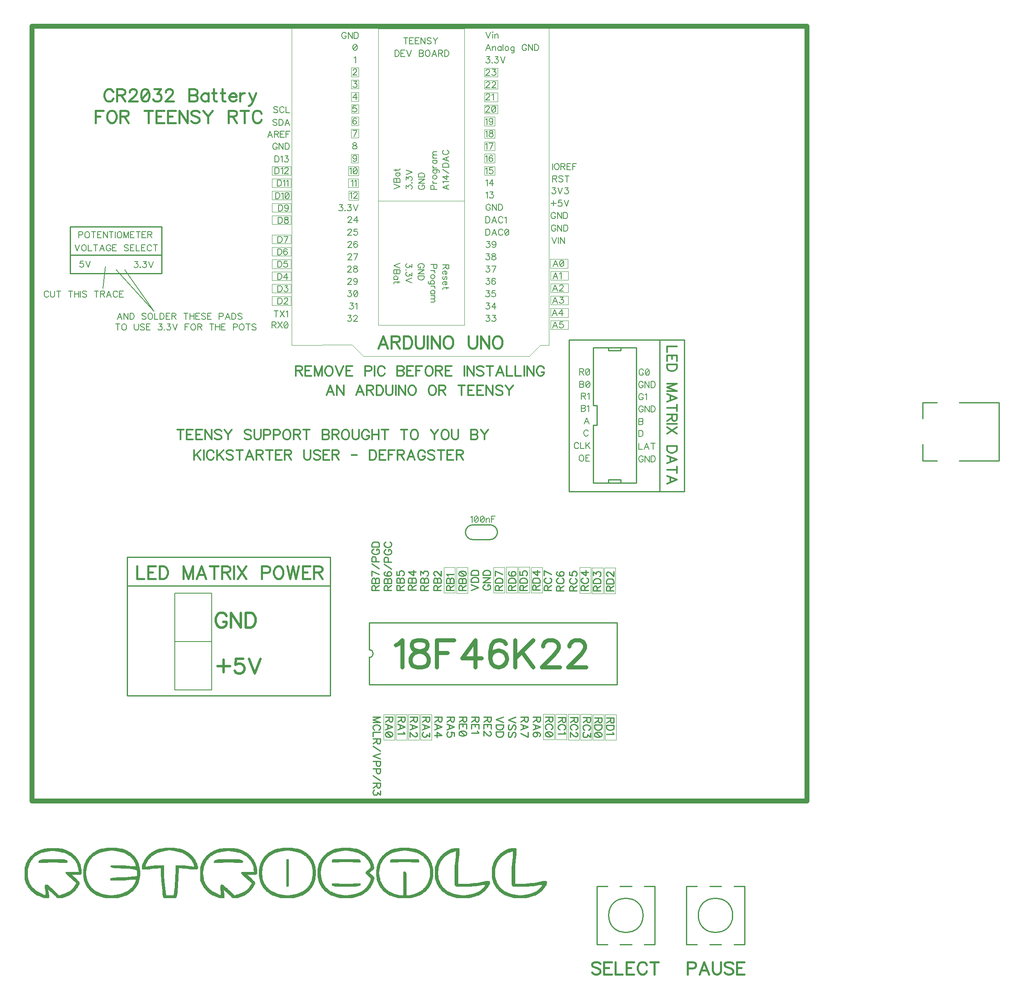
<source format=gbr>
G04 DipTrace 3.0.0.2*
G04 TopSilk.gbr*
%MOIN*%
G04 #@! TF.FileFunction,Legend,Top*
G04 #@! TF.Part,Single*
%ADD10C,0.009843*%
%ADD12C,0.002992*%
%ADD13C,0.03937*%
%ADD14C,0.007874*%
%ADD15C,0.003937*%
%ADD21C,0.001312*%
%ADD78C,0.009264*%
%ADD79C,0.015439*%
%ADD80C,0.00772*%
%ADD81C,0.018527*%
%ADD82C,0.033966*%
%ADD83C,0.012351*%
%FSLAX26Y26*%
G04*
G70*
G90*
G75*
G01*
G04 TopSilk*
%LPD*%
X5551714Y4092756D2*
D10*
X5691594D1*
X5551714Y4212756D2*
X5691594D1*
Y4092756D2*
G03X5691594Y4212756I60J60000D01*
G01*
X5551714D2*
G03X5551714Y4092756I-60J-60000D01*
G01*
X4714654Y2914193D2*
X6722441D1*
Y3418090D1*
X4714654D2*
X6722441D1*
X4710630Y2914193D2*
Y3134648D1*
Y3418090D2*
Y3197635D1*
Y3134648D2*
G03X4710630Y3197635I-109J31494D01*
G01*
X3130413Y2870324D2*
D14*
X3431201D1*
Y3264025D1*
X3130413D1*
Y2870324D1*
Y3264025D2*
X3431201D1*
Y3657726D1*
X3130413D1*
Y3264025D1*
X4081093Y8258202D2*
D21*
X4080256Y5675517D1*
X4569763Y5676857D1*
X4662305Y5582283D1*
X6009392Y5582551D1*
X6101515Y5674446D1*
X6171654D1*
Y8261417D1*
X4077953D1*
X7383872Y1037402D2*
D10*
G02X7383872Y1037402I139750J0D01*
G01*
X7373998Y1273622D2*
X7287398D1*
Y801181D1*
X7373998D1*
X7673247Y1273622D2*
X7759846D1*
Y801181D1*
X7673247D1*
X7476377Y1273622D2*
X7570867D1*
Y801181D2*
X7476377D1*
X6655525Y1037402D2*
G02X6655525Y1037402I139750J0D01*
G01*
X6645651Y1273622D2*
X6559051D1*
Y801181D1*
X6645651D1*
X6944900Y1273622D2*
X7031500D1*
Y801181D1*
X6944900D1*
X6748031Y1273622D2*
X6842520D1*
Y801181D2*
X6748031D1*
X4785040Y8246063D2*
D21*
X5485098D1*
Y6846149D1*
X4785040D1*
Y8246063D1*
Y6846149D2*
X5485098D1*
Y5837402D1*
X4785040D1*
Y6846149D1*
X4564957Y7929083D2*
D15*
X4623200D1*
Y7857787D1*
X4564957D1*
Y7929083D1*
Y7831773D2*
X4623200D1*
Y7760718D1*
X4564957D1*
Y7831773D1*
Y7729646D2*
X4623200D1*
Y7658350D1*
X4564957D1*
Y7729646D1*
X4566588Y7631854D2*
X4624831D1*
Y7560558D1*
X4566588D1*
Y7631854D1*
X4565283Y7530691D2*
X4623689D1*
Y7459394D1*
X4565283D1*
Y7530691D1*
X4564141Y7431935D2*
X4622384D1*
Y7360639D1*
X4564141D1*
Y7431935D1*
X4563325Y7228644D2*
X4621731D1*
Y7157589D1*
X4563325D1*
Y7228644D1*
X4541301Y7126758D2*
X4622873D1*
Y7055462D1*
X4541301D1*
Y7126758D1*
X4539832Y7028003D2*
X4621242D1*
Y6956707D1*
X4539832D1*
Y7028003D1*
X4542932Y6925876D2*
X4624342D1*
Y6854820D1*
X4542932D1*
Y6925876D1*
X5648081Y7128685D2*
X5729490D1*
Y7057389D1*
X5648081D1*
Y7128685D1*
Y7229608D2*
X5729490D1*
Y7158311D1*
X5648081D1*
Y7229608D1*
Y7326677D2*
X5729490D1*
Y7255621D1*
X5648081D1*
Y7326677D1*
X5647591Y7428804D2*
X5729164D1*
Y7357508D1*
X5647591D1*
Y7428804D1*
X5647265Y7529245D2*
X5728675D1*
Y7457949D1*
X5647265D1*
Y7529245D1*
X5646776Y7628000D2*
X5754289D1*
Y7556704D1*
X5646776D1*
Y7628000D1*
Y7726756D2*
X5754289D1*
Y7655459D1*
X5646776D1*
Y7726756D1*
X5647265Y7828642D2*
X5754778D1*
Y7757586D1*
X5647265D1*
Y7828642D1*
Y7927638D2*
X5754778D1*
Y7856342D1*
X5647265D1*
Y7927638D1*
X6653493Y5629031D2*
D10*
Y5654331D1*
X6753593Y5629031D2*
X6653493D1*
X6753593D2*
Y5654331D1*
X6653493Y4554331D2*
Y4579631D1*
X6753593D2*
X6653493D1*
X6753593Y4554331D2*
Y4579631D1*
X6878543Y4554331D2*
X6528543D1*
X6878543Y5654331D2*
X6528543D1*
X6878543Y4554331D2*
Y5654331D1*
X6558643Y5184631D2*
X6528543D1*
X6558643Y5024031D2*
Y5184631D1*
Y5024031D2*
X6528543D1*
Y4554331D2*
Y5024031D1*
Y5184631D2*
Y5654331D1*
X9826378Y4734273D2*
Y5206672D1*
X9825197Y4734273D2*
X9502372D1*
X9825197Y5206672D2*
X9502372D1*
X9323212Y4734273D2*
X9207895D1*
Y5206672D2*
X9323212D1*
X9207895Y4734273D2*
Y4868105D1*
Y5206672D2*
Y5076765D1*
X1968504Y8267717D2*
D13*
X8267717D1*
Y1968504D1*
X1968504D1*
Y8267717D1*
X2743664Y3718701D2*
D10*
X4393701D1*
Y2824950D1*
X2743664D1*
Y3718701D1*
X2743307Y3949950D2*
X4393701D1*
Y3718701D1*
X2743307D1*
Y3949950D1*
X3918701Y7127951D2*
D15*
X4074950D1*
Y7056694D1*
X3918701D1*
Y7127951D1*
X3918699Y7027951D2*
X4074949D1*
Y6956694D1*
X3918699D1*
Y7027951D1*
Y6927951D2*
X4074949D1*
Y6856694D1*
X3918699D1*
Y6927951D1*
Y6827951D2*
X4074949D1*
Y6756694D1*
X3918699D1*
Y6827951D1*
Y6727951D2*
X4074949D1*
Y6656694D1*
X3918699D1*
Y6727951D1*
Y6570126D2*
X4074949D1*
Y6498869D1*
X3918699D1*
Y6570126D1*
Y6470126D2*
X4074949D1*
Y6398869D1*
X3918699D1*
Y6470126D1*
Y6368945D2*
X4074949D1*
Y6297688D1*
X3918699D1*
Y6368945D1*
Y6270520D2*
X4074949D1*
Y6199262D1*
X3918699D1*
Y6270520D1*
Y6170520D2*
X4074949D1*
Y6099262D1*
X3918699D1*
Y6170520D1*
Y6069339D2*
X4074949D1*
Y5998081D1*
X3918699D1*
Y6069339D1*
X6181692Y6373276D2*
X6324409D1*
Y6302018D1*
X6181692D1*
Y6373276D1*
X6182479Y6274063D2*
X6325197D1*
Y6202806D1*
X6182479D1*
Y6274063D1*
X6182873Y6173669D2*
X6325591D1*
Y6102412D1*
X6182873D1*
Y6173669D1*
X6183660Y6074457D2*
X6326378D1*
Y6003199D1*
X6183660D1*
Y6074457D1*
X6184054Y5973276D2*
X6326772D1*
Y5902018D1*
X6184054D1*
Y5973276D1*
X6184841Y5874063D2*
X6327559D1*
Y5802806D1*
X6184841D1*
Y5874063D1*
X2279577Y6406791D2*
D10*
X3023327D1*
Y6256791D1*
X2279577D1*
Y6406791D1*
Y6638041D2*
X3023327D1*
Y6406791D1*
X2279577D1*
Y6638041D1*
X2548327Y6138042D2*
D14*
X2567076Y6313042D1*
X2960827Y5950541D2*
X2654576Y6288042D1*
X2960827Y5950541D2*
X2723327Y6288042D1*
X4825369Y2670890D2*
D15*
X4915354D1*
Y2462598D1*
X4825369D1*
Y2670890D1*
X4925762D2*
X5015748D1*
Y2462598D1*
X4925762D1*
Y2670890D1*
X5026156D2*
X5116142D1*
Y2462598D1*
X5026156D1*
Y2670890D1*
X5126550D2*
X5216535D1*
Y2462598D1*
X5126550D1*
Y2670890D1*
X6124581Y2674827D2*
X6214567D1*
Y2466535D1*
X6124581D1*
Y2674827D1*
X6224975D2*
X6314961D1*
Y2466535D1*
X6224975D1*
Y2674827D1*
X6327337Y2672858D2*
X6417323D1*
Y2464567D1*
X6327337D1*
Y2672858D1*
X6427731D2*
X6517717D1*
Y2464567D1*
X6427731D1*
Y2672858D1*
X6526156Y2670890D2*
X6616142D1*
Y2462598D1*
X6526156D1*
Y2670890D1*
X6626550D2*
X6716535D1*
Y2462598D1*
X6626550D1*
Y2670890D1*
X5823400Y3869709D2*
X5913386D1*
Y3661417D1*
X5823400D1*
Y3869709D1*
X5923794D2*
X6013780D1*
Y3661417D1*
X5923794D1*
Y3869709D1*
X6026156Y3867740D2*
X6116142D1*
Y3659449D1*
X6026156D1*
Y3867740D1*
X6421825Y3865772D2*
X6511811D1*
Y3657480D1*
X6421825D1*
Y3865772D1*
X6520251Y3863803D2*
X6610236D1*
Y3655512D1*
X6520251D1*
Y3863803D1*
X6620644D2*
X6710630D1*
Y3655512D1*
X6620644D1*
Y3863803D1*
X5721038Y3867740D2*
X5811024D1*
Y3659449D1*
X5721038D1*
Y3867740D1*
X5317495D2*
X5407480D1*
Y3659449D1*
X5317495D1*
Y3867740D1*
X5419857Y3865772D2*
X5509843D1*
Y3657480D1*
X5419857D1*
Y3865772D1*
X6333428Y5716929D2*
D10*
X7068504D1*
Y4483071D1*
X6333428D1*
Y5716929D1*
X7069255D2*
X7268898D1*
Y4483071D1*
X7069255D1*
Y5716929D1*
X2582992Y1588031D2*
D12*
X2648819D1*
X3055748D2*
X3121575D1*
X4013228D2*
X4076063D1*
X4488976D2*
X4551811D1*
X4964724D2*
X5027559D1*
X2098268Y1585039D2*
X2185039D1*
X2562884D2*
X2668937D1*
X3036651D2*
X3140672D1*
X3525512D2*
X3609291D1*
X3993220D2*
X4096530D1*
X4468510D2*
X4571717D1*
X4944258D2*
X5048128D1*
X5401575D2*
X5437480D1*
X5865354D2*
X5901260D1*
X2083214Y1582047D2*
X2198935D1*
X2545963D2*
X2685468D1*
X3020528D2*
X3156795D1*
X3509784D2*
X3623290D1*
X3976201D2*
X4113419D1*
X4451621D2*
X4588458D1*
X4927369D2*
X5065295D1*
X5391129D2*
X5438862D1*
X5853990D2*
X5902641D1*
X2069767Y1579055D2*
X2211395D1*
X2532711D2*
X2698531D1*
X3007566D2*
X3169769D1*
X3495816D2*
X3636039D1*
X3962537D2*
X4126551D1*
X4438500D2*
X4601785D1*
X4914237D2*
X5078763D1*
X5381509D2*
X5439721D1*
X5844252D2*
X5903500D1*
X2058521Y1576063D2*
X2222124D1*
X2522279D2*
X2709117D1*
X2997081D2*
X3180347D1*
X3484154D2*
X3647197D1*
X3951913D2*
X4136987D1*
X4428157D2*
X4612359D1*
X4903812D2*
X5089262D1*
X5373018D2*
X5440156D1*
X5836101D2*
X5903935D1*
X2048773Y1573071D2*
X2231740D1*
X2513560D2*
X2718132D1*
X2988337D2*
X3189367D1*
X3474157D2*
X3657152D1*
X3943241D2*
X4146034D1*
X4419398D2*
X4621265D1*
X4894858D2*
X5098157D1*
X5365339D2*
X5440349D1*
X5828753D2*
X5904128D1*
X2039935Y1570079D2*
X2240231D1*
X2506283D2*
X2725904D1*
X2980990D2*
X3197061D1*
X3465372D2*
X3665826D1*
X3935791D2*
X4153991D1*
X4411870D2*
X4628866D1*
X4887177D2*
X5106158D1*
X5358412D2*
X5440427D1*
X5822015D2*
X5904206D1*
X2031999Y1567087D2*
X2247724D1*
X2500063D2*
X2609677D1*
X2625601D2*
X2732799D1*
X2974401D2*
X3065234D1*
X3105517D2*
X3203783D1*
X3457570D2*
X3673414D1*
X3929088D2*
X4037023D1*
X4052959D2*
X4160875D1*
X4405313D2*
X4512783D1*
X4525366D2*
X4635454D1*
X4880641D2*
X4987829D1*
X5003764D2*
X5113320D1*
X5352248D2*
X5440456D1*
X5815855D2*
X5904236D1*
X2024743Y1564094D2*
X2254849D1*
X2493999D2*
X2585527D1*
X2647629D2*
X2739278D1*
X2967910D2*
X3048467D1*
X3124045D2*
X3210211D1*
X3450414D2*
X3559744D1*
X3566083D2*
X3680571D1*
X3922692D2*
X4013151D1*
X4075359D2*
X4167181D1*
X4399109D2*
X4489016D1*
X4547408D2*
X4641683D1*
X4874479D2*
X4965429D1*
X5027636D2*
X5119878D1*
X5346633D2*
X5440467D1*
X5810006D2*
X5904246D1*
X2017973Y1561102D2*
X2105034D1*
X2169410D2*
X2261643D1*
X2487871D2*
X2565406D1*
X2666136D2*
X2745234D1*
X2961397D2*
X3033071D1*
X3140548D2*
X3216539D1*
X3443780D2*
X3533880D1*
X3591958D2*
X3687374D1*
X3916683D2*
X3993378D1*
X4094478D2*
X4173238D1*
X4392940D2*
X4469601D1*
X4566469D2*
X4647950D1*
X4868453D2*
X4946310D1*
X5047410D2*
X5126016D1*
X5341420D2*
X5440471D1*
X5804473D2*
X5904250D1*
X2011569Y1558110D2*
X2085650D1*
X2189178D2*
X2267814D1*
X2482126D2*
X2549374D1*
X2681296D2*
X2750587D1*
X2955123D2*
X3019751D1*
X3154736D2*
X3222378D1*
X3437588D2*
X3512689D1*
X3613255D2*
X3693464D1*
X3911070D2*
X3977490D1*
X4110035D2*
X4178953D1*
X4387011D2*
X4454231D1*
X4582270D2*
X4654157D1*
X4862828D2*
X4930752D1*
X5063297D2*
X5131712D1*
X5336434D2*
X5397309D1*
X5417123D2*
X5440472D1*
X5799443D2*
X5862139D1*
X5877323D2*
X5904251D1*
X2005681Y1555118D2*
X2070477D1*
X2205057D2*
X2273361D1*
X2477015D2*
X2536913D1*
X2693741D2*
X2755581D1*
X2949602D2*
X3008653D1*
X3166761D2*
X3227528D1*
X3431855D2*
X3496496D1*
X3629829D2*
X3698823D1*
X3905735D2*
X3965072D1*
X4122379D2*
X4183992D1*
X4381724D2*
X4441923D1*
X4594858D2*
X4659792D1*
X4857689D2*
X4918408D1*
X5075715D2*
X5136902D1*
X5331662D2*
X5389472D1*
X5415374D2*
X5440472D1*
X5794918D2*
X5853293D1*
X5877323D2*
X5904252D1*
X2000571Y1552126D2*
X2058590D1*
X2217617D2*
X2278592D1*
X2472285D2*
X2527139D1*
X2703910D2*
X2760433D1*
X2944825D2*
X2999502D1*
X3176762D2*
X3232273D1*
X3426642D2*
X3484302D1*
X3642740D2*
X3703897D1*
X3900740D2*
X3955482D1*
X4132358D2*
X4188364D1*
X4376967D2*
X4431814D1*
X4604987D2*
X4664693D1*
X4852998D2*
X4908430D1*
X5085305D2*
X5141636D1*
X5327228D2*
X5381787D1*
X5414372D2*
X5440472D1*
X5790730D2*
X5845381D1*
X5877323D2*
X5904252D1*
X1995964Y1549134D2*
X2048923D1*
X2227542D2*
X2283609D1*
X2467710D2*
X2519127D1*
X2712180D2*
X2765057D1*
X2940326D2*
X2991848D1*
X3184970D2*
X3236853D1*
X3421804D2*
X3474690D1*
X3653119D2*
X3708928D1*
X3896087D2*
X3947646D1*
X4140767D2*
X4192605D1*
X4372513D2*
X4423543D1*
X4613470D2*
X4669178D1*
X4848480D2*
X4900020D1*
X5093141D2*
X5145900D1*
X5322972D2*
X5374722D1*
X5413886D2*
X5440472D1*
X5786613D2*
X5838354D1*
X5877323D2*
X5904252D1*
X1991702Y1546142D2*
X2040562D1*
X2235939D2*
X2288133D1*
X2463572D2*
X2511890D1*
X2719261D2*
X2769274D1*
X2936258D2*
X2985078D1*
X3192028D2*
X3240993D1*
X3417266D2*
X3466547D1*
X3661796D2*
X3713408D1*
X3891779D2*
X3940437D1*
X4148331D2*
X4196645D1*
X4368402D2*
X4416554D1*
X4621067D2*
X4673379D1*
X4844288D2*
X4892468D1*
X5100350D2*
X5149732D1*
X5318967D2*
X5368090D1*
X5413675D2*
X5440472D1*
X5782588D2*
X5831790D1*
X5877323D2*
X5904252D1*
X1987645Y1543150D2*
X2033447D1*
X2243406D2*
X2292133D1*
X2459834D2*
X2505214D1*
X2725417D2*
X2773374D1*
X2932559D2*
X2979061D1*
X3198176D2*
X3244733D1*
X3413093D2*
X3459603D1*
X3669098D2*
X3717349D1*
X3887779D2*
X3933628D1*
X4155187D2*
X4200295D1*
X4364271D2*
X4410388D1*
X4627935D2*
X4677411D1*
X4840652D2*
X4885706D1*
X5107159D2*
X5153479D1*
X5315340D2*
X5361963D1*
X5413592D2*
X5440472D1*
X5778718D2*
X5825707D1*
X5877323D2*
X5904252D1*
X1983597Y1540157D2*
X2027391D1*
X2250095D2*
X2296038D1*
X2456059D2*
X2499176D1*
X2731019D2*
X2777471D1*
X2928803D2*
X2973515D1*
X3203776D2*
X3248508D1*
X3409300D2*
X3453465D1*
X3675558D2*
X3721319D1*
X3883990D2*
X3927458D1*
X4161317D2*
X4204081D1*
X4359913D2*
X4404740D1*
X4634071D2*
X4681448D1*
X4837109D2*
X4879863D1*
X5113330D2*
X5157440D1*
X5311926D2*
X5356298D1*
X5413560D2*
X5440472D1*
X5774982D2*
X5820052D1*
X5877323D2*
X5904252D1*
X1979688Y1537165D2*
X2021718D1*
X2256071D2*
X2300203D1*
X2452312D2*
X2493608D1*
X2736512D2*
X2781223D1*
X2925063D2*
X2968044D1*
X3209268D2*
X3252255D1*
X3405591D2*
X3447660D1*
X3681568D2*
X3725474D1*
X3880409D2*
X3921913D1*
X4166918D2*
X4208148D1*
X4355744D2*
X4399306D1*
X4639673D2*
X4685353D1*
X4833364D2*
X4874691D1*
X5118875D2*
X5161539D1*
X5308424D2*
X5350943D1*
X5413549D2*
X5440472D1*
X5771433D2*
X5814612D1*
X5877323D2*
X5904252D1*
X1976102Y1534173D2*
X2016221D1*
X2261399D2*
X2304281D1*
X2448804D2*
X2488419D1*
X2741756D2*
X2784544D1*
X2921558D2*
X2962795D1*
X3214512D2*
X3255763D1*
X3401823D2*
X3442153D1*
X3687087D2*
X3729608D1*
X3876883D2*
X3916683D1*
X4172127D2*
X4211872D1*
X4352101D2*
X4393948D1*
X4644882D2*
X4688938D1*
X4829685D2*
X4869809D1*
X5124104D2*
X5165412D1*
X5304763D2*
X5345941D1*
X5413545D2*
X5440461D1*
X5768020D2*
X5809337D1*
X5877323D2*
X5904240D1*
X1972717Y1531181D2*
X2010981D1*
X2266289D2*
X2307598D1*
X2445452D2*
X2483447D1*
X2746705D2*
X2787538D1*
X2918207D2*
X2957767D1*
X3219449D2*
X3259115D1*
X3398278D2*
X3437052D1*
X3692246D2*
X3733352D1*
X3873344D2*
X3911654D1*
X4177099D2*
X4214960D1*
X4349018D2*
X4388687D1*
X4649867D2*
X4692323D1*
X4826362D2*
X4864927D1*
X5129133D2*
X5168741D1*
X5301363D2*
X5341285D1*
X5413544D2*
X5440356D1*
X5764865D2*
X5804347D1*
X5877323D2*
X5904135D1*
X1969313Y1528189D2*
X2006151D1*
X2270943D2*
X2310298D1*
X2442073D2*
X2478776D1*
X2751236D2*
X2790453D1*
X2914829D2*
X2953055D1*
X3223875D2*
X3262505D1*
X3395076D2*
X3432357D1*
X3697101D2*
X3736549D1*
X3869984D2*
X3907049D1*
X4181765D2*
X4217920D1*
X4346297D2*
X4383983D1*
X4654638D2*
X4695715D1*
X4823251D2*
X4860067D1*
X5133751D2*
X5171618D1*
X5298558D2*
X5336976D1*
X5413544D2*
X5439974D1*
X5762210D2*
X5799976D1*
X5877323D2*
X5903754D1*
X1965930Y1525197D2*
X2001924D1*
X2275393D2*
X2313125D1*
X2438789D2*
X2474626D1*
X2755351D2*
X2793478D1*
X2911568D2*
X2948893D1*
X3227608D2*
X3265883D1*
X3391849D2*
X3428119D1*
X3701569D2*
X3739450D1*
X3866879D2*
X3902890D1*
X4185817D2*
X4221165D1*
X4343668D2*
X4380085D1*
X4659071D2*
X4698980D1*
X4820131D2*
X4855619D1*
X5138003D2*
X5174419D1*
X5296052D2*
X5332988D1*
X5413543D2*
X5439258D1*
X5759779D2*
X5796140D1*
X5877323D2*
X5903037D1*
X1962867Y1522205D2*
X1998069D1*
X2279528D2*
X2316254D1*
X2436015D2*
X2470804D1*
X2759551D2*
X2796344D1*
X2909004D2*
X2945070D1*
X3231104D2*
X3268945D1*
X3388493D2*
X3424386D1*
X3705839D2*
X3742211D1*
X3864079D2*
X3899112D1*
X4189356D2*
X4224332D1*
X4341121D2*
X4376510D1*
X4663327D2*
X4701546D1*
X4817236D2*
X4851761D1*
X5142056D2*
X5177281D1*
X5293466D2*
X5329292D1*
X5413543D2*
X5438490D1*
X5757214D2*
X5792413D1*
X5877323D2*
X5902270D1*
X1960112Y1519213D2*
X1994384D1*
X2283307D2*
X2319343D1*
X2433690D2*
X2467144D1*
X2763700D2*
X2799006D1*
X2907165D2*
X2941493D1*
X3234591D2*
X3271699D1*
X3385308D2*
X3420929D1*
X3709850D2*
X3745016D1*
X3861488D2*
X3895785D1*
X4192595D2*
X4227028D1*
X4338642D2*
X4372989D1*
X4667333D2*
X4703386D1*
X4814652D2*
X4848352D1*
X5145719D2*
X5180194D1*
X5290804D2*
X5325988D1*
X5413543D2*
X5437969D1*
X5754459D2*
X5788924D1*
X5877323D2*
X5901748D1*
X1957362Y1516220D2*
X1990940D1*
X2287022D2*
X2322185D1*
X2431278D2*
X2463811D1*
X2767191D2*
X2801706D1*
X2906579D2*
X2938337D1*
X3237941D2*
X3274438D1*
X3382526D2*
X3417398D1*
X3713478D2*
X3747995D1*
X3858912D2*
X3892673D1*
X4195688D2*
X4229487D1*
X4336018D2*
X4369637D1*
X4670948D2*
X4703972D1*
X4812222D2*
X4845265D1*
X5148858D2*
X5183052D1*
X5288300D2*
X5322808D1*
X5413543D2*
X5437691D1*
X5751590D2*
X5785756D1*
X5877323D2*
X5901471D1*
X1954531Y1513228D2*
X1987614D1*
X2290882D2*
X2324895D1*
X2428630D2*
X2460868D1*
X2770039D2*
X2804416D1*
X2900157D2*
X2935446D1*
X3241217D2*
X3277163D1*
X3380169D2*
X3413625D1*
X3716881D2*
X3750831D1*
X3856397D2*
X3889468D1*
X4198719D2*
X4232056D1*
X4333240D2*
X4366450D1*
X4674256D2*
X4710394D1*
X4809833D2*
X4842473D1*
X5151609D2*
X5185639D1*
X5286069D2*
X5319425D1*
X5413532D2*
X5437553D1*
X5748750D2*
X5782546D1*
X5877311D2*
X5901332D1*
X1951718Y1510236D2*
X1984149D1*
X2294702D2*
X2327759D1*
X2425912D2*
X2458108D1*
X2772849D2*
X2806842D1*
X2897998D2*
X2932314D1*
X3244573D2*
X3279606D1*
X3377909D2*
X3409854D1*
X3720290D2*
X3753381D1*
X3854031D2*
X3886289D1*
X4201725D2*
X4234712D1*
X4330447D2*
X4363368D1*
X4677389D2*
X4712451D1*
X4807352D2*
X4839787D1*
X5153785D2*
X5187805D1*
X5283862D2*
X5316189D1*
X5413426D2*
X5437395D1*
X5746157D2*
X5779197D1*
X5877206D2*
X5901174D1*
X1949139Y1507244D2*
X1980502D1*
X2298239D2*
X2330615D1*
X2423378D2*
X2455135D1*
X2776020D2*
X2808702D1*
X2895821D2*
X2928856D1*
X3247938D2*
X3281562D1*
X3375425D2*
X3406448D1*
X3723675D2*
X3755708D1*
X3851791D2*
X3883278D1*
X4204722D2*
X4237202D1*
X4327887D2*
X4360350D1*
X4680427D2*
X4714349D1*
X4804877D2*
X4836835D1*
X5155196D2*
X5189647D1*
X5281398D2*
X5313463D1*
X5413045D2*
X5436993D1*
X5743888D2*
X5776015D1*
X5876825D2*
X5900773D1*
X1946877Y1504252D2*
X1977120D1*
X2301505D2*
X2333034D1*
X2421228D2*
X2451986D1*
X2779156D2*
X2810197D1*
X2893853D2*
X2925551D1*
X3250995D2*
X3283334D1*
X3372717D2*
X3403673D1*
X3726739D2*
X3757818D1*
X3849718D2*
X3880511D1*
X4207704D2*
X4239326D1*
X4325721D2*
X4357448D1*
X4683336D2*
X4715982D1*
X4802526D2*
X4833606D1*
X5162205D2*
X5191400D1*
X5278697D2*
X5310992D1*
X5412328D2*
X5436269D1*
X5741666D2*
X5773234D1*
X5876108D2*
X5900049D1*
X1944668Y1501260D2*
X1974433D1*
X2304522D2*
X2335030D1*
X2419308D2*
X2449125D1*
X2781839D2*
X2811883D1*
X2892013D2*
X2922786D1*
X3253747D2*
X3285367D1*
X3369967D2*
X3401757D1*
X3729494D2*
X3759963D1*
X3847599D2*
X3877927D1*
X4210592D2*
X4241152D1*
X4323789D2*
X4354832D1*
X4685954D2*
X4717771D1*
X4800303D2*
X4830474D1*
X5163816D2*
X5193347D1*
X5275950D2*
X5308407D1*
X5411561D2*
X5435500D1*
X5739208D2*
X5770877D1*
X5875341D2*
X5899279D1*
X1942305Y1498268D2*
X1972426D1*
X2307186D2*
X2336847D1*
X2417380D2*
X2446697D1*
X2784293D2*
X2813969D1*
X2890117D2*
X2920307D1*
X3256485D2*
X3287597D1*
X3367513D2*
X3400624D1*
X3732245D2*
X3762388D1*
X3845286D2*
X3875270D1*
X4213203D2*
X4242887D1*
X4321762D2*
X4352554D1*
X4688233D2*
X4719912D1*
X4798338D2*
X4827712D1*
X5165948D2*
X5195679D1*
X5273497D2*
X5305657D1*
X5411039D2*
X5434977D1*
X5736611D2*
X5768618D1*
X5874819D2*
X5898756D1*
X1939984Y1495276D2*
X1971035D1*
X2309482D2*
X2338722D1*
X2415382D2*
X2444409D1*
X2786860D2*
X2816175D1*
X2888131D2*
X2917820D1*
X3259222D2*
X3289834D1*
X3365639D2*
X3393858D1*
X3735075D2*
X3764972D1*
X3843073D2*
X3872579D1*
X4037165D2*
X4049134D1*
X4215466D2*
X4244727D1*
X4319491D2*
X4350340D1*
X4459055D2*
X4587717D1*
X4690459D2*
X4722143D1*
X4796589D2*
X4825374D1*
X4931811D2*
X5060472D1*
X5168494D2*
X5198224D1*
X5271623D2*
X5302890D1*
X5410762D2*
X5434699D1*
X5734232D2*
X5766145D1*
X5874542D2*
X5898479D1*
X1937941Y1492283D2*
X1970195D1*
X2059370D2*
X2223937D1*
X2311715D2*
X2340697D1*
X2413433D2*
X2442011D1*
X2789515D2*
X2818259D1*
X2886187D2*
X2915436D1*
X3261759D2*
X3292009D1*
X3364138D2*
X3392710D1*
X3486614D2*
X3648189D1*
X3737888D2*
X3767346D1*
X3841323D2*
X3870161D1*
X4037165D2*
X4051896D1*
X4217574D2*
X4246677D1*
X4317214D2*
X4347975D1*
X4414173D2*
X4626614D1*
X4692929D2*
X4724237D1*
X4794887D2*
X4823221D1*
X4892913D2*
X5105354D1*
X5171176D2*
X5200571D1*
X5270134D2*
X5300430D1*
X5410635D2*
X5434572D1*
X5732402D2*
X5763542D1*
X5874415D2*
X5898352D1*
X1936161Y1489291D2*
X1963622D1*
X2045148D2*
X2235859D1*
X2314188D2*
X2342635D1*
X2411467D2*
X2439677D1*
X2792005D2*
X2820294D1*
X2884222D2*
X2913280D1*
X3263991D2*
X3293944D1*
X3362449D2*
X3391319D1*
X3471571D2*
X3660225D1*
X3740467D2*
X3769174D1*
X3839974D2*
X3868304D1*
X4037165D2*
X4053942D1*
X4219547D2*
X4248517D1*
X4315296D2*
X4345653D1*
X4410388D2*
X4631220D1*
X4695632D2*
X4726276D1*
X4793060D2*
X4821120D1*
X4886366D2*
X5108579D1*
X5173604D2*
X5202300D1*
X5268538D2*
X5298553D1*
X5410583D2*
X5434508D1*
X5731019D2*
X5761162D1*
X5874362D2*
X5898287D1*
X1934533Y1486299D2*
X1962485D1*
X2034828D2*
X2245202D1*
X2316892D2*
X2344610D1*
X2409541D2*
X2437640D1*
X2794118D2*
X2822239D1*
X2882297D2*
X2911217D1*
X3266086D2*
X3295581D1*
X3360362D2*
X3389548D1*
X3460541D2*
X3669951D1*
X3742718D2*
X3770556D1*
X3838673D2*
X3866822D1*
X4037165D2*
X4054566D1*
X4221057D2*
X4250213D1*
X4313898D2*
X4343610D1*
X4407342D2*
X4634540D1*
X4698381D2*
X4728234D1*
X4791116D2*
X4819128D1*
X4881274D2*
X5111040D1*
X5175457D2*
X5203404D1*
X5266728D2*
X5297052D1*
X5410551D2*
X5434383D1*
X5729705D2*
X5759320D1*
X5874330D2*
X5898162D1*
X1932986Y1483307D2*
X1961199D1*
X2027561D2*
X2252258D1*
X2319640D2*
X2346628D1*
X2407958D2*
X2435952D1*
X2795838D2*
X2823740D1*
X2880714D2*
X2909251D1*
X3268065D2*
X3296899D1*
X3358168D2*
X3387378D1*
X3452560D2*
X3676649D1*
X3744833D2*
X3771870D1*
X3837216D2*
X3865230D1*
X4037165D2*
X4054891D1*
X4222004D2*
X4251896D1*
X4312982D2*
X4341819D1*
X4406233D2*
X4636990D1*
X4700834D2*
X4729830D1*
X4789289D2*
X4817146D1*
X4879237D2*
X5112672D1*
X5176849D2*
X5204371D1*
X5264869D2*
X5295351D1*
X5410438D2*
X5433994D1*
X5728243D2*
X5757831D1*
X5874218D2*
X5897773D1*
X1931467Y1480315D2*
X1959798D1*
X2025013D2*
X2255059D1*
X2322093D2*
X2348498D1*
X2406690D2*
X2434600D1*
X2797204D2*
X2824737D1*
X2879446D2*
X2907640D1*
X3269680D2*
X3298009D1*
X3356189D2*
X3385135D1*
X3449584D2*
X3681323D1*
X3746920D2*
X3773344D1*
X3835504D2*
X3863420D1*
X4037165D2*
X4055032D1*
X4228661D2*
X4253703D1*
X4312092D2*
X4340097D1*
X4405636D2*
X4637692D1*
X4702696D2*
X4731103D1*
X4787698D2*
X4815214D1*
X4878666D2*
X5113734D1*
X5178167D2*
X5205688D1*
X5262940D2*
X5293170D1*
X5410054D2*
X5433275D1*
X5726528D2*
X5756147D1*
X5873834D2*
X5897054D1*
X1929954Y1477323D2*
X1958251D1*
X2024171D2*
X2256157D1*
X2323967D2*
X2350195D1*
X2405435D2*
X2433376D1*
X2798433D2*
X2825658D1*
X2878191D2*
X2906261D1*
X3271061D2*
X3299198D1*
X3354523D2*
X3383133D1*
X3448574D2*
X3682643D1*
X3748906D2*
X3775152D1*
X3833607D2*
X3861550D1*
X4037165D2*
X4055087D1*
X4228787D2*
X4255540D1*
X4310719D2*
X4338262D1*
X4405368D2*
X4637958D1*
X4704092D2*
X4732359D1*
X4786398D2*
X4813617D1*
X4878506D2*
X5113507D1*
X5179642D2*
X5207360D1*
X5261041D2*
X5290700D1*
X5409337D2*
X5432507D1*
X5724631D2*
X5754062D1*
X5873116D2*
X5896286D1*
X1928359Y1474331D2*
X1956488D1*
X2023747D2*
X2255993D1*
X2325457D2*
X2351776D1*
X2404097D2*
X2431814D1*
X2799996D2*
X2826946D1*
X2876841D2*
X2904623D1*
X3272699D2*
X3300607D1*
X3353190D2*
X3381458D1*
X3448062D2*
X3682166D1*
X3750887D2*
X3777326D1*
X3831787D2*
X3859516D1*
X4037165D2*
X4055107D1*
X4229276D2*
X4256996D1*
X4308786D2*
X4336314D1*
X4405256D2*
X4636925D1*
X4705411D2*
X4733698D1*
X4785307D2*
X4812255D1*
X4879580D2*
X5112627D1*
X5181451D2*
X5209073D1*
X5259568D2*
X5288385D1*
X5408569D2*
X5431984D1*
X5722822D2*
X5751868D1*
X5872349D2*
X5895764D1*
X1926577Y1471339D2*
X1954567D1*
X2023564D2*
X2255137D1*
X2327052D2*
X2353216D1*
X2402771D2*
X2429780D1*
X2802019D2*
X2828518D1*
X2875421D2*
X2902568D1*
X3274767D2*
X3302302D1*
X3352074D2*
X3380121D1*
X3447839D2*
X3680266D1*
X3752818D2*
X3779469D1*
X3830109D2*
X3857235D1*
X4037165D2*
X4055115D1*
X4230386D2*
X4257964D1*
X4306743D2*
X4334475D1*
X4405197D2*
X4465039D1*
X4575748D2*
X4635591D1*
X4706875D2*
X4735024D1*
X4784225D2*
X4810712D1*
X4880945D2*
X4943780D1*
X5054488D2*
X5111339D1*
X5183625D2*
X5210706D1*
X5258683D2*
X5286669D1*
X5408047D2*
X5431707D1*
X5721238D2*
X5749878D1*
X5871827D2*
X5895486D1*
X1924650Y1468346D2*
X1952737D1*
X2023465D2*
X2095276D1*
X2182047D2*
X2253858D1*
X2328851D2*
X2354442D1*
X2401592D2*
X2427605D1*
X2804100D2*
X2829941D1*
X2873955D2*
X2900474D1*
X3276954D2*
X3304192D1*
X3350894D2*
X3379004D1*
X3447717D2*
X3519528D1*
X3609291D2*
X3678110D1*
X3754403D2*
X3781092D1*
X3828535D2*
X3855047D1*
X4037165D2*
X4055117D1*
X4231975D2*
X4258773D1*
X4305062D2*
X4332790D1*
X4708590D2*
X4736203D1*
X4783197D2*
X4808933D1*
X5185768D2*
X5212262D1*
X5258146D2*
X5285581D1*
X5407770D2*
X5431580D1*
X5719940D2*
X5748118D1*
X5871549D2*
X5895360D1*
X1922829Y1465354D2*
X1951056D1*
X2330617D2*
X2355513D1*
X2400540D2*
X2425622D1*
X2805796D2*
X2831132D1*
X2872474D2*
X2898762D1*
X3278931D2*
X3305998D1*
X3349589D2*
X3377824D1*
X3755672D2*
X3782051D1*
X3827109D2*
X3853394D1*
X4037165D2*
X4055118D1*
X4233657D2*
X4259689D1*
X4303739D2*
X4331202D1*
X4710487D2*
X4737255D1*
X4782220D2*
X4807175D1*
X5187403D2*
X5213681D1*
X5257563D2*
X5284710D1*
X5407643D2*
X5431527D1*
X5718850D2*
X5746509D1*
X5871422D2*
X5895295D1*
X1921252Y1462362D2*
X1949481D1*
X2332269D2*
X2356675D1*
X2399385D2*
X2423865D1*
X2807112D2*
X2832269D1*
X2870980D2*
X2897339D1*
X3280584D2*
X3307569D1*
X3348275D2*
X3376506D1*
X3756927D2*
X3782621D1*
X3825989D2*
X3852335D1*
X4037165D2*
X4055118D1*
X4235278D2*
X4260637D1*
X4302460D2*
X4329670D1*
X4712296D2*
X4738411D1*
X4781097D2*
X4805525D1*
X5188456D2*
X5214799D1*
X5256665D2*
X5283681D1*
X5407579D2*
X5431507D1*
X5717780D2*
X5745070D1*
X5871358D2*
X5895170D1*
X1920058Y1459370D2*
X1948055D1*
X2333833D2*
X2357986D1*
X2398076D2*
X2422257D1*
X2808289D2*
X2833322D1*
X2869489D2*
X2895780D1*
X3281823D2*
X3308762D1*
X3347101D2*
X3375099D1*
X3758277D2*
X3783217D1*
X3825300D2*
X3851475D1*
X4037165D2*
X4055118D1*
X4236843D2*
X4261581D1*
X4301111D2*
X4328168D1*
X4713880D2*
X4739707D1*
X4779801D2*
X4803950D1*
X5189314D2*
X5215487D1*
X5255477D2*
X5282438D1*
X5407453D2*
X5431500D1*
X5716846D2*
X5743933D1*
X5871233D2*
X5894781D1*
X1919336Y1456378D2*
X1946923D1*
X2335255D2*
X2359390D1*
X2396672D2*
X2420818D1*
X2809268D2*
X2834298D1*
X2868002D2*
X2894096D1*
X3282651D2*
X3309483D1*
X3346051D2*
X3373638D1*
X3759697D2*
X3784119D1*
X3824855D2*
X3850450D1*
X4037165D2*
X4055118D1*
X4238366D2*
X4262690D1*
X4299792D2*
X4326775D1*
X4715178D2*
X4741006D1*
X4778402D2*
X4802423D1*
X5190338D2*
X5215932D1*
X5254123D2*
X5281063D1*
X5407065D2*
X5431497D1*
X5716156D2*
X5743149D1*
X5870844D2*
X5894062D1*
X1918878Y1453386D2*
X1946140D1*
X2336385D2*
X2360839D1*
X2395224D2*
X2419681D1*
X2809976D2*
X2835320D1*
X2866614D2*
X2892726D1*
X3283390D2*
X3309941D1*
X3344896D2*
X3372158D1*
X3761163D2*
X3785298D1*
X3824323D2*
X3849220D1*
X4037165D2*
X4055118D1*
X4239865D2*
X4263969D1*
X4298718D2*
X4325655D1*
X4716268D2*
X4742074D1*
X4776955D2*
X4800923D1*
X5191567D2*
X5216464D1*
X5252693D2*
X5279614D1*
X5406346D2*
X5431496D1*
X5715474D2*
X5742415D1*
X5870125D2*
X5893294D1*
X1918341Y1450394D2*
X1945407D1*
X2337167D2*
X2362213D1*
X2393850D2*
X2418897D1*
X2810665D2*
X2836224D1*
X2865509D2*
X2891897D1*
X3284264D2*
X3310478D1*
X3343600D2*
X3370665D1*
X3762644D2*
X3786559D1*
X3823534D2*
X3847940D1*
X4037165D2*
X4055118D1*
X4241257D2*
X4265261D1*
X4298058D2*
X4324878D1*
X4717350D2*
X4742742D1*
X4775582D2*
X4799530D1*
X5192848D2*
X5217242D1*
X5251315D2*
X5278140D1*
X5405577D2*
X5431496D1*
X5714610D2*
X5741442D1*
X5869357D2*
X5892772D1*
X1917550Y1447402D2*
X1944434D1*
X2337889D2*
X2363313D1*
X2392750D2*
X2418175D1*
X2811520D2*
X2836813D1*
X2864837D2*
X2891481D1*
X3285095D2*
X3311269D1*
X3342289D2*
X3369173D1*
X3764126D2*
X3787713D1*
X3822638D2*
X3846779D1*
X4037165D2*
X4055118D1*
X4242365D2*
X4266338D1*
X4297713D2*
X4324158D1*
X4718377D2*
X4743180D1*
X4774470D2*
X4798423D1*
X5194008D2*
X5218044D1*
X5250112D2*
X5276660D1*
X5405055D2*
X5431496D1*
X5713682D2*
X5740233D1*
X5868835D2*
X5892494D1*
X1916654Y1444409D2*
X1943225D1*
X2338767D2*
X2363983D1*
X2392080D2*
X2417307D1*
X2609921D2*
X2717638D1*
X2812351D2*
X2837217D1*
X2864499D2*
X2891298D1*
X2974961D2*
X3040787D1*
X3136535D2*
X3202362D1*
X3285643D2*
X3312165D1*
X3341117D2*
X3367687D1*
X3765524D2*
X3788744D1*
X3821727D2*
X3845745D1*
X4037165D2*
X4055118D1*
X4243037D2*
X4267100D1*
X4297459D2*
X4323291D1*
X4719343D2*
X4743710D1*
X4773695D2*
X4797751D1*
X5195042D2*
X5218679D1*
X5249062D2*
X5275263D1*
X5404778D2*
X5431496D1*
X5712758D2*
X5738960D1*
X5868557D2*
X5892367D1*
X1915743Y1441417D2*
X1941963D1*
X2339701D2*
X2364321D1*
X2391742D2*
X2416467D1*
X2608552D2*
X2747559D1*
X2812940D2*
X2837733D1*
X2864349D2*
X2891222D1*
X2945039D2*
X3040787D1*
X3136535D2*
X3229291D1*
X3285945D2*
X3313076D1*
X3340078D2*
X3366299D1*
X3766734D2*
X3789791D1*
X3820730D2*
X3844686D1*
X4037165D2*
X4055118D1*
X4243387D2*
X4267814D1*
X4297018D2*
X4322452D1*
X4720361D2*
X4744486D1*
X4772976D2*
X4797400D1*
X5196102D2*
X5219341D1*
X5247996D2*
X5274053D1*
X5404651D2*
X5431496D1*
X5711744D2*
X5737801D1*
X5868430D2*
X5892315D1*
X1914734Y1438425D2*
X1940899D1*
X2340627D2*
X2364482D1*
X2391581D2*
X2415817D1*
X2607798D2*
X2838505D1*
X2864288D2*
X2891181D1*
X2909134D2*
X3040787D1*
X3136535D2*
X3268189D1*
X3286142D2*
X3314073D1*
X3339029D2*
X3365194D1*
X3767787D2*
X3790717D1*
X3819823D2*
X3843666D1*
X4037165D2*
X4055118D1*
X4243642D2*
X4268678D1*
X4296266D2*
X4321801D1*
X4721252D2*
X4745288D1*
X4772110D2*
X4797145D1*
X5197122D2*
X5220197D1*
X5246974D2*
X5273000D1*
X5404598D2*
X5431496D1*
X5710742D2*
X5736768D1*
X5868378D2*
X5892295D1*
X1913734Y1435433D2*
X1940142D1*
X2341630D2*
X2364648D1*
X2391415D2*
X2415150D1*
X2607511D2*
X2839305D1*
X2864265D2*
X3040787D1*
X3136535D2*
X3314968D1*
X3338114D2*
X3364522D1*
X3768842D2*
X3791404D1*
X3819143D2*
X3842703D1*
X4037165D2*
X4055118D1*
X4244084D2*
X4269506D1*
X4295386D2*
X4321134D1*
X4721712D2*
X4745924D1*
X4771282D2*
X4796703D1*
X5198085D2*
X5221122D1*
X5246010D2*
X5271945D1*
X5404578D2*
X5431484D1*
X5709786D2*
X5735721D1*
X5868358D2*
X5892287D1*
X1912778Y1432441D2*
X1939430D1*
X2342538D2*
X2365052D1*
X2391011D2*
X2414304D1*
X2608625D2*
X2839940D1*
X2864256D2*
X3040787D1*
X3136535D2*
X3315543D1*
X3337532D2*
X3364184D1*
X3769759D2*
X3792086D1*
X3818464D2*
X3841686D1*
X4037165D2*
X4055118D1*
X4244824D2*
X4270050D1*
X4294480D2*
X4320288D1*
X4721796D2*
X4746585D1*
X4770737D2*
X4795963D1*
X5199102D2*
X5222046D1*
X5244993D2*
X5271028D1*
X5404571D2*
X5431379D1*
X5708771D2*
X5734806D1*
X5868350D2*
X5892285D1*
X1911763Y1429449D2*
X1938554D1*
X2343219D2*
X2365777D1*
X2390286D2*
X2413471D1*
X2612989D2*
X2840601D1*
X2864253D2*
X3040787D1*
X3136535D2*
X3315829D1*
X3337231D2*
X3364022D1*
X3770342D2*
X3792938D1*
X3817613D2*
X3840783D1*
X4037165D2*
X4055118D1*
X4245600D2*
X4270336D1*
X4293485D2*
X4319456D1*
X4720504D2*
X4747418D1*
X4770451D2*
X4795176D1*
X5200016D2*
X5223047D1*
X5244091D2*
X5270445D1*
X5404568D2*
X5430998D1*
X5707870D2*
X5734213D1*
X5868348D2*
X5892284D1*
X1910862Y1426457D2*
X1937622D1*
X2343898D2*
X2366547D1*
X2389516D2*
X2412824D1*
X2625147D2*
X2841445D1*
X2864252D2*
X3040787D1*
X3136535D2*
X3315847D1*
X3337096D2*
X3363856D1*
X3770643D2*
X3793760D1*
X3816791D2*
X3840206D1*
X4037165D2*
X4055118D1*
X4246136D2*
X4270466D1*
X4292590D2*
X4318808D1*
X4718524D2*
X4748121D1*
X4770322D2*
X4794546D1*
X5200698D2*
X5223944D1*
X5243513D2*
X5270145D1*
X5404567D2*
X5430281D1*
X5707293D2*
X5733807D1*
X5868347D2*
X5892284D1*
X1910285Y1423465D2*
X1936696D1*
X2344749D2*
X2367082D1*
X2388981D2*
X2412157D1*
X2639843D2*
X2842265D1*
X2864252D2*
X3040787D1*
X3136535D2*
X3315404D1*
X3337041D2*
X3363451D1*
X3770778D2*
X3794315D1*
X3816236D2*
X3839908D1*
X4037165D2*
X4055118D1*
X4246520D2*
X4270531D1*
X4292004D2*
X4318142D1*
X4716028D2*
X4748480D1*
X4770256D2*
X4793886D1*
X5201378D2*
X5224531D1*
X5243215D2*
X5270009D1*
X5404567D2*
X5429514D1*
X5706994D2*
X5733291D1*
X5868347D2*
X5892284D1*
X1909986Y1420472D2*
X1935693D1*
X2345571D2*
X2367465D1*
X2388598D2*
X2411311D1*
X2690709D2*
X2842808D1*
X2864252D2*
X2989921D1*
X3016850D2*
X3040787D1*
X3136535D2*
X3160472D1*
X3190394D2*
X3314221D1*
X3337020D2*
X3362727D1*
X3770833D2*
X3794705D1*
X3815846D2*
X3839773D1*
X4037165D2*
X4055118D1*
X4247028D2*
X4270657D1*
X4291601D2*
X4317296D1*
X4713251D2*
X4747416D1*
X4770131D2*
X4793042D1*
X5202229D2*
X5224934D1*
X5243080D2*
X5269954D1*
X5404567D2*
X5428992D1*
X5706860D2*
X5732519D1*
X5868346D2*
X5892283D1*
X1909852Y1417480D2*
X1934796D1*
X2346114D2*
X2367973D1*
X2388090D2*
X2410491D1*
X2777846D2*
X2843104D1*
X2864252D2*
X2936063D1*
X3016850D2*
X3040787D1*
X3136535D2*
X3160472D1*
X3241260D2*
X3312315D1*
X3337012D2*
X3361956D1*
X3770854D2*
X3795216D1*
X3815335D2*
X3839718D1*
X4037165D2*
X4055118D1*
X4247798D2*
X4271045D1*
X4291086D2*
X4316475D1*
X4710344D2*
X4745783D1*
X4769742D2*
X4792223D1*
X5203052D2*
X5225450D1*
X5243025D2*
X5269933D1*
X5404567D2*
X5428715D1*
X5706804D2*
X5731730D1*
X5868335D2*
X5892283D1*
X1909797Y1414488D2*
X1934221D1*
X2346399D2*
X2368742D1*
X2387321D2*
X2409948D1*
X2795579D2*
X2843339D1*
X2864252D2*
X2918110D1*
X3016850D2*
X3040787D1*
X3136535D2*
X3160472D1*
X3259213D2*
X3310079D1*
X3337009D2*
X3361434D1*
X3770862D2*
X3795986D1*
X3814565D2*
X3839697D1*
X4037165D2*
X4055118D1*
X4248585D2*
X4271765D1*
X4290314D2*
X4315933D1*
X4707373D2*
X4743653D1*
X4769023D2*
X4791681D1*
X5203595D2*
X5226221D1*
X5243004D2*
X5269925D1*
X5404567D2*
X5428588D1*
X5706783D2*
X5731201D1*
X5868230D2*
X5892283D1*
X1909775Y1411496D2*
X1933923D1*
X2346541D2*
X2369530D1*
X2386533D2*
X2409652D1*
X2808129D2*
X2843773D1*
X3016850D2*
X3040787D1*
X3136535D2*
X3160472D1*
X3337008D2*
X3361144D1*
X3770876D2*
X3796774D1*
X3813777D2*
X3839677D1*
X4037165D2*
X4055118D1*
X4249114D2*
X4272533D1*
X4289526D2*
X4315648D1*
X4704287D2*
X4740940D1*
X4768255D2*
X4791384D1*
X5203880D2*
X5227010D1*
X5242996D2*
X5269911D1*
X5404567D2*
X5428535D1*
X5706776D2*
X5730921D1*
X5867848D2*
X5892283D1*
X1909768Y1408504D2*
X1933789D1*
X2346699D2*
X2370059D1*
X2386004D2*
X2409417D1*
X2817066D2*
X2844511D1*
X3016850D2*
X3040787D1*
X3136535D2*
X3160472D1*
X3337008D2*
X3360912D1*
X3770983D2*
X3797303D1*
X3813248D2*
X3839569D1*
X4037165D2*
X4055118D1*
X4249394D2*
X4273055D1*
X4288996D2*
X4315518D1*
X4700917D2*
X4737793D1*
X4767733D2*
X4791149D1*
X5204009D2*
X5227539D1*
X5242993D2*
X5269805D1*
X5404567D2*
X5428515D1*
X5706773D2*
X5730793D1*
X5867132D2*
X5892283D1*
X1909765Y1405512D2*
X1933734D1*
X2347101D2*
X2370339D1*
X2385724D2*
X2408982D1*
X2820328D2*
X2845285D1*
X3016850D2*
X3040787D1*
X3136535D2*
X3160472D1*
X3337008D2*
X3360478D1*
X3771364D2*
X3797583D1*
X3812968D2*
X3839187D1*
X4037165D2*
X4055118D1*
X4249522D2*
X4273332D1*
X4288716D2*
X4315453D1*
X4697210D2*
X4734578D1*
X4767455D2*
X4790715D1*
X5204063D2*
X5227819D1*
X5242993D2*
X5269423D1*
X5404567D2*
X5428508D1*
X5706772D2*
X5730740D1*
X5866364D2*
X5892283D1*
X1909764Y1402520D2*
X1933712D1*
X2347825D2*
X2370467D1*
X2385596D2*
X2408245D1*
X2821429D2*
X2845810D1*
X3016850D2*
X3040787D1*
X3136535D2*
X3160472D1*
X3337008D2*
X3359741D1*
X3772081D2*
X3797711D1*
X3812840D2*
X3838470D1*
X4037165D2*
X4055118D1*
X4249575D2*
X4273459D1*
X4288588D2*
X4315328D1*
X4693451D2*
X4731342D1*
X4767328D2*
X4789978D1*
X5204083D2*
X5227947D1*
X5242992D2*
X5268706D1*
X5404567D2*
X5428505D1*
X5706772D2*
X5730720D1*
X5865843D2*
X5892283D1*
X1909764Y1399528D2*
X1933705D1*
X2348595D2*
X2370520D1*
X2385543D2*
X2407471D1*
X2821986D2*
X2846088D1*
X3016850D2*
X3040787D1*
X3136535D2*
X3160472D1*
X3337008D2*
X3358967D1*
X3772848D2*
X3797764D1*
X3812787D2*
X3837703D1*
X4037165D2*
X4055118D1*
X4249595D2*
X4273512D1*
X4288535D2*
X4314939D1*
X4689949D2*
X4727910D1*
X4767276D2*
X4789203D1*
X5204091D2*
X5228000D1*
X5242992D2*
X5267939D1*
X5404567D2*
X5428504D1*
X5706772D2*
X5730713D1*
X5865565D2*
X5892283D1*
X1909764Y1396535D2*
X1933702D1*
X2349120D2*
X2370540D1*
X2385523D2*
X2406946D1*
X2822222D2*
X2846215D1*
X3016850D2*
X3040787D1*
X3136535D2*
X3160472D1*
X3337008D2*
X3358442D1*
X3773372D2*
X3797784D1*
X3812767D2*
X3837181D1*
X4037165D2*
X4055118D1*
X4249602D2*
X4273532D1*
X4288515D2*
X4314220D1*
X4686796D2*
X4724264D1*
X4767255D2*
X4788679D1*
X5204093D2*
X5228020D1*
X5242992D2*
X5267417D1*
X5404567D2*
X5428504D1*
X5706772D2*
X5730710D1*
X5865438D2*
X5892283D1*
X1909764Y1393543D2*
X1933701D1*
X2349413D2*
X2370547D1*
X2385516D2*
X2406668D1*
X2822312D2*
X2846268D1*
X3016850D2*
X3040787D1*
X3136535D2*
X3160461D1*
X3337008D2*
X3358164D1*
X3773665D2*
X3797791D1*
X3812760D2*
X3836904D1*
X4037165D2*
X4055118D1*
X4249605D2*
X4273539D1*
X4288508D2*
X4313452D1*
X4684175D2*
X4720762D1*
X4767248D2*
X4788400D1*
X4988661D2*
X4997638D1*
X5204094D2*
X5228028D1*
X5242992D2*
X5267140D1*
X5404567D2*
X5428504D1*
X5706772D2*
X5730709D1*
X5865386D2*
X5892283D1*
X1909764Y1390551D2*
X1933701D1*
X2244882D2*
X2370550D1*
X2385513D2*
X2406541D1*
X2822345D2*
X2846288D1*
X3016850D2*
X3040787D1*
X3136535D2*
X3160356D1*
X3337008D2*
X3358037D1*
X3672126D2*
X3797794D1*
X3812757D2*
X3836777D1*
X4037165D2*
X4055118D1*
X4249606D2*
X4273542D1*
X4288505D2*
X4312929D1*
X4682345D2*
X4717521D1*
X4767245D2*
X4788273D1*
X4987280D2*
X5002446D1*
X5204094D2*
X5228030D1*
X5242992D2*
X5267013D1*
X5404567D2*
X5428504D1*
X5706772D2*
X5730709D1*
X5865366D2*
X5892283D1*
X1909764Y1387559D2*
X1933701D1*
X2244882D2*
X2370551D1*
X2385512D2*
X2406488D1*
X2822357D2*
X2846295D1*
X3016850D2*
X3040787D1*
X3136535D2*
X3159974D1*
X3337008D2*
X3357984D1*
X3670756D2*
X3797795D1*
X3812756D2*
X3836724D1*
X4037165D2*
X4055118D1*
X4249606D2*
X4273543D1*
X4288504D2*
X4312652D1*
X4681327D2*
X4714101D1*
X4767245D2*
X4788220D1*
X4986421D2*
X5006491D1*
X5204094D2*
X5228031D1*
X5242992D2*
X5266961D1*
X5404567D2*
X5428504D1*
X5706772D2*
X5730709D1*
X5865358D2*
X5892283D1*
X1909764Y1384567D2*
X1933701D1*
X2244894D2*
X2370539D1*
X2385512D2*
X2406468D1*
X2822360D2*
X2846298D1*
X3016850D2*
X3040787D1*
X3136535D2*
X3159258D1*
X3337008D2*
X3357964D1*
X3670014D2*
X3797783D1*
X3812756D2*
X3836704D1*
X4037165D2*
X4055118D1*
X4249606D2*
X4273543D1*
X4288504D2*
X4312537D1*
X4680948D2*
X4710394D1*
X4767244D2*
X4788200D1*
X4985986D2*
X5008086D1*
X5204094D2*
X5228031D1*
X5242992D2*
X5266940D1*
X5404567D2*
X5428504D1*
X5706772D2*
X5730709D1*
X5865356D2*
X5892283D1*
X1909764Y1381575D2*
X1933701D1*
X2245022D2*
X2370411D1*
X2385512D2*
X2406461D1*
X2822362D2*
X2846299D1*
X3016850D2*
X3040787D1*
X3136524D2*
X3158490D1*
X3337008D2*
X3357957D1*
X3669762D2*
X3797643D1*
X3812756D2*
X3836697D1*
X4037165D2*
X4055118D1*
X4249606D2*
X4273543D1*
X4288504D2*
X4312589D1*
X4680962D2*
X4713500D1*
X4767244D2*
X4788193D1*
X4985793D2*
X5008956D1*
X5204094D2*
X5228031D1*
X5242992D2*
X5266933D1*
X5404567D2*
X5428504D1*
X5706772D2*
X5730709D1*
X5865355D2*
X5892283D1*
X1909764Y1378583D2*
X1933701D1*
X2245338D2*
X2370095D1*
X2385512D2*
X2406458D1*
X2822362D2*
X2846299D1*
X3016850D2*
X3040787D1*
X3136419D2*
X3157969D1*
X3337008D2*
X3357954D1*
X3671021D2*
X3797293D1*
X3812756D2*
X3836694D1*
X4037165D2*
X4055118D1*
X4249606D2*
X4273543D1*
X4288504D2*
X4312950D1*
X4682295D2*
X4716875D1*
X4767244D2*
X4788190D1*
X4985715D2*
X5009351D1*
X5204094D2*
X5228031D1*
X5242992D2*
X5266930D1*
X5404567D2*
X5428504D1*
X5706772D2*
X5730709D1*
X5865354D2*
X5892283D1*
X1909764Y1375591D2*
X1933701D1*
X2247138D2*
X2368596D1*
X2385512D2*
X2406469D1*
X2822362D2*
X2846299D1*
X3016850D2*
X3040787D1*
X3136037D2*
X3157691D1*
X3337008D2*
X3357965D1*
X3672984D2*
X3795443D1*
X3812756D2*
X3836705D1*
X4037165D2*
X4055118D1*
X4249606D2*
X4273543D1*
X4288504D2*
X4313660D1*
X4684296D2*
X4720585D1*
X4767244D2*
X4788201D1*
X4985685D2*
X5009512D1*
X5204094D2*
X5228031D1*
X5242992D2*
X5266941D1*
X5404567D2*
X5428504D1*
X5706772D2*
X5730709D1*
X5865354D2*
X5892283D1*
X1909764Y1372598D2*
X1933701D1*
X2249797D2*
X2365312D1*
X2385512D2*
X2406574D1*
X2822362D2*
X2846299D1*
X3016850D2*
X3040787D1*
X3135321D2*
X3157564D1*
X3337008D2*
X3358070D1*
X3675484D2*
X3790993D1*
X3812756D2*
X3836810D1*
X4037165D2*
X4055118D1*
X4249606D2*
X4273543D1*
X4288504D2*
X4314424D1*
X4686813D2*
X4724344D1*
X4767244D2*
X4788306D1*
X4985675D2*
X5009573D1*
X5204094D2*
X5228031D1*
X5242992D2*
X5267046D1*
X5404567D2*
X5428504D1*
X5706772D2*
X5730709D1*
X5865354D2*
X5892283D1*
X1909764Y1369606D2*
X1933701D1*
X2252805D2*
X2361575D1*
X2385512D2*
X2406955D1*
X2822362D2*
X2846299D1*
X3016850D2*
X3040787D1*
X3134553D2*
X3157512D1*
X3337008D2*
X3358451D1*
X3678352D2*
X3785827D1*
X3812756D2*
X3837191D1*
X4037165D2*
X4055118D1*
X4249606D2*
X4273532D1*
X4288504D2*
X4314945D1*
X4689699D2*
X4727858D1*
X4767244D2*
X4788687D1*
X4985671D2*
X5009595D1*
X5204094D2*
X5228020D1*
X5242992D2*
X5267427D1*
X5404567D2*
X5428504D1*
X5706772D2*
X5730709D1*
X5865354D2*
X5892283D1*
X1909764Y1366614D2*
X1933701D1*
X2255777D2*
X2291717D1*
X2385512D2*
X2407672D1*
X2822362D2*
X2846299D1*
X3016850D2*
X3040787D1*
X3134032D2*
X3157492D1*
X3337008D2*
X3359168D1*
X3681534D2*
X3716420D1*
X3812768D2*
X3837908D1*
X4037165D2*
X4055118D1*
X4249595D2*
X4273426D1*
X4288504D2*
X4315222D1*
X4692976D2*
X4731128D1*
X4767244D2*
X4789404D1*
X4985670D2*
X5009603D1*
X5204094D2*
X5227915D1*
X5242992D2*
X5268144D1*
X5404567D2*
X5428504D1*
X5706772D2*
X5730709D1*
X5865354D2*
X5892283D1*
X1909764Y1363622D2*
X1933701D1*
X2258913D2*
X2295823D1*
X2385523D2*
X2408439D1*
X2822362D2*
X2846288D1*
X3016862D2*
X3040787D1*
X3133754D2*
X3157484D1*
X3337008D2*
X3359935D1*
X3684840D2*
X3721162D1*
X3812873D2*
X3838675D1*
X4037165D2*
X4055118D1*
X4249489D2*
X4273045D1*
X4288516D2*
X4315349D1*
X4696560D2*
X4734247D1*
X4767256D2*
X4790171D1*
X4985669D2*
X5009605D1*
X5204094D2*
X5227533D1*
X5242992D2*
X5268911D1*
X5404567D2*
X5428504D1*
X5706772D2*
X5730709D1*
X5865354D2*
X5892283D1*
X1909764Y1360630D2*
X1933701D1*
X2262246D2*
X2299423D1*
X2385629D2*
X2408961D1*
X2822362D2*
X2846182D1*
X3016967D2*
X3040787D1*
X3133627D2*
X3157482D1*
X3337008D2*
X3360457D1*
X3687977D2*
X3725168D1*
X3813254D2*
X3839197D1*
X4037165D2*
X4055118D1*
X4249108D2*
X4272328D1*
X4288621D2*
X4315413D1*
X4700032D2*
X4737291D1*
X4767361D2*
X4790704D1*
X4985669D2*
X5009606D1*
X5204083D2*
X5226817D1*
X5242992D2*
X5269433D1*
X5404567D2*
X5428504D1*
X5706772D2*
X5730709D1*
X5865354D2*
X5892283D1*
X1909764Y1357638D2*
X1933701D1*
X2265535D2*
X2303094D1*
X2386010D2*
X2409250D1*
X2822362D2*
X2845801D1*
X3017349D2*
X3040787D1*
X3133575D2*
X3157481D1*
X3337008D2*
X3360734D1*
X3691101D2*
X3728751D1*
X3813971D2*
X3839474D1*
X4037165D2*
X4055118D1*
X4248391D2*
X4271561D1*
X4289002D2*
X4315539D1*
X4703206D2*
X4740292D1*
X4767742D2*
X4791087D1*
X4985669D2*
X5009606D1*
X5203978D2*
X5226050D1*
X5242992D2*
X5269710D1*
X5404567D2*
X5428504D1*
X5706772D2*
X5730720D1*
X5865354D2*
X5892283D1*
X1909764Y1354646D2*
X1933712D1*
X2268800D2*
X2306785D1*
X2386727D2*
X2409482D1*
X2790841D2*
X2845084D1*
X3018065D2*
X3040787D1*
X3133555D2*
X3157480D1*
X3337008D2*
X3360873D1*
X3694564D2*
X3732323D1*
X3814738D2*
X3839601D1*
X4037165D2*
X4055118D1*
X4247624D2*
X4271039D1*
X4289719D2*
X4315927D1*
X4706424D2*
X4743175D1*
X4768459D2*
X4791595D1*
X4985669D2*
X5009606D1*
X5203596D2*
X5225528D1*
X5242992D2*
X5269837D1*
X5404567D2*
X5428504D1*
X5706772D2*
X5730826D1*
X5865354D2*
X5892283D1*
X1909764Y1351654D2*
X1933818D1*
X2272242D2*
X2310268D1*
X2387494D2*
X2409916D1*
X2758853D2*
X2844317D1*
X3018832D2*
X3040787D1*
X3133547D2*
X3157480D1*
X3337008D2*
X3361030D1*
X3698172D2*
X3736022D1*
X3815260D2*
X3839654D1*
X4037165D2*
X4055118D1*
X4247091D2*
X4270762D1*
X4290486D2*
X4316647D1*
X4709788D2*
X4745671D1*
X4769226D2*
X4792365D1*
X4985669D2*
X5009606D1*
X5202868D2*
X5225250D1*
X5242992D2*
X5269890D1*
X5404567D2*
X5428504D1*
X5706772D2*
X5731207D1*
X5865354D2*
X5892283D1*
X1909764Y1348661D2*
X1934199D1*
X2275891D2*
X2313610D1*
X2388027D2*
X2410652D1*
X2696693D2*
X2843784D1*
X3019354D2*
X3040787D1*
X3133545D2*
X3157480D1*
X3337008D2*
X3361432D1*
X3701623D2*
X3739536D1*
X3815549D2*
X3839674D1*
X4037165D2*
X4055118D1*
X4246708D2*
X4270635D1*
X4291019D2*
X4317426D1*
X4713065D2*
X4747449D1*
X4769748D2*
X4793164D1*
X4985669D2*
X5009606D1*
X5201996D2*
X5225112D1*
X5243004D2*
X5269910D1*
X5404567D2*
X5428504D1*
X5706783D2*
X5731923D1*
X5865366D2*
X5892283D1*
X1909764Y1345669D2*
X1934916D1*
X2279388D2*
X2316996D1*
X2388410D2*
X2411439D1*
X2665930D2*
X2843401D1*
X3019632D2*
X3040787D1*
X3133544D2*
X3157480D1*
X3337008D2*
X3362156D1*
X3704954D2*
X3742726D1*
X3815781D2*
X3839693D1*
X4037165D2*
X4055118D1*
X4246200D2*
X4270583D1*
X4291402D2*
X4318054D1*
X4716111D2*
X4748460D1*
X4770025D2*
X4793798D1*
X4985669D2*
X5009606D1*
X5201092D2*
X5224954D1*
X5243109D2*
X5269929D1*
X5404567D2*
X5428504D1*
X5706889D2*
X5732702D1*
X5865471D2*
X5892283D1*
X1909764Y1342677D2*
X1935683D1*
X2282572D2*
X2320384D1*
X2388918D2*
X2412068D1*
X2636133D2*
X2842893D1*
X3019759D2*
X3040799D1*
X3133543D2*
X3157480D1*
X3337008D2*
X3362926D1*
X3708336D2*
X3745949D1*
X3816215D2*
X3839801D1*
X4037165D2*
X4055118D1*
X4245431D2*
X4270562D1*
X4291910D2*
X4318713D1*
X4718687D2*
X4748936D1*
X4770152D2*
X4794459D1*
X4985669D2*
X5009606D1*
X5200087D2*
X5224552D1*
X5243490D2*
X5270037D1*
X5404567D2*
X5428504D1*
X5707270D2*
X5733329D1*
X5865853D2*
X5892283D1*
X1909775Y1339685D2*
X1936216D1*
X2285793D2*
X2323539D1*
X2389687D2*
X2412728D1*
X2606929D2*
X2842124D1*
X3019811D2*
X3040904D1*
X3133543D2*
X3157480D1*
X3337008D2*
X3363448D1*
X3711723D2*
X3749303D1*
X3816963D2*
X3840183D1*
X4037165D2*
X4055118D1*
X4244643D2*
X4270543D1*
X4292691D2*
X4319556D1*
X4720499D2*
X4749042D1*
X4770205D2*
X4795304D1*
X4985669D2*
X5009606D1*
X5199087D2*
X5223817D1*
X5244219D2*
X5270419D1*
X5404567D2*
X5428504D1*
X5707998D2*
X5733988D1*
X5866569D2*
X5892283D1*
X1909881Y1336693D2*
X1936599D1*
X2289158D2*
X2326569D1*
X2390475D2*
X2413583D1*
X2606929D2*
X2841325D1*
X3019831D2*
X3041286D1*
X3133543D2*
X3157480D1*
X3337008D2*
X3363726D1*
X3714889D2*
X3752499D1*
X3817843D2*
X3840911D1*
X4037165D2*
X4055118D1*
X4244114D2*
X4270436D1*
X4293584D2*
X4320387D1*
X4721511D2*
X4748733D1*
X4770237D2*
X4796124D1*
X4985669D2*
X5009606D1*
X5198132D2*
X5222942D1*
X5245091D2*
X5271148D1*
X5404567D2*
X5428504D1*
X5708871D2*
X5734843D1*
X5867336D2*
X5892283D1*
X1910262Y1333701D2*
X1937119D1*
X2292459D2*
X2329654D1*
X2391004D2*
X2414508D1*
X2606929D2*
X2840690D1*
X3019839D2*
X3042002D1*
X3133543D2*
X3157480D1*
X3337008D2*
X3363865D1*
X3718024D2*
X3755386D1*
X3818749D2*
X3841784D1*
X4037165D2*
X4055118D1*
X4243822D2*
X4270053D1*
X4294494D2*
X4321035D1*
X4721899D2*
X4747943D1*
X4770349D2*
X4796666D1*
X4985669D2*
X5009606D1*
X5197106D2*
X5222038D1*
X5245994D2*
X5272020D1*
X5404567D2*
X5428504D1*
X5709774D2*
X5735768D1*
X5867858D2*
X5892283D1*
X1910979Y1330709D2*
X1937993D1*
X2295727D2*
X2332547D1*
X2391284D2*
X2415432D1*
X2606929D2*
X2840029D1*
X3019841D2*
X3042769D1*
X3133543D2*
X3157480D1*
X3337008D2*
X3364022D1*
X3721491D2*
X3758125D1*
X3819744D2*
X3842687D1*
X4037165D2*
X4055118D1*
X4243589D2*
X4269325D1*
X4295491D2*
X4321701D1*
X4721719D2*
X4746805D1*
X4770733D2*
X4796962D1*
X4985669D2*
X5009606D1*
X5196099D2*
X5221032D1*
X5247000D2*
X5272935D1*
X5404567D2*
X5428504D1*
X5710779D2*
X5736703D1*
X5868136D2*
X5892283D1*
X1911757Y1327717D2*
X1939162D1*
X2299170D2*
X2335232D1*
X2391423D2*
X2416433D1*
X2606929D2*
X2744567D1*
X2813272D2*
X2839184D1*
X3019842D2*
X3043291D1*
X3133543D2*
X3157469D1*
X3337020D2*
X3364424D1*
X3725101D2*
X3761101D1*
X3820650D2*
X3843693D1*
X4037165D2*
X4055118D1*
X4243144D2*
X4268452D1*
X4296386D2*
X4322547D1*
X4720982D2*
X4745571D1*
X4771462D2*
X4797197D1*
X4985669D2*
X5009606D1*
X5195129D2*
X5220032D1*
X5247999D2*
X5274034D1*
X5404567D2*
X5428504D1*
X5711779D2*
X5737810D1*
X5868263D2*
X5892283D1*
X1912384Y1324724D2*
X1940419D1*
X2302820D2*
X2338052D1*
X2391581D2*
X2417342D1*
X2606929D2*
X2717638D1*
X2812888D2*
X2838365D1*
X3019842D2*
X3043569D1*
X3133543D2*
X3157363D1*
X3337125D2*
X3365160D1*
X3728552D2*
X3764352D1*
X3821329D2*
X3844692D1*
X4037165D2*
X4055118D1*
X4242302D2*
X4267549D1*
X4296972D2*
X4323379D1*
X4719865D2*
X4744527D1*
X4772335D2*
X4797643D1*
X4985669D2*
X5009606D1*
X5194009D2*
X5219077D1*
X5248967D2*
X5275310D1*
X5404567D2*
X5428504D1*
X5712734D2*
X5739088D1*
X5868315D2*
X5892283D1*
X1913055Y1321732D2*
X1941572D1*
X2306317D2*
X2341251D1*
X2391995D2*
X2418022D1*
X2812171D2*
X2837822D1*
X3019854D2*
X3043696D1*
X3133543D2*
X3156982D1*
X3337518D2*
X3366035D1*
X3731883D2*
X3767594D1*
X3822008D2*
X3845659D1*
X4037165D2*
X4055118D1*
X4241146D2*
X4266543D1*
X4297375D2*
X4324027D1*
X4718638D2*
X4743867D1*
X4773250D2*
X4798486D1*
X4985669D2*
X5009606D1*
X5192726D2*
X5218062D1*
X5250086D2*
X5276612D1*
X5404567D2*
X5428504D1*
X5713749D2*
X5740380D1*
X5868335D2*
X5892283D1*
X1914004Y1318740D2*
X1942603D1*
X2309501D2*
X2344763D1*
X2392824D2*
X2418713D1*
X2811392D2*
X2837526D1*
X3019959D2*
X3043748D1*
X3133532D2*
X3156265D1*
X3338340D2*
X3366950D1*
X3735265D2*
X3770727D1*
X3822859D2*
X3846779D1*
X4037165D2*
X4055118D1*
X4239893D2*
X4265544D1*
X4297891D2*
X4324705D1*
X4717585D2*
X4743432D1*
X4774349D2*
X4799653D1*
X4985669D2*
X5009606D1*
X5191432D2*
X5217161D1*
X5251369D2*
X5277794D1*
X5404567D2*
X5428516D1*
X5676850D2*
X5679843D1*
X5714650D2*
X5741457D1*
X5868343D2*
X5892283D1*
X6140630D2*
X6143622D1*
X1915205Y1315748D2*
X1943650D1*
X2312722D2*
X2347990D1*
X2393987D2*
X2419669D1*
X2810765D2*
X2837291D1*
X3020341D2*
X3043768D1*
X3133426D2*
X3155498D1*
X3339500D2*
X3368050D1*
X3738652D2*
X3773677D1*
X3823693D2*
X3848062D1*
X4037165D2*
X4055118D1*
X4238731D2*
X4264577D1*
X4298674D2*
X4325656D1*
X4716821D2*
X4742892D1*
X4775636D2*
X4801000D1*
X4985669D2*
X5009606D1*
X5190355D2*
X5216572D1*
X5252674D2*
X5278937D1*
X5404567D2*
X5428621D1*
X5661305D2*
X5683986D1*
X5715239D2*
X5742218D1*
X5868345D2*
X5892283D1*
X6124524D2*
X6146508D1*
X1916463Y1312756D2*
X1944576D1*
X2316087D2*
X2350646D1*
X2395331D2*
X2420884D1*
X2810095D2*
X2836845D1*
X3021057D2*
X3043776D1*
X3133045D2*
X3154976D1*
X3340843D2*
X3369337D1*
X3741819D2*
X3776203D1*
X3824341D2*
X3849367D1*
X4037165D2*
X4055118D1*
X4237595D2*
X4263457D1*
X4299568D2*
X4326869D1*
X4715993D2*
X4742011D1*
X4777032D2*
X4802438D1*
X4985669D2*
X5009606D1*
X5189581D2*
X5216169D1*
X5253845D2*
X5280367D1*
X5404567D2*
X5429002D1*
X5646115D2*
X5687055D1*
X5715642D2*
X5742944D1*
X5868346D2*
X5892283D1*
X6109186D2*
X6148697D1*
X1917527Y1309764D2*
X1945263D1*
X2319376D2*
X2351651D1*
X2396769D2*
X2422249D1*
X2809146D2*
X2836002D1*
X3021825D2*
X3043790D1*
X3132328D2*
X3154699D1*
X3342281D2*
X3370733D1*
X3744956D2*
X3777994D1*
X3825019D2*
X3850538D1*
X4037165D2*
X4055118D1*
X4236155D2*
X4262175D1*
X4300490D2*
X4328234D1*
X4714643D2*
X4740828D1*
X4778490D2*
X4803921D1*
X4985669D2*
X5009606D1*
X5188762D2*
X5215641D1*
X5254883D2*
X5281999D1*
X5404567D2*
X5429719D1*
X5630539D2*
X5687991D1*
X5716170D2*
X5743913D1*
X5868346D2*
X5892283D1*
X6093816D2*
X6150635D1*
X1918284Y1306772D2*
X1945956D1*
X2322539D2*
X2352195D1*
X2398240D2*
X2423694D1*
X2807933D2*
X2834835D1*
X3022346D2*
X3043896D1*
X3131561D2*
X3154572D1*
X3343752D2*
X3372191D1*
X3748446D2*
X3779008D1*
X3825971D2*
X3851587D1*
X4037165D2*
X4055118D1*
X4234419D2*
X4260881D1*
X4301592D2*
X4329679D1*
X4712718D2*
X4739476D1*
X4779968D2*
X4805504D1*
X4985669D2*
X5009606D1*
X5187505D2*
X5214764D1*
X5255932D2*
X5283360D1*
X5404567D2*
X5430486D1*
X5615185D2*
X5688478D1*
X5717047D2*
X5745134D1*
X5868346D2*
X5892283D1*
X6078696D2*
X6152598D1*
X1919007Y1303780D2*
X1946924D1*
X2325617D2*
X2352441D1*
X2399730D2*
X2425179D1*
X2806558D2*
X2833489D1*
X3022624D2*
X3044278D1*
X3131039D2*
X3154520D1*
X3345242D2*
X3373669D1*
X3752168D2*
X3779498D1*
X3827184D2*
X3852753D1*
X4037165D2*
X4055118D1*
X4232689D2*
X4259804D1*
X4302880D2*
X4331164D1*
X4710678D2*
X4738035D1*
X4781449D2*
X4807271D1*
X4985669D2*
X5009606D1*
X5185844D2*
X5213583D1*
X5256859D2*
X5284299D1*
X5404567D2*
X5431008D1*
X5600844D2*
X5688678D1*
X5718228D2*
X5746512D1*
X5868346D2*
X5892283D1*
X6064511D2*
X6151217D1*
X1919988Y1300787D2*
X1948234D1*
X2328661D2*
X2352540D1*
X2401221D2*
X2426764D1*
X2805019D2*
X2832050D1*
X3022751D2*
X3044994D1*
X3130762D2*
X3154499D1*
X3346733D2*
X3375150D1*
X3755906D2*
X3779698D1*
X3828549D2*
X3854155D1*
X4037165D2*
X4055118D1*
X4231139D2*
X4259042D1*
X4304288D2*
X4332748D1*
X4708998D2*
X4736564D1*
X4782836D2*
X4809104D1*
X4985669D2*
X5009606D1*
X5184046D2*
X5212220D1*
X5257558D2*
X5285198D1*
X5404567D2*
X5431286D1*
X5563150D2*
X5688644D1*
X5719591D2*
X5748051D1*
X5868346D2*
X5892283D1*
X6026929D2*
X6150346D1*
X1921302Y1297795D2*
X1949886D1*
X2327166D2*
X2352566D1*
X2402707D2*
X2428531D1*
X2803270D2*
X2830579D1*
X3022803D2*
X3045761D1*
X3130635D2*
X3154492D1*
X3348218D2*
X3376548D1*
X3753948D2*
X3779665D1*
X3829994D2*
X3855847D1*
X4037165D2*
X4055118D1*
X4229854D2*
X4258316D1*
X4305840D2*
X4334515D1*
X4405197D2*
X4462047D1*
X4581732D2*
X4635591D1*
X4707676D2*
X4735085D1*
X4783952D2*
X4810648D1*
X4985669D2*
X5009606D1*
X5182140D2*
X5210686D1*
X5258344D2*
X5286490D1*
X5404567D2*
X5431418D1*
X5539213D2*
X5688188D1*
X5721125D2*
X5749812D1*
X5868346D2*
X5892283D1*
X6000000D2*
X6149806D1*
X1922956Y1294803D2*
X1951772D1*
X2325912D2*
X2352475D1*
X2404095D2*
X2430364D1*
X2801444D2*
X2829101D1*
X3022823D2*
X3046283D1*
X3130583D2*
X3154489D1*
X3349618D2*
X3377770D1*
X3751952D2*
X3779210D1*
X3831467D2*
X3857748D1*
X4037165D2*
X4055118D1*
X4228768D2*
X4257347D1*
X4307594D2*
X4336348D1*
X4405197D2*
X4636613D1*
X4706385D2*
X4733688D1*
X4784729D2*
X4811901D1*
X4985669D2*
X5009606D1*
X5180237D2*
X5208938D1*
X5259589D2*
X5288164D1*
X5404567D2*
X5687100D1*
X5722884D2*
X5751732D1*
X5868346D2*
X6149232D1*
X1924843Y1291811D2*
X1953677D1*
X2324643D2*
X2352086D1*
X2405212D2*
X2431920D1*
X2799890D2*
X2827703D1*
X3022842D2*
X3046561D1*
X3130562D2*
X3154489D1*
X3350840D2*
X3378928D1*
X3749920D2*
X3778112D1*
X3832958D2*
X3859658D1*
X4037165D2*
X4055118D1*
X4227700D2*
X4256126D1*
X4309422D2*
X4337904D1*
X4405209D2*
X4637492D1*
X4704931D2*
X4732466D1*
X4785460D2*
X4813162D1*
X4985669D2*
X5009606D1*
X5178663D2*
X5207124D1*
X5261245D2*
X5289968D1*
X5404579D2*
X5685597D1*
X5724804D2*
X5753562D1*
X5868358D2*
X6148437D1*
X1926748Y1288819D2*
X1955639D1*
X2080315D2*
X2092283D1*
X2323184D2*
X2351254D1*
X2406000D2*
X2433278D1*
X2798533D2*
X2826494D1*
X3022950D2*
X3046688D1*
X3130555D2*
X3154488D1*
X3351999D2*
X3380387D1*
X3504567D2*
X3516535D1*
X3748042D2*
X3776527D1*
X3834449D2*
X3861623D1*
X4037165D2*
X4055118D1*
X4226770D2*
X4254748D1*
X4310964D2*
X4339262D1*
X4405325D2*
X4637931D1*
X4703208D2*
X4731308D1*
X4786444D2*
X4814615D1*
X4985669D2*
X5009606D1*
X5177386D2*
X5205676D1*
X5263042D2*
X5291887D1*
X5404684D2*
X5684099D1*
X5726621D2*
X5755255D1*
X5868463D2*
X6147640D1*
X1928699Y1285827D2*
X1957653D1*
X2077911D2*
X2095390D1*
X2321381D2*
X2349989D1*
X2406837D2*
X2434920D1*
X2796903D2*
X2825417D1*
X3023332D2*
X3046740D1*
X3130552D2*
X3154488D1*
X3353447D2*
X3382232D1*
X3503186D2*
X3520550D1*
X3746343D2*
X3774846D1*
X3835947D2*
X3863649D1*
X4037165D2*
X4055095D1*
X4226139D2*
X4253197D1*
X4312216D2*
X4340893D1*
X4405606D2*
X4637973D1*
X4701206D2*
X4729860D1*
X4787770D2*
X4816416D1*
X4985669D2*
X5009606D1*
X5176027D2*
X5204700D1*
X5264947D2*
X5293883D1*
X5405100D2*
X5630233D1*
X5653490D2*
X5682537D1*
X5728209D2*
X5756935D1*
X5868868D2*
X6094012D1*
X6117155D2*
X6147106D1*
X1930619Y1282835D2*
X1959522D1*
X2076161D2*
X2098753D1*
X2319197D2*
X2348265D1*
X2408190D2*
X2437078D1*
X2794838D2*
X2824152D1*
X3024049D2*
X3046772D1*
X3130552D2*
X3154488D1*
X3355197D2*
X3384356D1*
X3502326D2*
X3524433D1*
X3744748D2*
X3773225D1*
X3837440D2*
X3865611D1*
X4037165D2*
X4054867D1*
X4219685D2*
X4251342D1*
X4313477D2*
X4342957D1*
X4407084D2*
X4636138D1*
X4699005D2*
X4728110D1*
X4789518D2*
X4818598D1*
X4985669D2*
X5009606D1*
X5174296D2*
X5203787D1*
X5266849D2*
X5295746D1*
X5405858D2*
X5612669D1*
X5651635D2*
X5680688D1*
X5729520D2*
X5758755D1*
X5869813D2*
X6076448D1*
X6114917D2*
X6146809D1*
X1932200Y1279843D2*
X1961230D1*
X2075159D2*
X2102369D1*
X2316949D2*
X2346110D1*
X2410128D2*
X2439552D1*
X2792640D2*
X2822461D1*
X3024817D2*
X3046885D1*
X3130551D2*
X3154488D1*
X3357034D2*
X3386717D1*
X3501892D2*
X3527992D1*
X3743203D2*
X3771661D1*
X3838938D2*
X3867584D1*
X4037165D2*
X4054323D1*
X4218537D2*
X4249146D1*
X4314918D2*
X4345155D1*
X4412925D2*
X4627918D1*
X4696611D2*
X4726273D1*
X4791669D2*
X4820858D1*
X4985669D2*
X5009606D1*
X5172148D2*
X5202489D1*
X5268436D2*
X5297464D1*
X5408246D2*
X5595139D1*
X5650228D2*
X5678869D1*
X5730728D2*
X5760708D1*
X5871513D2*
X6058918D1*
X6112804D2*
X6140630D1*
X1933468Y1276850D2*
X1962928D1*
X2074673D2*
X2105853D1*
X2314933D2*
X2343873D1*
X2412262D2*
X2441981D1*
X2790547D2*
X2820328D1*
X3025338D2*
X3047269D1*
X3130551D2*
X3154477D1*
X3358954D2*
X3389057D1*
X3501699D2*
X3531278D1*
X3741584D2*
X3770126D1*
X3840444D2*
X3869501D1*
X4037165D2*
X4051992D1*
X4217146D2*
X4246981D1*
X4316625D2*
X4347237D1*
X4422722D2*
X4614106D1*
X4694258D2*
X4724341D1*
X4793816D2*
X4822979D1*
X4985669D2*
X5009606D1*
X5169821D2*
X5200813D1*
X5269806D2*
X5299254D1*
X5411938D2*
X5578110D1*
X5648803D2*
X5677360D1*
X5732295D2*
X5762639D1*
X5874126D2*
X6041890D1*
X6110718D2*
X6139145D1*
X1934734Y1273858D2*
X1964855D1*
X2074463D2*
X2109031D1*
X2313152D2*
X2341872D1*
X2414229D2*
X2444183D1*
X2788396D2*
X2818007D1*
X3025616D2*
X3047986D1*
X3130551D2*
X3154371D1*
X3360862D2*
X3391128D1*
X3501621D2*
X3534414D1*
X3739691D2*
X3768523D1*
X3842047D2*
X3870990D1*
X4037165D2*
X4049134D1*
X4215351D2*
X4245238D1*
X4318520D2*
X4349295D1*
X4435118D2*
X4596693D1*
X4692182D2*
X4722340D1*
X4795553D2*
X4825141D1*
X4985669D2*
X5009606D1*
X5167518D2*
X5198997D1*
X5271441D2*
X5301457D1*
X5416535D2*
X5542205D1*
X5646946D2*
X5675944D1*
X5734421D2*
X5764623D1*
X5877323D2*
X6005984D1*
X6108720D2*
X6137501D1*
X1936189Y1270866D2*
X1967190D1*
X2074379D2*
X2112250D1*
X2311422D2*
X2340209D1*
X2415992D2*
X2446380D1*
X2785953D2*
X2815718D1*
X3025743D2*
X3048754D1*
X3130539D2*
X3153990D1*
X3362462D2*
X3393127D1*
X3501591D2*
X3537565D1*
X3737381D2*
X3766725D1*
X3843922D2*
X3871929D1*
X4212983D2*
X4243791D1*
X4320328D2*
X4351461D1*
X4690193D2*
X4720487D1*
X4796998D2*
X4827588D1*
X4985669D2*
X5009606D1*
X5165202D2*
X5196985D1*
X5273496D2*
X5304128D1*
X5644421D2*
X5674415D1*
X5736882D2*
X5766757D1*
X6106622D2*
X6136042D1*
X1937990Y1267874D2*
X1969850D1*
X2074348D2*
X2115615D1*
X2309495D2*
X2338978D1*
X2417715D2*
X2448840D1*
X2783249D2*
X2813507D1*
X3025807D2*
X3049275D1*
X3130434D2*
X3153273D1*
X3363927D2*
X3395515D1*
X3501580D2*
X3540959D1*
X3734843D2*
X3764691D1*
X3846137D2*
X3878583D1*
X4210082D2*
X4242111D1*
X4321900D2*
X4353830D1*
X4687898D2*
X4718897D1*
X4798677D2*
X4830282D1*
X4985669D2*
X5009606D1*
X5162758D2*
X5194700D1*
X5275578D2*
X5306838D1*
X5641468D2*
X5672570D1*
X5739294D2*
X5769113D1*
X6104216D2*
X6134726D1*
X1940173Y1264882D2*
X1972706D1*
X2074336D2*
X2118915D1*
X2307260D2*
X2338251D1*
X2419652D2*
X2451551D1*
X2780387D2*
X2811457D1*
X3025932D2*
X3049553D1*
X3130053D2*
X3152506D1*
X3365850D2*
X3398513D1*
X3501577D2*
X3544675D1*
X3732475D2*
X3762489D1*
X3848410D2*
X3880205D1*
X4207005D2*
X4239926D1*
X4323102D2*
X4356641D1*
X4685188D2*
X4717689D1*
X4800861D2*
X4833051D1*
X4985669D2*
X5009606D1*
X5159926D2*
X5192397D1*
X5277184D2*
X5309448D1*
X5638674D2*
X5670280D1*
X5741389D2*
X5771919D1*
X6101615D2*
X6133101D1*
X1942433Y1261890D2*
X1975731D1*
X2074344D2*
X2122183D1*
X2304980D2*
X2337875D1*
X2421991D2*
X2454415D1*
X2777448D2*
X2809423D1*
X3026321D2*
X3049680D1*
X3129336D2*
X3151984D1*
X3368357D2*
X3401678D1*
X3501575D2*
X3548437D1*
X3730537D2*
X3760183D1*
X3850535D2*
X3882432D1*
X4204302D2*
X4237353D1*
X4323863D2*
X4359825D1*
X4682462D2*
X4716925D1*
X4803434D2*
X4835714D1*
X4985669D2*
X5009606D1*
X5156835D2*
X5190259D1*
X5278187D2*
X5312229D1*
X5636182D2*
X5667740D1*
X5743216D2*
X5775102D1*
X6099045D2*
X6130950D1*
X1944554Y1258898D2*
X1978977D1*
X2074448D2*
X2125627D1*
X2302852D2*
X2331654D1*
X2424641D2*
X2457354D1*
X2774477D2*
X2807282D1*
X3027040D2*
X3049732D1*
X3128569D2*
X3151707D1*
X3370976D2*
X3404714D1*
X3501575D2*
X3551952D1*
X3728670D2*
X3758105D1*
X3852699D2*
X3885265D1*
X4201914D2*
X4234647D1*
X4330394D2*
X4363041D1*
X4679858D2*
X4710394D1*
X4806141D2*
X4838350D1*
X4985669D2*
X5009606D1*
X5153995D2*
X5188090D1*
X5284882D2*
X5315324D1*
X5633617D2*
X5665282D1*
X5745065D2*
X5778317D1*
X6096549D2*
X6128478D1*
X1946716Y1255906D2*
X1982307D1*
X2074829D2*
X2129277D1*
X2300675D2*
X2330157D1*
X2427380D2*
X2460326D1*
X2771480D2*
X2805023D1*
X3027808D2*
X3049764D1*
X3128047D2*
X3151580D1*
X3373435D2*
X3407875D1*
X3501575D2*
X3555222D1*
X3726259D2*
X3756375D1*
X3855147D2*
X3888411D1*
X4199214D2*
X4232109D1*
X4332341D2*
X4366176D1*
X4677157D2*
X4708897D1*
X4808678D2*
X4841284D1*
X4985669D2*
X5009606D1*
X5151563D2*
X5185653D1*
X5285630D2*
X5318580D1*
X5630770D2*
X5663068D1*
X5747379D2*
X5781464D1*
X6093998D2*
X6126050D1*
X1949163Y1252913D2*
X1985452D1*
X2075546D2*
X2132774D1*
X2298122D2*
X2328407D1*
X2429931D2*
X2463311D1*
X2768386D2*
X2802596D1*
X3028330D2*
X3049877D1*
X3127770D2*
X3151527D1*
X3375740D2*
X3411217D1*
X3501575D2*
X3558341D1*
X3723302D2*
X3754530D1*
X3857853D2*
X3891481D1*
X4196025D2*
X4229861D1*
X4334739D2*
X4369240D1*
X4674244D2*
X4707136D1*
X4810926D2*
X4844519D1*
X4985669D2*
X5009606D1*
X5149161D2*
X5183052D1*
X5287727D2*
X5321693D1*
X5627888D2*
X5660867D1*
X5750332D2*
X5784621D1*
X6091380D2*
X6123849D1*
X1951857Y1249921D2*
X1988591D1*
X2076313D2*
X2135958D1*
X2295023D2*
X2326567D1*
X2432184D2*
X2466324D1*
X2764990D2*
X2800129D1*
X3028608D2*
X3050261D1*
X3127631D2*
X3151496D1*
X3377930D2*
X3414522D1*
X3501575D2*
X3561398D1*
X3720170D2*
X3752277D1*
X3860704D2*
X3894591D1*
X4192471D2*
X4227646D1*
X4337078D2*
X4372287D1*
X4671035D2*
X4705190D1*
X4813141D2*
X4847778D1*
X4985669D2*
X5009606D1*
X5146266D2*
X5180570D1*
X5290165D2*
X5324819D1*
X5624871D2*
X5658417D1*
X5753380D2*
X5787944D1*
X6088520D2*
X6121652D1*
X1954626Y1246929D2*
X1992160D1*
X2076846D2*
X2139179D1*
X2291339D2*
X2324524D1*
X2434400D2*
X2469526D1*
X2761083D2*
X2797669D1*
X3028735D2*
X3050978D1*
X3127474D2*
X3151383D1*
X3380358D2*
X3417881D1*
X3501586D2*
X3564515D1*
X3716881D2*
X3749751D1*
X3863549D2*
X3898162D1*
X4188539D2*
X4225179D1*
X4339298D2*
X4375502D1*
X4667532D2*
X4702777D1*
X4815608D2*
X4851119D1*
X4985669D2*
X5009606D1*
X5142717D2*
X5178337D1*
X5292504D2*
X5328384D1*
X5621352D2*
X5655798D1*
X5756042D2*
X5791494D1*
X6085078D2*
X6119192D1*
X1957288Y1243937D2*
X1996150D1*
X2077229D2*
X2097680D1*
X2106896D2*
X2142544D1*
X2287252D2*
X2322038D1*
X2436868D2*
X2473280D1*
X2756666D2*
X2794963D1*
X3028787D2*
X3051746D1*
X3127072D2*
X3150999D1*
X3383222D2*
X3421611D1*
X3501692D2*
X3524924D1*
X3531496D2*
X3567896D1*
X3713166D2*
X3747202D1*
X3866244D2*
X3902253D1*
X4184337D2*
X4222466D1*
X4341918D2*
X4379250D1*
X4663740D2*
X4699668D1*
X4818322D2*
X4854843D1*
X4985669D2*
X5009606D1*
X5138698D2*
X5176027D1*
X5294905D2*
X5332372D1*
X5617382D2*
X5653210D1*
X5758578D2*
X5795304D1*
X6081141D2*
X6116480D1*
X1959925Y1240945D2*
X2000318D1*
X2077737D2*
X2099430D1*
X2109529D2*
X2145833D1*
X2283018D2*
X2319077D1*
X2439581D2*
X2477729D1*
X2752065D2*
X2791900D1*
X3028808D2*
X3052268D1*
X3126348D2*
X3150282D1*
X3386249D2*
X3425713D1*
X3502073D2*
X3526674D1*
X3534488D2*
X3571596D1*
X3708980D2*
X3744614D1*
X3868882D2*
X3906801D1*
X4180067D2*
X4219601D1*
X4344976D2*
X4383560D1*
X4659554D2*
X4696216D1*
X4821186D2*
X4858943D1*
X4985669D2*
X5009606D1*
X5134495D2*
X5173195D1*
X5297801D2*
X5336539D1*
X5613210D2*
X5650606D1*
X5761428D2*
X5799498D1*
X6076970D2*
X6113616D1*
X1962859Y1237953D2*
X2004440D1*
X2078506D2*
X2100432D1*
X2112464D2*
X2148996D1*
X2278779D2*
X2315875D1*
X2442470D2*
X2482465D1*
X2747674D2*
X2788645D1*
X3028815D2*
X3052545D1*
X3125578D2*
X3149514D1*
X3389211D2*
X3429747D1*
X3502790D2*
X3527676D1*
X3537492D2*
X3575251D1*
X3704673D2*
X3741698D1*
X3871739D2*
X3911639D1*
X4175902D2*
X4216650D1*
X4348139D2*
X4387590D1*
X4655157D2*
X4692828D1*
X4824138D2*
X4862976D1*
X4985669D2*
X5009606D1*
X5130268D2*
X5169848D1*
X5301254D2*
X5340660D1*
X5608997D2*
X5647685D1*
X5764534D2*
X5803897D1*
X6072669D2*
X6110665D1*
X1966094Y1234961D2*
X2008554D1*
X2079294D2*
X2100929D1*
X2115699D2*
X2152070D1*
X2274378D2*
X2312783D1*
X2445608D2*
X2487264D1*
X2743228D2*
X2785443D1*
X3028818D2*
X3052672D1*
X3125056D2*
X3148992D1*
X3392060D2*
X3433783D1*
X3503557D2*
X3528162D1*
X3540589D2*
X3578383D1*
X3700291D2*
X3738470D1*
X3874805D2*
X3916520D1*
X4171759D2*
X4213573D1*
X4351351D2*
X4390880D1*
X4650785D2*
X4689510D1*
X4827215D2*
X4867012D1*
X4985669D2*
X5009606D1*
X5125871D2*
X5166387D1*
X5304895D2*
X5344786D1*
X5604596D2*
X5644455D1*
X5767572D2*
X5808269D1*
X6067993D2*
X6107600D1*
X1969329Y1231969D2*
X2012981D1*
X2079823D2*
X2101245D1*
X2118935D2*
X2155097D1*
X2269588D2*
X2309688D1*
X2449237D2*
X2492268D1*
X2738253D2*
X2782055D1*
X3028818D2*
X3052736D1*
X3124778D2*
X3148715D1*
X3395005D2*
X3438267D1*
X3504079D2*
X3528372D1*
X3543951D2*
X3580948D1*
X3695652D2*
X3735236D1*
X3878087D2*
X3921493D1*
X4167209D2*
X4210207D1*
X4354784D2*
X4392204D1*
X4646180D2*
X4686031D1*
X4830581D2*
X4871495D1*
X4985669D2*
X5009606D1*
X5121095D2*
X5162892D1*
X5308372D2*
X5349330D1*
X5599717D2*
X5641209D1*
X5770654D2*
X5812875D1*
X6062780D2*
X6104328D1*
X1972483Y1228976D2*
X2017719D1*
X2080103D2*
X2101710D1*
X2122090D2*
X2158102D1*
X2264599D2*
X2306325D1*
X2453297D2*
X2497282D1*
X2733064D2*
X2778237D1*
X3028819D2*
X3052862D1*
X3124639D2*
X3148588D1*
X3398294D2*
X3442981D1*
X3504356D2*
X3528456D1*
X3547566D2*
X3583394D1*
X3690791D2*
X3732083D1*
X3881907D2*
X3926707D1*
X4161982D2*
X4206489D1*
X4358532D2*
X4405197D1*
X4641167D2*
X4682265D1*
X4834299D2*
X4876221D1*
X4985669D2*
X5009606D1*
X5116200D2*
X5159058D1*
X5311728D2*
X5354543D1*
X5594442D2*
X5637951D1*
X5774112D2*
X5817888D1*
X6057442D2*
X6100874D1*
X1975655Y1225984D2*
X2022570D1*
X2080231D2*
X2102458D1*
X2125250D2*
X2161111D1*
X2259325D2*
X2302984D1*
X2457303D2*
X2502431D1*
X2727564D2*
X2774369D1*
X3028819D2*
X3053250D1*
X3124481D2*
X3148535D1*
X3401603D2*
X3447792D1*
X3504483D2*
X3528487D1*
X3551049D2*
X3586204D1*
X3685402D2*
X3728912D1*
X3886091D2*
X3932353D1*
X4156009D2*
X4202625D1*
X4362407D2*
X4409018D1*
X4635603D2*
X4678383D1*
X4838162D2*
X4881126D1*
X4985669D2*
X5009606D1*
X5111202D2*
X5155105D1*
X5315233D2*
X5360410D1*
X5588715D2*
X5634398D1*
X5777832D2*
X5823440D1*
X6051868D2*
X6097252D1*
X1979084Y1222992D2*
X2027704D1*
X2080283D2*
X2103236D1*
X2128562D2*
X2164199D1*
X2253266D2*
X2299775D1*
X2461252D2*
X2508541D1*
X2720980D2*
X2770402D1*
X3028831D2*
X3053969D1*
X3124080D2*
X3148515D1*
X3404811D2*
X3453076D1*
X3504536D2*
X3528498D1*
X3554228D2*
X3589380D1*
X3679108D2*
X3725495D1*
X3890275D2*
X3938709D1*
X4149181D2*
X4198707D1*
X4366330D2*
X4414620D1*
X4629182D2*
X4674458D1*
X4842081D2*
X4886709D1*
X4985669D2*
X5009606D1*
X5105502D2*
X5151239D1*
X5319108D2*
X5366868D1*
X5582132D2*
X5630252D1*
X5781767D2*
X5829768D1*
X6045252D2*
X6093108D1*
X1983004Y1220000D2*
X2033472D1*
X2080304D2*
X2103762D1*
X2132007D2*
X2167468D1*
X2246344D2*
X2296196D1*
X2465551D2*
X2516042D1*
X2713116D2*
X2765859D1*
X3028936D2*
X3054737D1*
X3123356D2*
X3148508D1*
X3408479D2*
X3459018D1*
X3504556D2*
X3528502D1*
X3557447D2*
X3592684D1*
X3671897D2*
X3721656D1*
X3894542D2*
X3945801D1*
X4141361D2*
X4194510D1*
X4370528D2*
X4422000D1*
X4621724D2*
X4670259D1*
X4846277D2*
X4893185D1*
X4985669D2*
X5009606D1*
X5098830D2*
X5147016D1*
X5323374D2*
X5374076D1*
X5574451D2*
X5625565D1*
X5786207D2*
X5836950D1*
X6037375D2*
X6088331D1*
X1987438Y1217008D2*
X2039867D1*
X2080311D2*
X2104052D1*
X2135436D2*
X2170807D1*
X2238614D2*
X2292023D1*
X2470193D2*
X2524546D1*
X2704311D2*
X2760894D1*
X3029317D2*
X3055260D1*
X3122586D2*
X3148505D1*
X3412938D2*
X3465536D1*
X3504563D2*
X3528515D1*
X3560812D2*
X3596098D1*
X3663957D2*
X3717417D1*
X3898994D2*
X3953648D1*
X4132652D2*
X4189861D1*
X4375178D2*
X4430499D1*
X4613154D2*
X4665610D1*
X4850926D2*
X4900451D1*
X4985669D2*
X5009606D1*
X5091500D2*
X5142317D1*
X5328004D2*
X5382388D1*
X5565711D2*
X5620610D1*
X5791189D2*
X5845173D1*
X6028554D2*
X6083387D1*
X1992134Y1214016D2*
X2046489D1*
X2080314D2*
X2104285D1*
X2138901D2*
X2173963D1*
X2230173D2*
X2287578D1*
X2475184D2*
X2533789D1*
X2694582D2*
X2755857D1*
X3030034D2*
X3055537D1*
X3122064D2*
X3148493D1*
X3417834D2*
X3472373D1*
X3504566D2*
X3528621D1*
X3564112D2*
X3599593D1*
X3655493D2*
X3712885D1*
X3903715D2*
X3962506D1*
X4123269D2*
X4184838D1*
X4380213D2*
X4439767D1*
X4603414D2*
X4660575D1*
X4855949D2*
X4908492D1*
X4985669D2*
X5009606D1*
X5083741D2*
X5137350D1*
X5332889D2*
X5391860D1*
X5555979D2*
X5615636D1*
X5796363D2*
X5854746D1*
X6018730D2*
X6078447D1*
X1996825Y1211024D2*
X2052982D1*
X2080315D2*
X2104719D1*
X2142417D2*
X2177167D1*
X2221072D2*
X2283062D1*
X2480382D2*
X2544969D1*
X2682533D2*
X2750906D1*
X3030801D2*
X3055664D1*
X3121786D2*
X3148387D1*
X3422888D2*
X3479392D1*
X3504567D2*
X3529002D1*
X3567380D2*
X3602951D1*
X3646226D2*
X3708302D1*
X3908724D2*
X3973435D1*
X4112000D2*
X4179792D1*
X4385352D2*
X4451071D1*
X4591466D2*
X4655435D1*
X4860995D2*
X4917813D1*
X4985669D2*
X5009606D1*
X5074716D2*
X5132190D1*
X5337901D2*
X5403236D1*
X5544005D2*
X5610818D1*
X5801532D2*
X5866441D1*
X6006410D2*
X6073478D1*
X2001817Y1208031D2*
X2059370D1*
X2080315D2*
X2105456D1*
X2145780D2*
X2180908D1*
X2210916D2*
X2278446D1*
X2485595D2*
X2560125D1*
X2666124D2*
X2745938D1*
X3031323D2*
X3055717D1*
X3121659D2*
X3148006D1*
X3428345D2*
X3486614D1*
X3504567D2*
X3529719D1*
X3570824D2*
X3606156D1*
X3635651D2*
X3703836D1*
X3914013D2*
X3988607D1*
X4096238D2*
X4174743D1*
X4390678D2*
X4466694D1*
X4574812D2*
X4650109D1*
X4866045D2*
X4929443D1*
X4985669D2*
X5009606D1*
X5063081D2*
X5126827D1*
X5343330D2*
X5418653D1*
X5527473D2*
X5605774D1*
X5806948D2*
X5882137D1*
X5989722D2*
X6068270D1*
X2007605Y1205039D2*
X2106230D1*
X2148987D2*
X2185039D1*
X2200000D2*
X2273543D1*
X2491163D2*
X2579510D1*
X2645144D2*
X2740521D1*
X3031612D2*
X3055737D1*
X3121604D2*
X3147277D1*
X3434381D2*
X3530486D1*
X3574474D2*
X3609291D1*
X3624252D2*
X3699198D1*
X3919710D2*
X4008654D1*
X4075420D2*
X4169186D1*
X4396570D2*
X4487104D1*
X4552719D2*
X4644217D1*
X4871602D2*
X4943517D1*
X4985669D2*
X5009606D1*
X5048894D2*
X5121097D1*
X5349363D2*
X5438819D1*
X5506090D2*
X5599954D1*
X5812740D2*
X5902477D1*
X5968874D2*
X6062428D1*
X2013970Y1202047D2*
X2106755D1*
X2152167D2*
X2268132D1*
X2497162D2*
X2600945D1*
X2621890D2*
X2734585D1*
X3031844D2*
X3146405D1*
X3440561D2*
X3531008D1*
X3577959D2*
X3694165D1*
X3925719D2*
X4031181D1*
X4052126D2*
X4162959D1*
X4402847D2*
X4509921D1*
X4527874D2*
X4637940D1*
X4877828D2*
X4958740D1*
X4985669D2*
X5009606D1*
X5033543D2*
X5115076D1*
X5355642D2*
X5461417D1*
X5482362D2*
X5593476D1*
X5818697D2*
X5925197D1*
X5946142D2*
X6056085D1*
X2020655Y1199055D2*
X2107033D1*
X2155475D2*
X2262173D1*
X2503681D2*
X2727993D1*
X3032278D2*
X3145502D1*
X3446622D2*
X3531285D1*
X3581026D2*
X3688601D1*
X3932110D2*
X4156031D1*
X4409530D2*
X4631257D1*
X4884756D2*
X5108680D1*
X5362106D2*
X5586384D1*
X5825115D2*
X6049125D1*
X2027739Y1196063D2*
X2107160D1*
X2158818D2*
X2255687D1*
X2511223D2*
X2720082D1*
X3033026D2*
X3144496D1*
X3452989D2*
X3531412D1*
X3583750D2*
X3682184D1*
X3939611D2*
X4148165D1*
X4417152D2*
X4623635D1*
X4892611D2*
X5101166D1*
X5369410D2*
X5578337D1*
X5832667D2*
X6041067D1*
X2035262Y1193071D2*
X2107201D1*
X2161867D2*
X2248557D1*
X2519993D2*
X2710600D1*
X3033918D2*
X3143485D1*
X3460099D2*
X3531453D1*
X3585916D2*
X3674812D1*
X3948668D2*
X4139210D1*
X4425956D2*
X4614819D1*
X4901472D2*
X5092003D1*
X5378155D2*
X5568968D1*
X5841657D2*
X6031833D1*
X2043086Y1190079D2*
X2107107D1*
X2164615D2*
X2240576D1*
X2530106D2*
X2699722D1*
X3034940D2*
X3142413D1*
X3467921D2*
X3531359D1*
X3587323D2*
X3666490D1*
X3958980D2*
X4129009D1*
X4436083D2*
X4604579D1*
X4911404D2*
X5081307D1*
X5388316D2*
X5558037D1*
X5851969D2*
X6021235D1*
X2051097Y1187087D2*
X2106652D1*
X2167362D2*
X2232059D1*
X2541353D2*
X2687952D1*
X3036423D2*
X3140911D1*
X3476085D2*
X3530904D1*
X3594331D2*
X3657521D1*
X3969921D2*
X4117725D1*
X4447334D2*
X4592865D1*
X4922408D2*
X5069624D1*
X5399050D2*
X5545974D1*
X5862777D2*
X6009455D1*
X2059508Y1184094D2*
X2105632D1*
X2170193D2*
X2223515D1*
X2553119D2*
X2675893D1*
X3038469D2*
X3138858D1*
X3484311D2*
X3529884D1*
X3595733D2*
X3648376D1*
X3981051D2*
X4105944D1*
X4459102D2*
X4580074D1*
X4934322D2*
X5057604D1*
X5409433D2*
X5533624D1*
X5873194D2*
X5997281D1*
X2068346Y1181102D2*
X2104252D1*
X2173071D2*
X2214961D1*
X2565039D2*
X2663780D1*
X3040787D2*
X3136535D1*
X3492598D2*
X3528504D1*
X3597323D2*
X3639213D1*
X3992283D2*
X4094016D1*
X4471024D2*
X4566772D1*
X4946772D2*
X5045512D1*
X5419528D2*
X5521260D1*
X5883307D2*
X5985039D1*
X2582992Y1588031D2*
X2562884Y1585039D1*
X2545963Y1582047D1*
X2532711Y1579055D1*
X2522279Y1576063D1*
X2513560Y1573071D1*
X2506283Y1570079D1*
X2500063Y1567087D1*
X2493999Y1564094D1*
X2487871Y1561102D1*
X2482126Y1558110D1*
X2477015Y1555118D1*
X2472285Y1552126D1*
X2467710Y1549134D1*
X2463572Y1546142D1*
X2459834Y1543150D1*
X2456059Y1540157D1*
X2452312Y1537165D1*
X2448804Y1534173D1*
X2445452Y1531181D1*
X2442073Y1528189D1*
X2438789Y1525197D1*
X2436015Y1522205D1*
X2433690Y1519213D1*
X2431278Y1516220D1*
X2428630Y1513228D1*
X2425912Y1510236D1*
X2423378Y1507244D1*
X2421228Y1504252D1*
X2419308Y1501260D1*
X2417380Y1498268D1*
X2415382Y1495276D1*
X2413433Y1492283D1*
X2411467Y1489291D1*
X2409541Y1486299D1*
X2407958Y1483307D1*
X2406690Y1480315D1*
X2405435Y1477323D1*
X2404097Y1474331D1*
X2402771Y1471339D1*
X2401592Y1468346D1*
X2400540Y1465354D1*
X2399385Y1462362D1*
X2398076Y1459370D1*
X2396672Y1456378D1*
X2395224Y1453386D1*
X2393850Y1450394D1*
X2392750Y1447402D1*
X2392080Y1444409D1*
X2391742Y1441417D1*
X2391581Y1438425D1*
X2391415Y1435433D1*
X2391011Y1432441D1*
X2390286Y1429449D1*
X2389516Y1426457D1*
X2388981Y1423465D1*
X2388598Y1420472D1*
X2388090Y1417480D1*
X2387321Y1414488D1*
X2386533Y1411496D1*
X2386004Y1408504D1*
X2385724Y1405512D1*
X2385596Y1402520D1*
X2385543Y1399528D1*
X2385523Y1396535D1*
X2385516Y1393543D1*
X2385513Y1390551D1*
X2385512Y1387559D1*
Y1384567D1*
Y1381575D1*
Y1378583D1*
Y1375591D1*
Y1372598D1*
Y1369606D1*
Y1366614D1*
X2385523Y1363622D1*
X2385629Y1360630D1*
X2386010Y1357638D1*
X2386727Y1354646D1*
X2387494Y1351654D1*
X2388027Y1348661D1*
X2388410Y1345669D1*
X2388918Y1342677D1*
X2389687Y1339685D1*
X2390475Y1336693D1*
X2391004Y1333701D1*
X2391284Y1330709D1*
X2391423Y1327717D1*
X2391581Y1324724D1*
X2391995Y1321732D1*
X2392824Y1318740D1*
X2393987Y1315748D1*
X2395331Y1312756D1*
X2396769Y1309764D1*
X2398240Y1306772D1*
X2399730Y1303780D1*
X2401221Y1300787D1*
X2402707Y1297795D1*
X2404095Y1294803D1*
X2405212Y1291811D1*
X2406000Y1288819D1*
X2406837Y1285827D1*
X2408190Y1282835D1*
X2410128Y1279843D1*
X2412262Y1276850D1*
X2414229Y1273858D1*
X2415992Y1270866D1*
X2417715Y1267874D1*
X2419652Y1264882D1*
X2421991Y1261890D1*
X2424641Y1258898D1*
X2427380Y1255906D1*
X2429931Y1252913D1*
X2432184Y1249921D1*
X2434400Y1246929D1*
X2436868Y1243937D1*
X2439581Y1240945D1*
X2442470Y1237953D1*
X2445608Y1234961D1*
X2449237Y1231969D1*
X2453297Y1228976D1*
X2457303Y1225984D1*
X2461252Y1222992D1*
X2465551Y1220000D1*
X2470193Y1217008D1*
X2475184Y1214016D1*
X2480382Y1211024D1*
X2485595Y1208031D1*
X2491163Y1205039D1*
X2497162Y1202047D1*
X2503681Y1199055D1*
X2511223Y1196063D1*
X2519993Y1193071D1*
X2530106Y1190079D1*
X2541353Y1187087D1*
X2553119Y1184094D1*
X2565039Y1181102D1*
X2648819Y1588031D2*
X2668937Y1585039D1*
X2685468Y1582047D1*
X2698531Y1579055D1*
X2709117Y1576063D1*
X2718132Y1573071D1*
X2725904Y1570079D1*
X2732799Y1567087D1*
X2739278Y1564094D1*
X2745234Y1561102D1*
X2750587Y1558110D1*
X2755581Y1555118D1*
X2760433Y1552126D1*
X2765057Y1549134D1*
X2769274Y1546142D1*
X2773374Y1543150D1*
X2777471Y1540157D1*
X2781223Y1537165D1*
X2784544Y1534173D1*
X2787538Y1531181D1*
X2790453Y1528189D1*
X2793478Y1525197D1*
X2796344Y1522205D1*
X2799006Y1519213D1*
X2801706Y1516220D1*
X2804416Y1513228D1*
X2806842Y1510236D1*
X2808702Y1507244D1*
X2810197Y1504252D1*
X2811883Y1501260D1*
X2813969Y1498268D1*
X2816175Y1495276D1*
X2818259Y1492283D1*
X2820294Y1489291D1*
X2822239Y1486299D1*
X2823740Y1483307D1*
X2824737Y1480315D1*
X2825658Y1477323D1*
X2826946Y1474331D1*
X2828518Y1471339D1*
X2829941Y1468346D1*
X2831132Y1465354D1*
X2832269Y1462362D1*
X2833322Y1459370D1*
X2834298Y1456378D1*
X2835320Y1453386D1*
X2836224Y1450394D1*
X2836813Y1447402D1*
X2837217Y1444409D1*
X2837733Y1441417D1*
X2838505Y1438425D1*
X2839305Y1435433D1*
X2839940Y1432441D1*
X2840601Y1429449D1*
X2841445Y1426457D1*
X2842265Y1423465D1*
X2842808Y1420472D1*
X2843104Y1417480D1*
X2843339Y1414488D1*
X2843773Y1411496D1*
X2844511Y1408504D1*
X2845285Y1405512D1*
X2845810Y1402520D1*
X2846088Y1399528D1*
X2846215Y1396535D1*
X2846268Y1393543D1*
X2846288Y1390551D1*
X2846295Y1387559D1*
X2846298Y1384567D1*
X2846299Y1381575D1*
Y1378583D1*
Y1375591D1*
Y1372598D1*
Y1369606D1*
Y1366614D1*
X2846288Y1363622D1*
X2846182Y1360630D1*
X2845801Y1357638D1*
X2845084Y1354646D1*
X2844317Y1351654D1*
X2843784Y1348661D1*
X2843401Y1345669D1*
X2842893Y1342677D1*
X2842124Y1339685D1*
X2841325Y1336693D1*
X2840690Y1333701D1*
X2840029Y1330709D1*
X2839184Y1327717D1*
X2838365Y1324724D1*
X2837822Y1321732D1*
X2837526Y1318740D1*
X2837291Y1315748D1*
X2836845Y1312756D1*
X2836002Y1309764D1*
X2834835Y1306772D1*
X2833489Y1303780D1*
X2832050Y1300787D1*
X2830579Y1297795D1*
X2829101Y1294803D1*
X2827703Y1291811D1*
X2826494Y1288819D1*
X2825417Y1285827D1*
X2824152Y1282835D1*
X2822461Y1279843D1*
X2820328Y1276850D1*
X2818007Y1273858D1*
X2815718Y1270866D1*
X2813507Y1267874D1*
X2811457Y1264882D1*
X2809423Y1261890D1*
X2807282Y1258898D1*
X2805023Y1255906D1*
X2802596Y1252913D1*
X2800129Y1249921D1*
X2797669Y1246929D1*
X2794963Y1243937D1*
X2791900Y1240945D1*
X2788645Y1237953D1*
X2785443Y1234961D1*
X2782055Y1231969D1*
X2778237Y1228976D1*
X2774369Y1225984D1*
X2770402Y1222992D1*
X2765859Y1220000D1*
X2760894Y1217008D1*
X2755857Y1214016D1*
X2750906Y1211024D1*
X2745938Y1208031D1*
X2740521Y1205039D1*
X2734585Y1202047D1*
X2727993Y1199055D1*
X2720082Y1196063D1*
X2710600Y1193071D1*
X2699722Y1190079D1*
X2687952Y1187087D1*
X2675893Y1184094D1*
X2663780Y1181102D1*
X3055748Y1588031D2*
X3036651Y1585039D1*
X3020528Y1582047D1*
X3007566Y1579055D1*
X2997081Y1576063D1*
X2988337Y1573071D1*
X2980990Y1570079D1*
X2974401Y1567087D1*
X2967910Y1564094D1*
X2961397Y1561102D1*
X2955123Y1558110D1*
X2949602Y1555118D1*
X2944825Y1552126D1*
X2940326Y1549134D1*
X2936258Y1546142D1*
X2932559Y1543150D1*
X2928803Y1540157D1*
X2925063Y1537165D1*
X2921558Y1534173D1*
X2918207Y1531181D1*
X2914829Y1528189D1*
X2911568Y1525197D1*
X2909004Y1522205D1*
X2907165Y1519213D1*
X2906579Y1516220D1*
X2906142Y1513228D1*
X2900157D1*
X2897998Y1510236D1*
X2895821Y1507244D1*
X2893853Y1504252D1*
X2892013Y1501260D1*
X2890117Y1498268D1*
X2888131Y1495276D1*
X2886187Y1492283D1*
X2884222Y1489291D1*
X2882297Y1486299D1*
X2880714Y1483307D1*
X2879446Y1480315D1*
X2878191Y1477323D1*
X2876841Y1474331D1*
X2875421Y1471339D1*
X2873955Y1468346D1*
X2872474Y1465354D1*
X2870980Y1462362D1*
X2869489Y1459370D1*
X2868002Y1456378D1*
X2866614Y1453386D1*
X2865509Y1450394D1*
X2864837Y1447402D1*
X2864499Y1444409D1*
X2864349Y1441417D1*
X2864288Y1438425D1*
X2864265Y1435433D1*
X2864256Y1432441D1*
X2864253Y1429449D1*
X2864252Y1426457D1*
Y1423465D1*
Y1420472D1*
Y1417480D1*
Y1414488D1*
X3121575Y1588031D2*
X3140672Y1585039D1*
X3156795Y1582047D1*
X3169769Y1579055D1*
X3180347Y1576063D1*
X3189367Y1573071D1*
X3197061Y1570079D1*
X3203783Y1567087D1*
X3210211Y1564094D1*
X3216539Y1561102D1*
X3222378Y1558110D1*
X3227528Y1555118D1*
X3232273Y1552126D1*
X3236853Y1549134D1*
X3240993Y1546142D1*
X3244733Y1543150D1*
X3248508Y1540157D1*
X3252255Y1537165D1*
X3255763Y1534173D1*
X3259115Y1531181D1*
X3262505Y1528189D1*
X3265883Y1525197D1*
X3268945Y1522205D1*
X3271699Y1519213D1*
X3274438Y1516220D1*
X3277163Y1513228D1*
X3279606Y1510236D1*
X3281562Y1507244D1*
X3283334Y1504252D1*
X3285367Y1501260D1*
X3287597Y1498268D1*
X3289834Y1495276D1*
X3292009Y1492283D1*
X3293944Y1489291D1*
X3295581Y1486299D1*
X3296899Y1483307D1*
X3298009Y1480315D1*
X3299198Y1477323D1*
X3300607Y1474331D1*
X3302302Y1471339D1*
X3304192Y1468346D1*
X3305998Y1465354D1*
X3307569Y1462362D1*
X3308762Y1459370D1*
X3309483Y1456378D1*
X3309941Y1453386D1*
X3310478Y1450394D1*
X3311269Y1447402D1*
X3312165Y1444409D1*
X3313076Y1441417D1*
X3314073Y1438425D1*
X3314968Y1435433D1*
X3315543Y1432441D1*
X3315829Y1429449D1*
X3315847Y1426457D1*
X3315404Y1423465D1*
X3314221Y1420472D1*
X3312315Y1417480D1*
X3310079Y1414488D1*
X4013228Y1588031D2*
X3993220Y1585039D1*
X3976201Y1582047D1*
X3962537Y1579055D1*
X3951913Y1576063D1*
X3943241Y1573071D1*
X3935791Y1570079D1*
X3929088Y1567087D1*
X3922692Y1564094D1*
X3916683Y1561102D1*
X3911070Y1558110D1*
X3905735Y1555118D1*
X3900740Y1552126D1*
X3896087Y1549134D1*
X3891779Y1546142D1*
X3887779Y1543150D1*
X3883990Y1540157D1*
X3880409Y1537165D1*
X3876883Y1534173D1*
X3873344Y1531181D1*
X3869984Y1528189D1*
X3866879Y1525197D1*
X3864079Y1522205D1*
X3861488Y1519213D1*
X3858912Y1516220D1*
X3856397Y1513228D1*
X3854031Y1510236D1*
X3851791Y1507244D1*
X3849718Y1504252D1*
X3847599Y1501260D1*
X3845286Y1498268D1*
X3843073Y1495276D1*
X3841323Y1492283D1*
X3839974Y1489291D1*
X3838673Y1486299D1*
X3837216Y1483307D1*
X3835504Y1480315D1*
X3833607Y1477323D1*
X3831787Y1474331D1*
X3830109Y1471339D1*
X3828535Y1468346D1*
X3827109Y1465354D1*
X3825989Y1462362D1*
X3825300Y1459370D1*
X3824855Y1456378D1*
X3824323Y1453386D1*
X3823534Y1450394D1*
X3822638Y1447402D1*
X3821727Y1444409D1*
X3820730Y1441417D1*
X3819823Y1438425D1*
X3819143Y1435433D1*
X3818464Y1432441D1*
X3817613Y1429449D1*
X3816791Y1426457D1*
X3816236Y1423465D1*
X3815846Y1420472D1*
X3815335Y1417480D1*
X3814565Y1414488D1*
X3813777Y1411496D1*
X3813248Y1408504D1*
X3812968Y1405512D1*
X3812840Y1402520D1*
X3812787Y1399528D1*
X3812767Y1396535D1*
X3812760Y1393543D1*
X3812757Y1390551D1*
X3812756Y1387559D1*
Y1384567D1*
Y1381575D1*
Y1378583D1*
Y1375591D1*
Y1372598D1*
Y1369606D1*
X3812768Y1366614D1*
X3812873Y1363622D1*
X3813254Y1360630D1*
X3813971Y1357638D1*
X3814738Y1354646D1*
X3815260Y1351654D1*
X3815549Y1348661D1*
X3815781Y1345669D1*
X3816215Y1342677D1*
X3816963Y1339685D1*
X3817843Y1336693D1*
X3818749Y1333701D1*
X3819744Y1330709D1*
X3820650Y1327717D1*
X3821329Y1324724D1*
X3822008Y1321732D1*
X3822859Y1318740D1*
X3823693Y1315748D1*
X3824341Y1312756D1*
X3825019Y1309764D1*
X3825971Y1306772D1*
X3827184Y1303780D1*
X3828549Y1300787D1*
X3829994Y1297795D1*
X3831467Y1294803D1*
X3832958Y1291811D1*
X3834449Y1288819D1*
X3835947Y1285827D1*
X3837440Y1282835D1*
X3838938Y1279843D1*
X3840444Y1276850D1*
X3842047Y1273858D1*
X3843922Y1270866D1*
X3846137Y1267874D1*
X3848410Y1264882D1*
X3850535Y1261890D1*
X3852699Y1258898D1*
X3855147Y1255906D1*
X3857853Y1252913D1*
X3860704Y1249921D1*
X3863549Y1246929D1*
X3866244Y1243937D1*
X3868882Y1240945D1*
X3871739Y1237953D1*
X3874805Y1234961D1*
X3878087Y1231969D1*
X3881907Y1228976D1*
X3886091Y1225984D1*
X3890275Y1222992D1*
X3894542Y1220000D1*
X3898994Y1217008D1*
X3903715Y1214016D1*
X3908724Y1211024D1*
X3914013Y1208031D1*
X3919710Y1205039D1*
X3925719Y1202047D1*
X3932110Y1199055D1*
X3939611Y1196063D1*
X3948668Y1193071D1*
X3958980Y1190079D1*
X3969921Y1187087D1*
X3981051Y1184094D1*
X3992283Y1181102D1*
X4076063Y1588031D2*
X4096530Y1585039D1*
X4113419Y1582047D1*
X4126551Y1579055D1*
X4136987Y1576063D1*
X4146034Y1573071D1*
X4153991Y1570079D1*
X4160875Y1567087D1*
X4167181Y1564094D1*
X4173238Y1561102D1*
X4178953Y1558110D1*
X4183992Y1555118D1*
X4188364Y1552126D1*
X4192605Y1549134D1*
X4196645Y1546142D1*
X4200295Y1543150D1*
X4204081Y1540157D1*
X4208148Y1537165D1*
X4211872Y1534173D1*
X4214960Y1531181D1*
X4217920Y1528189D1*
X4221165Y1525197D1*
X4224332Y1522205D1*
X4227028Y1519213D1*
X4229487Y1516220D1*
X4232056Y1513228D1*
X4234712Y1510236D1*
X4237202Y1507244D1*
X4239326Y1504252D1*
X4241152Y1501260D1*
X4242887Y1498268D1*
X4244727Y1495276D1*
X4246677Y1492283D1*
X4248517Y1489291D1*
X4250213Y1486299D1*
X4251896Y1483307D1*
X4253703Y1480315D1*
X4255540Y1477323D1*
X4256996Y1474331D1*
X4257964Y1471339D1*
X4258773Y1468346D1*
X4259689Y1465354D1*
X4260637Y1462362D1*
X4261581Y1459370D1*
X4262690Y1456378D1*
X4263969Y1453386D1*
X4265261Y1450394D1*
X4266338Y1447402D1*
X4267100Y1444409D1*
X4267814Y1441417D1*
X4268678Y1438425D1*
X4269506Y1435433D1*
X4270050Y1432441D1*
X4270336Y1429449D1*
X4270466Y1426457D1*
X4270531Y1423465D1*
X4270657Y1420472D1*
X4271045Y1417480D1*
X4271765Y1414488D1*
X4272533Y1411496D1*
X4273055Y1408504D1*
X4273332Y1405512D1*
X4273459Y1402520D1*
X4273512Y1399528D1*
X4273532Y1396535D1*
X4273539Y1393543D1*
X4273542Y1390551D1*
X4273543Y1387559D1*
Y1384567D1*
Y1381575D1*
Y1378583D1*
Y1375591D1*
Y1372598D1*
X4273532Y1369606D1*
X4273426Y1366614D1*
X4273045Y1363622D1*
X4272328Y1360630D1*
X4271561Y1357638D1*
X4271039Y1354646D1*
X4270762Y1351654D1*
X4270635Y1348661D1*
X4270583Y1345669D1*
X4270562Y1342677D1*
X4270543Y1339685D1*
X4270436Y1336693D1*
X4270053Y1333701D1*
X4269325Y1330709D1*
X4268452Y1327717D1*
X4267549Y1324724D1*
X4266543Y1321732D1*
X4265544Y1318740D1*
X4264577Y1315748D1*
X4263457Y1312756D1*
X4262175Y1309764D1*
X4260881Y1306772D1*
X4259804Y1303780D1*
X4259042Y1300787D1*
X4258316Y1297795D1*
X4257347Y1294803D1*
X4256126Y1291811D1*
X4254748Y1288819D1*
X4253197Y1285827D1*
X4251342Y1282835D1*
X4249146Y1279843D1*
X4246981Y1276850D1*
X4245238Y1273858D1*
X4243791Y1270866D1*
X4242111Y1267874D1*
X4239926Y1264882D1*
X4237353Y1261890D1*
X4234647Y1258898D1*
X4232109Y1255906D1*
X4229861Y1252913D1*
X4227646Y1249921D1*
X4225179Y1246929D1*
X4222466Y1243937D1*
X4219601Y1240945D1*
X4216650Y1237953D1*
X4213573Y1234961D1*
X4210207Y1231969D1*
X4206489Y1228976D1*
X4202625Y1225984D1*
X4198707Y1222992D1*
X4194510Y1220000D1*
X4189861Y1217008D1*
X4184838Y1214016D1*
X4179792Y1211024D1*
X4174743Y1208031D1*
X4169186Y1205039D1*
X4162959Y1202047D1*
X4156031Y1199055D1*
X4148165Y1196063D1*
X4139210Y1193071D1*
X4129009Y1190079D1*
X4117725Y1187087D1*
X4105944Y1184094D1*
X4094016Y1181102D1*
X4488976Y1588031D2*
X4468510Y1585039D1*
X4451621Y1582047D1*
X4438500Y1579055D1*
X4428157Y1576063D1*
X4419398Y1573071D1*
X4411870Y1570079D1*
X4405313Y1567087D1*
X4399109Y1564094D1*
X4392940Y1561102D1*
X4387011Y1558110D1*
X4381724Y1555118D1*
X4376967Y1552126D1*
X4372513Y1549134D1*
X4368402Y1546142D1*
X4364271Y1543150D1*
X4359913Y1540157D1*
X4355744Y1537165D1*
X4352101Y1534173D1*
X4349018Y1531181D1*
X4346297Y1528189D1*
X4343668Y1525197D1*
X4341121Y1522205D1*
X4338642Y1519213D1*
X4336018Y1516220D1*
X4333240Y1513228D1*
X4330447Y1510236D1*
X4327887Y1507244D1*
X4325721Y1504252D1*
X4323789Y1501260D1*
X4321762Y1498268D1*
X4319491Y1495276D1*
X4317214Y1492283D1*
X4315296Y1489291D1*
X4313898Y1486299D1*
X4312982Y1483307D1*
X4312092Y1480315D1*
X4310719Y1477323D1*
X4308786Y1474331D1*
X4306743Y1471339D1*
X4305062Y1468346D1*
X4303739Y1465354D1*
X4302460Y1462362D1*
X4301111Y1459370D1*
X4299792Y1456378D1*
X4298718Y1453386D1*
X4298058Y1450394D1*
X4297713Y1447402D1*
X4297459Y1444409D1*
X4297018Y1441417D1*
X4296266Y1438425D1*
X4295386Y1435433D1*
X4294480Y1432441D1*
X4293485Y1429449D1*
X4292590Y1426457D1*
X4292004Y1423465D1*
X4291601Y1420472D1*
X4291086Y1417480D1*
X4290314Y1414488D1*
X4289526Y1411496D1*
X4288996Y1408504D1*
X4288716Y1405512D1*
X4288588Y1402520D1*
X4288535Y1399528D1*
X4288515Y1396535D1*
X4288508Y1393543D1*
X4288505Y1390551D1*
X4288504Y1387559D1*
Y1384567D1*
Y1381575D1*
Y1378583D1*
Y1375591D1*
Y1372598D1*
Y1369606D1*
Y1366614D1*
X4288516Y1363622D1*
X4288621Y1360630D1*
X4289002Y1357638D1*
X4289719Y1354646D1*
X4290486Y1351654D1*
X4291019Y1348661D1*
X4291402Y1345669D1*
X4291910Y1342677D1*
X4292691Y1339685D1*
X4293584Y1336693D1*
X4294494Y1333701D1*
X4295491Y1330709D1*
X4296386Y1327717D1*
X4296972Y1324724D1*
X4297375Y1321732D1*
X4297891Y1318740D1*
X4298674Y1315748D1*
X4299568Y1312756D1*
X4300490Y1309764D1*
X4301592Y1306772D1*
X4302880Y1303780D1*
X4304288Y1300787D1*
X4305840Y1297795D1*
X4307594Y1294803D1*
X4309422Y1291811D1*
X4310964Y1288819D1*
X4312216Y1285827D1*
X4313477Y1282835D1*
X4314918Y1279843D1*
X4316625Y1276850D1*
X4318520Y1273858D1*
X4320328Y1270866D1*
X4321900Y1267874D1*
X4323102Y1264882D1*
X4323863Y1261890D1*
X4324409Y1258898D1*
X4330394D1*
X4332341Y1255906D1*
X4334739Y1252913D1*
X4337078Y1249921D1*
X4339298Y1246929D1*
X4341918Y1243937D1*
X4344976Y1240945D1*
X4348139Y1237953D1*
X4351351Y1234961D1*
X4354784Y1231969D1*
X4358532Y1228976D1*
X4362407Y1225984D1*
X4366330Y1222992D1*
X4370528Y1220000D1*
X4375178Y1217008D1*
X4380213Y1214016D1*
X4385352Y1211024D1*
X4390678Y1208031D1*
X4396570Y1205039D1*
X4402847Y1202047D1*
X4409530Y1199055D1*
X4417152Y1196063D1*
X4425956Y1193071D1*
X4436083Y1190079D1*
X4447334Y1187087D1*
X4459102Y1184094D1*
X4471024Y1181102D1*
X4551811Y1588031D2*
X4571717Y1585039D1*
X4588458Y1582047D1*
X4601785Y1579055D1*
X4612359Y1576063D1*
X4621265Y1573071D1*
X4628866Y1570079D1*
X4635454Y1567087D1*
X4641683Y1564094D1*
X4647950Y1561102D1*
X4654157Y1558110D1*
X4659792Y1555118D1*
X4664693Y1552126D1*
X4669178Y1549134D1*
X4673379Y1546142D1*
X4677411Y1543150D1*
X4681448Y1540157D1*
X4685353Y1537165D1*
X4688938Y1534173D1*
X4692323Y1531181D1*
X4695715Y1528189D1*
X4698980Y1525197D1*
X4701546Y1522205D1*
X4703386Y1519213D1*
X4703972Y1516220D1*
X4704409Y1513228D1*
X4710394D1*
X4712451Y1510236D1*
X4714349Y1507244D1*
X4715982Y1504252D1*
X4717771Y1501260D1*
X4719912Y1498268D1*
X4722143Y1495276D1*
X4724237Y1492283D1*
X4726276Y1489291D1*
X4728234Y1486299D1*
X4729830Y1483307D1*
X4731103Y1480315D1*
X4732359Y1477323D1*
X4733698Y1474331D1*
X4735024Y1471339D1*
X4736203Y1468346D1*
X4737255Y1465354D1*
X4738411Y1462362D1*
X4739707Y1459370D1*
X4741006Y1456378D1*
X4742074Y1453386D1*
X4742742Y1450394D1*
X4743180Y1447402D1*
X4743710Y1444409D1*
X4744486Y1441417D1*
X4745288Y1438425D1*
X4745924Y1435433D1*
X4746585Y1432441D1*
X4747418Y1429449D1*
X4748121Y1426457D1*
X4748480Y1423465D1*
X4747416Y1420472D1*
X4745783Y1417480D1*
X4743653Y1414488D1*
X4740940Y1411496D1*
X4737793Y1408504D1*
X4734578Y1405512D1*
X4731342Y1402520D1*
X4727910Y1399528D1*
X4724264Y1396535D1*
X4720762Y1393543D1*
X4717521Y1390551D1*
X4714101Y1387559D1*
X4710394Y1384567D1*
X4713500Y1381575D1*
X4716875Y1378583D1*
X4720585Y1375591D1*
X4724344Y1372598D1*
X4727858Y1369606D1*
X4731128Y1366614D1*
X4734247Y1363622D1*
X4737291Y1360630D1*
X4740292Y1357638D1*
X4743175Y1354646D1*
X4745671Y1351654D1*
X4747449Y1348661D1*
X4748460Y1345669D1*
X4748936Y1342677D1*
X4749042Y1339685D1*
X4748733Y1336693D1*
X4747943Y1333701D1*
X4746805Y1330709D1*
X4745571Y1327717D1*
X4744527Y1324724D1*
X4743867Y1321732D1*
X4743432Y1318740D1*
X4742892Y1315748D1*
X4742011Y1312756D1*
X4740828Y1309764D1*
X4739476Y1306772D1*
X4738035Y1303780D1*
X4736564Y1300787D1*
X4735085Y1297795D1*
X4733688Y1294803D1*
X4732466Y1291811D1*
X4731308Y1288819D1*
X4729860Y1285827D1*
X4728110Y1282835D1*
X4726273Y1279843D1*
X4724341Y1276850D1*
X4722340Y1273858D1*
X4720487Y1270866D1*
X4718897Y1267874D1*
X4717689Y1264882D1*
X4716925Y1261890D1*
X4716378Y1258898D1*
X4710394D1*
X4708897Y1255906D1*
X4707136Y1252913D1*
X4705190Y1249921D1*
X4702777Y1246929D1*
X4699668Y1243937D1*
X4696216Y1240945D1*
X4692828Y1237953D1*
X4689510Y1234961D1*
X4686031Y1231969D1*
X4682265Y1228976D1*
X4678383Y1225984D1*
X4674458Y1222992D1*
X4670259Y1220000D1*
X4665610Y1217008D1*
X4660575Y1214016D1*
X4655435Y1211024D1*
X4650109Y1208031D1*
X4644217Y1205039D1*
X4637940Y1202047D1*
X4631257Y1199055D1*
X4623635Y1196063D1*
X4614819Y1193071D1*
X4604579Y1190079D1*
X4592865Y1187087D1*
X4580074Y1184094D1*
X4566772Y1181102D1*
X4964724Y1588031D2*
X4944258Y1585039D1*
X4927369Y1582047D1*
X4914237Y1579055D1*
X4903812Y1576063D1*
X4894858Y1573071D1*
X4887177Y1570079D1*
X4880641Y1567087D1*
X4874479Y1564094D1*
X4868453Y1561102D1*
X4862828Y1558110D1*
X4857689Y1555118D1*
X4852998Y1552126D1*
X4848480Y1549134D1*
X4844288Y1546142D1*
X4840652Y1543150D1*
X4837109Y1540157D1*
X4833364Y1537165D1*
X4829685Y1534173D1*
X4826362Y1531181D1*
X4823251Y1528189D1*
X4820131Y1525197D1*
X4817236Y1522205D1*
X4814652Y1519213D1*
X4812222Y1516220D1*
X4809833Y1513228D1*
X4807352Y1510236D1*
X4804877Y1507244D1*
X4802526Y1504252D1*
X4800303Y1501260D1*
X4798338Y1498268D1*
X4796589Y1495276D1*
X4794887Y1492283D1*
X4793060Y1489291D1*
X4791116Y1486299D1*
X4789289Y1483307D1*
X4787698Y1480315D1*
X4786398Y1477323D1*
X4785307Y1474331D1*
X4784225Y1471339D1*
X4783197Y1468346D1*
X4782220Y1465354D1*
X4781097Y1462362D1*
X4779801Y1459370D1*
X4778402Y1456378D1*
X4776955Y1453386D1*
X4775582Y1450394D1*
X4774470Y1447402D1*
X4773695Y1444409D1*
X4772976Y1441417D1*
X4772110Y1438425D1*
X4771282Y1435433D1*
X4770737Y1432441D1*
X4770451Y1429449D1*
X4770322Y1426457D1*
X4770256Y1423465D1*
X4770131Y1420472D1*
X4769742Y1417480D1*
X4769023Y1414488D1*
X4768255Y1411496D1*
X4767733Y1408504D1*
X4767455Y1405512D1*
X4767328Y1402520D1*
X4767276Y1399528D1*
X4767255Y1396535D1*
X4767248Y1393543D1*
X4767245Y1390551D1*
Y1387559D1*
X4767244Y1384567D1*
Y1381575D1*
Y1378583D1*
Y1375591D1*
Y1372598D1*
Y1369606D1*
Y1366614D1*
X4767256Y1363622D1*
X4767361Y1360630D1*
X4767742Y1357638D1*
X4768459Y1354646D1*
X4769226Y1351654D1*
X4769748Y1348661D1*
X4770025Y1345669D1*
X4770152Y1342677D1*
X4770205Y1339685D1*
X4770237Y1336693D1*
X4770349Y1333701D1*
X4770733Y1330709D1*
X4771462Y1327717D1*
X4772335Y1324724D1*
X4773250Y1321732D1*
X4774349Y1318740D1*
X4775636Y1315748D1*
X4777032Y1312756D1*
X4778490Y1309764D1*
X4779968Y1306772D1*
X4781449Y1303780D1*
X4782836Y1300787D1*
X4783952Y1297795D1*
X4784729Y1294803D1*
X4785460Y1291811D1*
X4786444Y1288819D1*
X4787770Y1285827D1*
X4789518Y1282835D1*
X4791669Y1279843D1*
X4793816Y1276850D1*
X4795553Y1273858D1*
X4796998Y1270866D1*
X4798677Y1267874D1*
X4800861Y1264882D1*
X4803434Y1261890D1*
X4806141Y1258898D1*
X4808678Y1255906D1*
X4810926Y1252913D1*
X4813141Y1249921D1*
X4815608Y1246929D1*
X4818322Y1243937D1*
X4821186Y1240945D1*
X4824138Y1237953D1*
X4827215Y1234961D1*
X4830581Y1231969D1*
X4834299Y1228976D1*
X4838162Y1225984D1*
X4842081Y1222992D1*
X4846277Y1220000D1*
X4850926Y1217008D1*
X4855949Y1214016D1*
X4860995Y1211024D1*
X4866045Y1208031D1*
X4871602Y1205039D1*
X4877828Y1202047D1*
X4884756Y1199055D1*
X4892611Y1196063D1*
X4901472Y1193071D1*
X4911404Y1190079D1*
X4922408Y1187087D1*
X4934322Y1184094D1*
X4946772Y1181102D1*
X5027559Y1588031D2*
X5048128Y1585039D1*
X5065295Y1582047D1*
X5078763Y1579055D1*
X5089262Y1576063D1*
X5098157Y1573071D1*
X5106158Y1570079D1*
X5113320Y1567087D1*
X5119878Y1564094D1*
X5126016Y1561102D1*
X5131712Y1558110D1*
X5136902Y1555118D1*
X5141636Y1552126D1*
X5145900Y1549134D1*
X5149732Y1546142D1*
X5153479Y1543150D1*
X5157440Y1540157D1*
X5161539Y1537165D1*
X5165412Y1534173D1*
X5168741Y1531181D1*
X5171618Y1528189D1*
X5174419Y1525197D1*
X5177281Y1522205D1*
X5180194Y1519213D1*
X5183052Y1516220D1*
X5185639Y1513228D1*
X5187805Y1510236D1*
X5189647Y1507244D1*
X5191400Y1504252D1*
X5193347Y1501260D1*
X5195679Y1498268D1*
X5198224Y1495276D1*
X5200571Y1492283D1*
X5202300Y1489291D1*
X5203404Y1486299D1*
X5204371Y1483307D1*
X5205688Y1480315D1*
X5207360Y1477323D1*
X5209073Y1474331D1*
X5210706Y1471339D1*
X5212262Y1468346D1*
X5213681Y1465354D1*
X5214799Y1462362D1*
X5215487Y1459370D1*
X5215932Y1456378D1*
X5216464Y1453386D1*
X5217242Y1450394D1*
X5218044Y1447402D1*
X5218679Y1444409D1*
X5219341Y1441417D1*
X5220197Y1438425D1*
X5221122Y1435433D1*
X5222046Y1432441D1*
X5223047Y1429449D1*
X5223944Y1426457D1*
X5224531Y1423465D1*
X5224934Y1420472D1*
X5225450Y1417480D1*
X5226221Y1414488D1*
X5227010Y1411496D1*
X5227539Y1408504D1*
X5227819Y1405512D1*
X5227947Y1402520D1*
X5228000Y1399528D1*
X5228020Y1396535D1*
X5228028Y1393543D1*
X5228030Y1390551D1*
X5228031Y1387559D1*
Y1384567D1*
Y1381575D1*
Y1378583D1*
Y1375591D1*
Y1372598D1*
X5228020Y1369606D1*
X5227915Y1366614D1*
X5227533Y1363622D1*
X5226817Y1360630D1*
X5226050Y1357638D1*
X5225528Y1354646D1*
X5225250Y1351654D1*
X5225112Y1348661D1*
X5224954Y1345669D1*
X5224552Y1342677D1*
X5223817Y1339685D1*
X5222942Y1336693D1*
X5222038Y1333701D1*
X5221032Y1330709D1*
X5220032Y1327717D1*
X5219077Y1324724D1*
X5218062Y1321732D1*
X5217161Y1318740D1*
X5216572Y1315748D1*
X5216169Y1312756D1*
X5215641Y1309764D1*
X5214764Y1306772D1*
X5213583Y1303780D1*
X5212220Y1300787D1*
X5210686Y1297795D1*
X5208938Y1294803D1*
X5207124Y1291811D1*
X5205676Y1288819D1*
X5204700Y1285827D1*
X5203787Y1282835D1*
X5202489Y1279843D1*
X5200813Y1276850D1*
X5198997Y1273858D1*
X5196985Y1270866D1*
X5194700Y1267874D1*
X5192397Y1264882D1*
X5190259Y1261890D1*
X5188090Y1258898D1*
X5185653Y1255906D1*
X5183052Y1252913D1*
X5180570Y1249921D1*
X5178337Y1246929D1*
X5176027Y1243937D1*
X5173195Y1240945D1*
X5169848Y1237953D1*
X5166387Y1234961D1*
X5162892Y1231969D1*
X5159058Y1228976D1*
X5155105Y1225984D1*
X5151239Y1222992D1*
X5147016Y1220000D1*
X5142317Y1217008D1*
X5137350Y1214016D1*
X5132190Y1211024D1*
X5126827Y1208031D1*
X5121097Y1205039D1*
X5115076Y1202047D1*
X5108680Y1199055D1*
X5101166Y1196063D1*
X5092003Y1193071D1*
X5081307Y1190079D1*
X5069624Y1187087D1*
X5057604Y1184094D1*
X5045512Y1181102D1*
X2098268Y1585039D2*
X2083214Y1582047D1*
X2069767Y1579055D1*
X2058521Y1576063D1*
X2048773Y1573071D1*
X2039935Y1570079D1*
X2031999Y1567087D1*
X2024743Y1564094D1*
X2017973Y1561102D1*
X2011569Y1558110D1*
X2005681Y1555118D1*
X2000571Y1552126D1*
X1995964Y1549134D1*
X1991702Y1546142D1*
X1987645Y1543150D1*
X1983597Y1540157D1*
X1979688Y1537165D1*
X1976102Y1534173D1*
X1972717Y1531181D1*
X1969313Y1528189D1*
X1965930Y1525197D1*
X1962867Y1522205D1*
X1960112Y1519213D1*
X1957362Y1516220D1*
X1954531Y1513228D1*
X1951718Y1510236D1*
X1949139Y1507244D1*
X1946877Y1504252D1*
X1944668Y1501260D1*
X1942305Y1498268D1*
X1939984Y1495276D1*
X1937941Y1492283D1*
X1936161Y1489291D1*
X1934533Y1486299D1*
X1932986Y1483307D1*
X1931467Y1480315D1*
X1929954Y1477323D1*
X1928359Y1474331D1*
X1926577Y1471339D1*
X1924650Y1468346D1*
X1922829Y1465354D1*
X1921252Y1462362D1*
X1920058Y1459370D1*
X1919336Y1456378D1*
X1918878Y1453386D1*
X1918341Y1450394D1*
X1917550Y1447402D1*
X1916654Y1444409D1*
X1915743Y1441417D1*
X1914734Y1438425D1*
X1913734Y1435433D1*
X1912778Y1432441D1*
X1911763Y1429449D1*
X1910862Y1426457D1*
X1910285Y1423465D1*
X1909986Y1420472D1*
X1909852Y1417480D1*
X1909797Y1414488D1*
X1909775Y1411496D1*
X1909768Y1408504D1*
X1909765Y1405512D1*
X1909764Y1402520D1*
Y1399528D1*
Y1396535D1*
Y1393543D1*
Y1390551D1*
Y1387559D1*
Y1384567D1*
Y1381575D1*
Y1378583D1*
Y1375591D1*
Y1372598D1*
Y1369606D1*
Y1366614D1*
Y1363622D1*
Y1360630D1*
Y1357638D1*
Y1354646D1*
Y1351654D1*
Y1348661D1*
Y1345669D1*
Y1342677D1*
X1909775Y1339685D1*
X1909881Y1336693D1*
X1910262Y1333701D1*
X1910979Y1330709D1*
X1911757Y1327717D1*
X1912384Y1324724D1*
X1913055Y1321732D1*
X1914004Y1318740D1*
X1915205Y1315748D1*
X1916463Y1312756D1*
X1917527Y1309764D1*
X1918284Y1306772D1*
X1919007Y1303780D1*
X1919988Y1300787D1*
X1921302Y1297795D1*
X1922956Y1294803D1*
X1924843Y1291811D1*
X1926748Y1288819D1*
X1928699Y1285827D1*
X1930619Y1282835D1*
X1932200Y1279843D1*
X1933468Y1276850D1*
X1934734Y1273858D1*
X1936189Y1270866D1*
X1937990Y1267874D1*
X1940173Y1264882D1*
X1942433Y1261890D1*
X1944554Y1258898D1*
X1946716Y1255906D1*
X1949163Y1252913D1*
X1951857Y1249921D1*
X1954626Y1246929D1*
X1957288Y1243937D1*
X1959925Y1240945D1*
X1962859Y1237953D1*
X1966094Y1234961D1*
X1969329Y1231969D1*
X1972483Y1228976D1*
X1975655Y1225984D1*
X1979084Y1222992D1*
X1983004Y1220000D1*
X1987438Y1217008D1*
X1992134Y1214016D1*
X1996825Y1211024D1*
X2001817Y1208031D1*
X2007605Y1205039D1*
X2013970Y1202047D1*
X2020655Y1199055D1*
X2027739Y1196063D1*
X2035262Y1193071D1*
X2043086Y1190079D1*
X2051097Y1187087D1*
X2059508Y1184094D1*
X2068346Y1181102D1*
X2185039Y1585039D2*
X2198935Y1582047D1*
X2211395Y1579055D1*
X2222124Y1576063D1*
X2231740Y1573071D1*
X2240231Y1570079D1*
X2247724Y1567087D1*
X2254849Y1564094D1*
X2261643Y1561102D1*
X2267814Y1558110D1*
X2273361Y1555118D1*
X2278592Y1552126D1*
X2283609Y1549134D1*
X2288133Y1546142D1*
X2292133Y1543150D1*
X2296038Y1540157D1*
X2300203Y1537165D1*
X2304281Y1534173D1*
X2307598Y1531181D1*
X2310298Y1528189D1*
X2313125Y1525197D1*
X2316254Y1522205D1*
X2319343Y1519213D1*
X2322185Y1516220D1*
X2324895Y1513228D1*
X2327759Y1510236D1*
X2330615Y1507244D1*
X2333034Y1504252D1*
X2335030Y1501260D1*
X2336847Y1498268D1*
X2338722Y1495276D1*
X2340697Y1492283D1*
X2342635Y1489291D1*
X2344610Y1486299D1*
X2346628Y1483307D1*
X2348498Y1480315D1*
X2350195Y1477323D1*
X2351776Y1474331D1*
X2353216Y1471339D1*
X2354442Y1468346D1*
X2355513Y1465354D1*
X2356675Y1462362D1*
X2357986Y1459370D1*
X2359390Y1456378D1*
X2360839Y1453386D1*
X2362213Y1450394D1*
X2363313Y1447402D1*
X2363983Y1444409D1*
X2364321Y1441417D1*
X2364482Y1438425D1*
X2364648Y1435433D1*
X2365052Y1432441D1*
X2365777Y1429449D1*
X2366547Y1426457D1*
X2367082Y1423465D1*
X2367465Y1420472D1*
X2367973Y1417480D1*
X2368742Y1414488D1*
X2369530Y1411496D1*
X2370059Y1408504D1*
X2370339Y1405512D1*
X2370467Y1402520D1*
X2370520Y1399528D1*
X2370540Y1396535D1*
X2370547Y1393543D1*
X2370550Y1390551D1*
X2370551Y1387559D1*
X2370539Y1384567D1*
X2370411Y1381575D1*
X2370095Y1378583D1*
X2368596Y1375591D1*
X2365312Y1372598D1*
X2361575Y1369606D1*
X3525512Y1585039D2*
X3509784Y1582047D1*
X3495816Y1579055D1*
X3484154Y1576063D1*
X3474157Y1573071D1*
X3465372Y1570079D1*
X3457570Y1567087D1*
X3450414Y1564094D1*
X3443780Y1561102D1*
X3437588Y1558110D1*
X3431855Y1555118D1*
X3426642Y1552126D1*
X3421804Y1549134D1*
X3417266Y1546142D1*
X3413093Y1543150D1*
X3409300Y1540157D1*
X3405591Y1537165D1*
X3401823Y1534173D1*
X3398278Y1531181D1*
X3395076Y1528189D1*
X3391849Y1525197D1*
X3388493Y1522205D1*
X3385308Y1519213D1*
X3382526Y1516220D1*
X3380169Y1513228D1*
X3377909Y1510236D1*
X3375425Y1507244D1*
X3372717Y1504252D1*
X3369967Y1501260D1*
X3367513Y1498268D1*
X3365639Y1495276D1*
X3364138Y1492283D1*
X3362449Y1489291D1*
X3360362Y1486299D1*
X3358168Y1483307D1*
X3356189Y1480315D1*
X3354523Y1477323D1*
X3353190Y1474331D1*
X3352074Y1471339D1*
X3350894Y1468346D1*
X3349589Y1465354D1*
X3348275Y1462362D1*
X3347101Y1459370D1*
X3346051Y1456378D1*
X3344896Y1453386D1*
X3343600Y1450394D1*
X3342289Y1447402D1*
X3341117Y1444409D1*
X3340078Y1441417D1*
X3339029Y1438425D1*
X3338114Y1435433D1*
X3337532Y1432441D1*
X3337231Y1429449D1*
X3337096Y1426457D1*
X3337041Y1423465D1*
X3337020Y1420472D1*
X3337012Y1417480D1*
X3337009Y1414488D1*
X3337008Y1411496D1*
Y1408504D1*
Y1405512D1*
Y1402520D1*
Y1399528D1*
Y1396535D1*
Y1393543D1*
Y1390551D1*
Y1387559D1*
Y1384567D1*
Y1381575D1*
Y1378583D1*
Y1375591D1*
Y1372598D1*
Y1369606D1*
Y1366614D1*
Y1363622D1*
Y1360630D1*
Y1357638D1*
Y1354646D1*
Y1351654D1*
Y1348661D1*
Y1345669D1*
Y1342677D1*
Y1339685D1*
Y1336693D1*
Y1333701D1*
Y1330709D1*
X3337020Y1327717D1*
X3337125Y1324724D1*
X3337518Y1321732D1*
X3338340Y1318740D1*
X3339500Y1315748D1*
X3340843Y1312756D1*
X3342281Y1309764D1*
X3343752Y1306772D1*
X3345242Y1303780D1*
X3346733Y1300787D1*
X3348218Y1297795D1*
X3349618Y1294803D1*
X3350840Y1291811D1*
X3351999Y1288819D1*
X3353447Y1285827D1*
X3355197Y1282835D1*
X3357034Y1279843D1*
X3358954Y1276850D1*
X3360862Y1273858D1*
X3362462Y1270866D1*
X3363927Y1267874D1*
X3365850Y1264882D1*
X3368357Y1261890D1*
X3370976Y1258898D1*
X3373435Y1255906D1*
X3375740Y1252913D1*
X3377930Y1249921D1*
X3380358Y1246929D1*
X3383222Y1243937D1*
X3386249Y1240945D1*
X3389211Y1237953D1*
X3392060Y1234961D1*
X3395005Y1231969D1*
X3398294Y1228976D1*
X3401603Y1225984D1*
X3404811Y1222992D1*
X3408479Y1220000D1*
X3412938Y1217008D1*
X3417834Y1214016D1*
X3422888Y1211024D1*
X3428345Y1208031D1*
X3434381Y1205039D1*
X3440561Y1202047D1*
X3446622Y1199055D1*
X3452989Y1196063D1*
X3460099Y1193071D1*
X3467921Y1190079D1*
X3476085Y1187087D1*
X3484311Y1184094D1*
X3492598Y1181102D1*
X3609291Y1585039D2*
X3623290Y1582047D1*
X3636039Y1579055D1*
X3647197Y1576063D1*
X3657152Y1573071D1*
X3665826Y1570079D1*
X3673414Y1567087D1*
X3680571Y1564094D1*
X3687374Y1561102D1*
X3693464Y1558110D1*
X3698823Y1555118D1*
X3703897Y1552126D1*
X3708928Y1549134D1*
X3713408Y1546142D1*
X3717349Y1543150D1*
X3721319Y1540157D1*
X3725474Y1537165D1*
X3729608Y1534173D1*
X3733352Y1531181D1*
X3736549Y1528189D1*
X3739450Y1525197D1*
X3742211Y1522205D1*
X3745016Y1519213D1*
X3747995Y1516220D1*
X3750831Y1513228D1*
X3753381Y1510236D1*
X3755708Y1507244D1*
X3757818Y1504252D1*
X3759963Y1501260D1*
X3762388Y1498268D1*
X3764972Y1495276D1*
X3767346Y1492283D1*
X3769174Y1489291D1*
X3770556Y1486299D1*
X3771870Y1483307D1*
X3773344Y1480315D1*
X3775152Y1477323D1*
X3777326Y1474331D1*
X3779469Y1471339D1*
X3781092Y1468346D1*
X3782051Y1465354D1*
X3782621Y1462362D1*
X3783217Y1459370D1*
X3784119Y1456378D1*
X3785298Y1453386D1*
X3786559Y1450394D1*
X3787713Y1447402D1*
X3788744Y1444409D1*
X3789791Y1441417D1*
X3790717Y1438425D1*
X3791404Y1435433D1*
X3792086Y1432441D1*
X3792938Y1429449D1*
X3793760Y1426457D1*
X3794315Y1423465D1*
X3794705Y1420472D1*
X3795216Y1417480D1*
X3795986Y1414488D1*
X3796774Y1411496D1*
X3797303Y1408504D1*
X3797583Y1405512D1*
X3797711Y1402520D1*
X3797764Y1399528D1*
X3797784Y1396535D1*
X3797791Y1393543D1*
X3797794Y1390551D1*
X3797795Y1387559D1*
X3797783Y1384567D1*
X3797643Y1381575D1*
X3797293Y1378583D1*
X3795443Y1375591D1*
X3790993Y1372598D1*
X3785827Y1369606D1*
X5401575Y1585039D2*
X5391129Y1582047D1*
X5381509Y1579055D1*
X5373018Y1576063D1*
X5365339Y1573071D1*
X5358412Y1570079D1*
X5352248Y1567087D1*
X5346633Y1564094D1*
X5341420Y1561102D1*
X5336434Y1558110D1*
X5331662Y1555118D1*
X5327228Y1552126D1*
X5322972Y1549134D1*
X5318967Y1546142D1*
X5315340Y1543150D1*
X5311926Y1540157D1*
X5308424Y1537165D1*
X5304763Y1534173D1*
X5301363Y1531181D1*
X5298558Y1528189D1*
X5296052Y1525197D1*
X5293466Y1522205D1*
X5290804Y1519213D1*
X5288300Y1516220D1*
X5286069Y1513228D1*
X5283862Y1510236D1*
X5281398Y1507244D1*
X5278697Y1504252D1*
X5275950Y1501260D1*
X5273497Y1498268D1*
X5271623Y1495276D1*
X5270134Y1492283D1*
X5268538Y1489291D1*
X5266728Y1486299D1*
X5264869Y1483307D1*
X5262940Y1480315D1*
X5261041Y1477323D1*
X5259568Y1474331D1*
X5258683Y1471339D1*
X5258146Y1468346D1*
X5257563Y1465354D1*
X5256665Y1462362D1*
X5255477Y1459370D1*
X5254123Y1456378D1*
X5252693Y1453386D1*
X5251315Y1450394D1*
X5250112Y1447402D1*
X5249062Y1444409D1*
X5247996Y1441417D1*
X5246974Y1438425D1*
X5246010Y1435433D1*
X5244993Y1432441D1*
X5244091Y1429449D1*
X5243513Y1426457D1*
X5243215Y1423465D1*
X5243080Y1420472D1*
X5243025Y1417480D1*
X5243004Y1414488D1*
X5242996Y1411496D1*
X5242993Y1408504D1*
Y1405512D1*
X5242992Y1402520D1*
Y1399528D1*
Y1396535D1*
Y1393543D1*
Y1390551D1*
Y1387559D1*
Y1384567D1*
Y1381575D1*
Y1378583D1*
Y1375591D1*
Y1372598D1*
Y1369606D1*
Y1366614D1*
Y1363622D1*
Y1360630D1*
Y1357638D1*
Y1354646D1*
Y1351654D1*
X5243004Y1348661D1*
X5243109Y1345669D1*
X5243490Y1342677D1*
X5244219Y1339685D1*
X5245091Y1336693D1*
X5245994Y1333701D1*
X5247000Y1330709D1*
X5247999Y1327717D1*
X5248967Y1324724D1*
X5250086Y1321732D1*
X5251369Y1318740D1*
X5252674Y1315748D1*
X5253845Y1312756D1*
X5254883Y1309764D1*
X5255932Y1306772D1*
X5256859Y1303780D1*
X5257558Y1300787D1*
X5258344Y1297795D1*
X5259589Y1294803D1*
X5261245Y1291811D1*
X5263042Y1288819D1*
X5264947Y1285827D1*
X5266849Y1282835D1*
X5268436Y1279843D1*
X5269806Y1276850D1*
X5271441Y1273858D1*
X5273496Y1270866D1*
X5275578Y1267874D1*
X5277184Y1264882D1*
X5278187Y1261890D1*
X5278898Y1258898D1*
X5284882D1*
X5285630Y1255906D1*
X5287727Y1252913D1*
X5290165Y1249921D1*
X5292504Y1246929D1*
X5294905Y1243937D1*
X5297801Y1240945D1*
X5301254Y1237953D1*
X5304895Y1234961D1*
X5308372Y1231969D1*
X5311728Y1228976D1*
X5315233Y1225984D1*
X5319108Y1222992D1*
X5323374Y1220000D1*
X5328004Y1217008D1*
X5332889Y1214016D1*
X5337901Y1211024D1*
X5343330Y1208031D1*
X5349363Y1205039D1*
X5355642Y1202047D1*
X5362106Y1199055D1*
X5369410Y1196063D1*
X5378155Y1193071D1*
X5388316Y1190079D1*
X5399050Y1187087D1*
X5409433Y1184094D1*
X5419528Y1181102D1*
X5437480Y1585039D2*
X5438862Y1582047D1*
X5439721Y1579055D1*
X5440156Y1576063D1*
X5440349Y1573071D1*
X5440427Y1570079D1*
X5440456Y1567087D1*
X5440467Y1564094D1*
X5440471Y1561102D1*
X5440472Y1558110D1*
Y1555118D1*
Y1552126D1*
Y1549134D1*
Y1546142D1*
Y1543150D1*
Y1540157D1*
Y1537165D1*
X5440461Y1534173D1*
X5440356Y1531181D1*
X5439974Y1528189D1*
X5439258Y1525197D1*
X5438490Y1522205D1*
X5437969Y1519213D1*
X5437691Y1516220D1*
X5437553Y1513228D1*
X5437395Y1510236D1*
X5436993Y1507244D1*
X5436269Y1504252D1*
X5435500Y1501260D1*
X5434977Y1498268D1*
X5434699Y1495276D1*
X5434572Y1492283D1*
X5434508Y1489291D1*
X5434383Y1486299D1*
X5433994Y1483307D1*
X5433275Y1480315D1*
X5432507Y1477323D1*
X5431984Y1474331D1*
X5431707Y1471339D1*
X5431580Y1468346D1*
X5431527Y1465354D1*
X5431507Y1462362D1*
X5431500Y1459370D1*
X5431497Y1456378D1*
X5431496Y1453386D1*
Y1450394D1*
Y1447402D1*
Y1444409D1*
Y1441417D1*
Y1438425D1*
X5431484Y1435433D1*
X5431379Y1432441D1*
X5430998Y1429449D1*
X5430281Y1426457D1*
X5429514Y1423465D1*
X5428992Y1420472D1*
X5428715Y1417480D1*
X5428588Y1414488D1*
X5428535Y1411496D1*
X5428515Y1408504D1*
X5428508Y1405512D1*
X5428505Y1402520D1*
X5428504Y1399528D1*
Y1396535D1*
Y1393543D1*
Y1390551D1*
Y1387559D1*
Y1384567D1*
Y1381575D1*
Y1378583D1*
Y1375591D1*
Y1372598D1*
Y1369606D1*
Y1366614D1*
Y1363622D1*
Y1360630D1*
Y1357638D1*
Y1354646D1*
Y1351654D1*
Y1348661D1*
Y1345669D1*
Y1342677D1*
Y1339685D1*
Y1336693D1*
Y1333701D1*
Y1330709D1*
Y1327717D1*
Y1324724D1*
Y1321732D1*
X5428516Y1318740D1*
X5428621Y1315748D1*
X5429002Y1312756D1*
X5429719Y1309764D1*
X5430486Y1306772D1*
X5431008Y1303780D1*
X5431286Y1300787D1*
X5431418Y1297795D1*
X5431496Y1294803D1*
X5865354Y1585039D2*
X5853990Y1582047D1*
X5844252Y1579055D1*
X5836101Y1576063D1*
X5828753Y1573071D1*
X5822015Y1570079D1*
X5815855Y1567087D1*
X5810006Y1564094D1*
X5804473Y1561102D1*
X5799443Y1558110D1*
X5794918Y1555118D1*
X5790730Y1552126D1*
X5786613Y1549134D1*
X5782588Y1546142D1*
X5778718Y1543150D1*
X5774982Y1540157D1*
X5771433Y1537165D1*
X5768020Y1534173D1*
X5764865Y1531181D1*
X5762210Y1528189D1*
X5759779Y1525197D1*
X5757214Y1522205D1*
X5754459Y1519213D1*
X5751590Y1516220D1*
X5748750Y1513228D1*
X5746157Y1510236D1*
X5743888Y1507244D1*
X5741666Y1504252D1*
X5739208Y1501260D1*
X5736611Y1498268D1*
X5734232Y1495276D1*
X5732402Y1492283D1*
X5731019Y1489291D1*
X5729705Y1486299D1*
X5728243Y1483307D1*
X5726528Y1480315D1*
X5724631Y1477323D1*
X5722822Y1474331D1*
X5721238Y1471339D1*
X5719940Y1468346D1*
X5718850Y1465354D1*
X5717780Y1462362D1*
X5716846Y1459370D1*
X5716156Y1456378D1*
X5715474Y1453386D1*
X5714610Y1450394D1*
X5713682Y1447402D1*
X5712758Y1444409D1*
X5711744Y1441417D1*
X5710742Y1438425D1*
X5709786Y1435433D1*
X5708771Y1432441D1*
X5707870Y1429449D1*
X5707293Y1426457D1*
X5706994Y1423465D1*
X5706860Y1420472D1*
X5706804Y1417480D1*
X5706783Y1414488D1*
X5706776Y1411496D1*
X5706773Y1408504D1*
X5706772Y1405512D1*
Y1402520D1*
Y1399528D1*
Y1396535D1*
Y1393543D1*
Y1390551D1*
Y1387559D1*
Y1384567D1*
Y1381575D1*
Y1378583D1*
Y1375591D1*
Y1372598D1*
Y1369606D1*
Y1366614D1*
Y1363622D1*
Y1360630D1*
Y1357638D1*
Y1354646D1*
Y1351654D1*
X5706783Y1348661D1*
X5706889Y1345669D1*
X5707270Y1342677D1*
X5707998Y1339685D1*
X5708871Y1336693D1*
X5709774Y1333701D1*
X5710779Y1330709D1*
X5711779Y1327717D1*
X5712734Y1324724D1*
X5713749Y1321732D1*
X5714650Y1318740D1*
X5715239Y1315748D1*
X5715642Y1312756D1*
X5716170Y1309764D1*
X5717047Y1306772D1*
X5718228Y1303780D1*
X5719591Y1300787D1*
X5721125Y1297795D1*
X5722884Y1294803D1*
X5724804Y1291811D1*
X5726621Y1288819D1*
X5728209Y1285827D1*
X5729520Y1282835D1*
X5730728Y1279843D1*
X5732295Y1276850D1*
X5734421Y1273858D1*
X5736882Y1270866D1*
X5739294Y1267874D1*
X5741389Y1264882D1*
X5743216Y1261890D1*
X5745065Y1258898D1*
X5747379Y1255906D1*
X5750332Y1252913D1*
X5753380Y1249921D1*
X5756042Y1246929D1*
X5758578Y1243937D1*
X5761428Y1240945D1*
X5764534Y1237953D1*
X5767572Y1234961D1*
X5770654Y1231969D1*
X5774112Y1228976D1*
X5777832Y1225984D1*
X5781767Y1222992D1*
X5786207Y1220000D1*
X5791189Y1217008D1*
X5796363Y1214016D1*
X5801532Y1211024D1*
X5806948Y1208031D1*
X5812740Y1205039D1*
X5818697Y1202047D1*
X5825115Y1199055D1*
X5832667Y1196063D1*
X5841657Y1193071D1*
X5851969Y1190079D1*
X5862777Y1187087D1*
X5873194Y1184094D1*
X5883307Y1181102D1*
X5901260Y1585039D2*
X5902641Y1582047D1*
X5903500Y1579055D1*
X5903935Y1576063D1*
X5904128Y1573071D1*
X5904206Y1570079D1*
X5904236Y1567087D1*
X5904246Y1564094D1*
X5904250Y1561102D1*
X5904251Y1558110D1*
X5904252Y1555118D1*
Y1552126D1*
Y1549134D1*
Y1546142D1*
Y1543150D1*
Y1540157D1*
Y1537165D1*
X5904240Y1534173D1*
X5904135Y1531181D1*
X5903754Y1528189D1*
X5903037Y1525197D1*
X5902270Y1522205D1*
X5901748Y1519213D1*
X5901471Y1516220D1*
X5901332Y1513228D1*
X5901174Y1510236D1*
X5900773Y1507244D1*
X5900049Y1504252D1*
X5899279Y1501260D1*
X5898756Y1498268D1*
X5898479Y1495276D1*
X5898352Y1492283D1*
X5898287Y1489291D1*
X5898162Y1486299D1*
X5897773Y1483307D1*
X5897054Y1480315D1*
X5896286Y1477323D1*
X5895764Y1474331D1*
X5895486Y1471339D1*
X5895360Y1468346D1*
X5895295Y1465354D1*
X5895170Y1462362D1*
X5894781Y1459370D1*
X5894062Y1456378D1*
X5893294Y1453386D1*
X5892772Y1450394D1*
X5892494Y1447402D1*
X5892367Y1444409D1*
X5892315Y1441417D1*
X5892295Y1438425D1*
X5892287Y1435433D1*
X5892285Y1432441D1*
X5892284Y1429449D1*
Y1426457D1*
Y1423465D1*
X5892283Y1420472D1*
Y1417480D1*
Y1414488D1*
Y1411496D1*
Y1408504D1*
Y1405512D1*
Y1402520D1*
Y1399528D1*
Y1396535D1*
Y1393543D1*
Y1390551D1*
Y1387559D1*
Y1384567D1*
Y1381575D1*
Y1378583D1*
Y1375591D1*
Y1372598D1*
Y1369606D1*
Y1366614D1*
Y1363622D1*
Y1360630D1*
Y1357638D1*
Y1354646D1*
Y1351654D1*
Y1348661D1*
Y1345669D1*
Y1342677D1*
Y1339685D1*
Y1336693D1*
Y1333701D1*
Y1330709D1*
Y1327717D1*
Y1324724D1*
Y1321732D1*
Y1318740D1*
Y1315748D1*
Y1312756D1*
Y1309764D1*
Y1306772D1*
Y1303780D1*
Y1300787D1*
Y1297795D1*
Y1294803D1*
X2636850Y1570079D2*
X2609677Y1567087D1*
X2585527Y1564094D1*
X2565406Y1561102D1*
X2549374Y1558110D1*
X2536913Y1555118D1*
X2527139Y1552126D1*
X2519127Y1549134D1*
X2511890Y1546142D1*
X2505214Y1543150D1*
X2499176Y1540157D1*
X2493608Y1537165D1*
X2488419Y1534173D1*
X2483447Y1531181D1*
X2478776Y1528189D1*
X2474626Y1525197D1*
X2470804Y1522205D1*
X2467144Y1519213D1*
X2463811Y1516220D1*
X2460868Y1513228D1*
X2458108Y1510236D1*
X2455135Y1507244D1*
X2451986Y1504252D1*
X2449125Y1501260D1*
X2446697Y1498268D1*
X2444409Y1495276D1*
X2442011Y1492283D1*
X2439677Y1489291D1*
X2437640Y1486299D1*
X2435952Y1483307D1*
X2434600Y1480315D1*
X2433376Y1477323D1*
X2431814Y1474331D1*
X2429780Y1471339D1*
X2427605Y1468346D1*
X2425622Y1465354D1*
X2423865Y1462362D1*
X2422257Y1459370D1*
X2420818Y1456378D1*
X2419681Y1453386D1*
X2418897Y1450394D1*
X2418175Y1447402D1*
X2417307Y1444409D1*
X2416467Y1441417D1*
X2415817Y1438425D1*
X2415150Y1435433D1*
X2414304Y1432441D1*
X2413471Y1429449D1*
X2412824Y1426457D1*
X2412157Y1423465D1*
X2411311Y1420472D1*
X2410491Y1417480D1*
X2409948Y1414488D1*
X2409652Y1411496D1*
X2409417Y1408504D1*
X2408982Y1405512D1*
X2408245Y1402520D1*
X2407471Y1399528D1*
X2406946Y1396535D1*
X2406668Y1393543D1*
X2406541Y1390551D1*
X2406488Y1387559D1*
X2406468Y1384567D1*
X2406461Y1381575D1*
X2406458Y1378583D1*
X2406469Y1375591D1*
X2406574Y1372598D1*
X2406955Y1369606D1*
X2407672Y1366614D1*
X2408439Y1363622D1*
X2408961Y1360630D1*
X2409250Y1357638D1*
X2409482Y1354646D1*
X2409916Y1351654D1*
X2410652Y1348661D1*
X2411439Y1345669D1*
X2412068Y1342677D1*
X2412728Y1339685D1*
X2413583Y1336693D1*
X2414508Y1333701D1*
X2415432Y1330709D1*
X2416433Y1327717D1*
X2417342Y1324724D1*
X2418022Y1321732D1*
X2418713Y1318740D1*
X2419669Y1315748D1*
X2420884Y1312756D1*
X2422249Y1309764D1*
X2423694Y1306772D1*
X2425179Y1303780D1*
X2426764Y1300787D1*
X2428531Y1297795D1*
X2430364Y1294803D1*
X2431920Y1291811D1*
X2433278Y1288819D1*
X2434920Y1285827D1*
X2437078Y1282835D1*
X2439552Y1279843D1*
X2441981Y1276850D1*
X2444183Y1273858D1*
X2446380Y1270866D1*
X2448840Y1267874D1*
X2451551Y1264882D1*
X2454415Y1261890D1*
X2457354Y1258898D1*
X2460326Y1255906D1*
X2463311Y1252913D1*
X2466324Y1249921D1*
X2469526Y1246929D1*
X2473280Y1243937D1*
X2477729Y1240945D1*
X2482465Y1237953D1*
X2487264Y1234961D1*
X2492268Y1231969D1*
X2497282Y1228976D1*
X2502431Y1225984D1*
X2508541Y1222992D1*
X2516042Y1220000D1*
X2524546Y1217008D1*
X2533789Y1214016D1*
X2544969Y1211024D1*
X2560125Y1208031D1*
X2579510Y1205039D1*
X2600945Y1202047D1*
Y1570079D2*
X2625601Y1567087D1*
X2647629Y1564094D1*
X2666136Y1561102D1*
X2681296Y1558110D1*
X2693741Y1555118D1*
X2703910Y1552126D1*
X2712180Y1549134D1*
X2719261Y1546142D1*
X2725417Y1543150D1*
X2731019Y1540157D1*
X2736512Y1537165D1*
X2741756Y1534173D1*
X2746705Y1531181D1*
X2751236Y1528189D1*
X2755351Y1525197D1*
X2759551Y1522205D1*
X2763700Y1519213D1*
X2767191Y1516220D1*
X2770039Y1513228D1*
X2772849Y1510236D1*
X2776020Y1507244D1*
X2779156Y1504252D1*
X2781839Y1501260D1*
X2784293Y1498268D1*
X2786860Y1495276D1*
X2789515Y1492283D1*
X2792005Y1489291D1*
X2794118Y1486299D1*
X2795838Y1483307D1*
X2797204Y1480315D1*
X2798433Y1477323D1*
X2799996Y1474331D1*
X2802019Y1471339D1*
X2804100Y1468346D1*
X2805796Y1465354D1*
X2807112Y1462362D1*
X2808289Y1459370D1*
X2809268Y1456378D1*
X2809976Y1453386D1*
X2810665Y1450394D1*
X2811520Y1447402D1*
X2812351Y1444409D1*
X2812940Y1441417D1*
X2813386Y1438425D1*
X3082677Y1570079D2*
X3065234Y1567087D1*
X3048467Y1564094D1*
X3033071Y1561102D1*
X3019751Y1558110D1*
X3008653Y1555118D1*
X2999502Y1552126D1*
X2991848Y1549134D1*
X2985078Y1546142D1*
X2979061Y1543150D1*
X2973515Y1540157D1*
X2968044Y1537165D1*
X2962795Y1534173D1*
X2957767Y1531181D1*
X2953055Y1528189D1*
X2948893Y1525197D1*
X2945070Y1522205D1*
X2941493Y1519213D1*
X2938337Y1516220D1*
X2935446Y1513228D1*
X2932314Y1510236D1*
X2928856Y1507244D1*
X2925551Y1504252D1*
X2922786Y1501260D1*
X2920307Y1498268D1*
X2917820Y1495276D1*
X2915436Y1492283D1*
X2913280Y1489291D1*
X2911217Y1486299D1*
X2909251Y1483307D1*
X2907640Y1480315D1*
X2906261Y1477323D1*
X2904623Y1474331D1*
X2902568Y1471339D1*
X2900474Y1468346D1*
X2898762Y1465354D1*
X2897339Y1462362D1*
X2895780Y1459370D1*
X2894096Y1456378D1*
X2892726Y1453386D1*
X2891897Y1450394D1*
X2891481Y1447402D1*
X2891298Y1444409D1*
X2891222Y1441417D1*
X2891181Y1438425D1*
X3085669Y1570079D2*
X3105517Y1567087D1*
X3124045Y1564094D1*
X3140548Y1561102D1*
X3154736Y1558110D1*
X3166761Y1555118D1*
X3176762Y1552126D1*
X3184970Y1549134D1*
X3192028Y1546142D1*
X3198176Y1543150D1*
X3203776Y1540157D1*
X3209268Y1537165D1*
X3214512Y1534173D1*
X3219449Y1531181D1*
X3223875Y1528189D1*
X3227608Y1525197D1*
X3231104Y1522205D1*
X3234591Y1519213D1*
X3237941Y1516220D1*
X3241217Y1513228D1*
X3244573Y1510236D1*
X3247938Y1507244D1*
X3250995Y1504252D1*
X3253747Y1501260D1*
X3256485Y1498268D1*
X3259222Y1495276D1*
X3261759Y1492283D1*
X3263991Y1489291D1*
X3266086Y1486299D1*
X3268065Y1483307D1*
X3269680Y1480315D1*
X3271061Y1477323D1*
X3272699Y1474331D1*
X3274767Y1471339D1*
X3276954Y1468346D1*
X3278931Y1465354D1*
X3280584Y1462362D1*
X3281823Y1459370D1*
X3282651Y1456378D1*
X3283390Y1453386D1*
X3284264Y1450394D1*
X3285095Y1447402D1*
X3285643Y1444409D1*
X3285945Y1441417D1*
X3286142Y1438425D1*
X4064094Y1570079D2*
X4037023Y1567087D1*
X4013151Y1564094D1*
X3993378Y1561102D1*
X3977490Y1558110D1*
X3965072Y1555118D1*
X3955482Y1552126D1*
X3947646Y1549134D1*
X3940437Y1546142D1*
X3933628Y1543150D1*
X3927458Y1540157D1*
X3921913Y1537165D1*
X3916683Y1534173D1*
X3911654Y1531181D1*
X3907049Y1528189D1*
X3902890Y1525197D1*
X3899112Y1522205D1*
X3895785Y1519213D1*
X3892673Y1516220D1*
X3889468Y1513228D1*
X3886289Y1510236D1*
X3883278Y1507244D1*
X3880511Y1504252D1*
X3877927Y1501260D1*
X3875270Y1498268D1*
X3872579Y1495276D1*
X3870161Y1492283D1*
X3868304Y1489291D1*
X3866822Y1486299D1*
X3865230Y1483307D1*
X3863420Y1480315D1*
X3861550Y1477323D1*
X3859516Y1474331D1*
X3857235Y1471339D1*
X3855047Y1468346D1*
X3853394Y1465354D1*
X3852335Y1462362D1*
X3851475Y1459370D1*
X3850450Y1456378D1*
X3849220Y1453386D1*
X3847940Y1450394D1*
X3846779Y1447402D1*
X3845745Y1444409D1*
X3844686Y1441417D1*
X3843666Y1438425D1*
X3842703Y1435433D1*
X3841686Y1432441D1*
X3840783Y1429449D1*
X3840206Y1426457D1*
X3839908Y1423465D1*
X3839773Y1420472D1*
X3839718Y1417480D1*
X3839697Y1414488D1*
X3839677Y1411496D1*
X3839569Y1408504D1*
X3839187Y1405512D1*
X3838470Y1402520D1*
X3837703Y1399528D1*
X3837181Y1396535D1*
X3836904Y1393543D1*
X3836777Y1390551D1*
X3836724Y1387559D1*
X3836704Y1384567D1*
X3836697Y1381575D1*
X3836694Y1378583D1*
X3836705Y1375591D1*
X3836810Y1372598D1*
X3837191Y1369606D1*
X3837908Y1366614D1*
X3838675Y1363622D1*
X3839197Y1360630D1*
X3839474Y1357638D1*
X3839601Y1354646D1*
X3839654Y1351654D1*
X3839674Y1348661D1*
X3839693Y1345669D1*
X3839801Y1342677D1*
X3840183Y1339685D1*
X3840911Y1336693D1*
X3841784Y1333701D1*
X3842687Y1330709D1*
X3843693Y1327717D1*
X3844692Y1324724D1*
X3845659Y1321732D1*
X3846779Y1318740D1*
X3848062Y1315748D1*
X3849367Y1312756D1*
X3850538Y1309764D1*
X3851587Y1306772D1*
X3852753Y1303780D1*
X3854155Y1300787D1*
X3855847Y1297795D1*
X3857748Y1294803D1*
X3859658Y1291811D1*
X3861623Y1288819D1*
X3863649Y1285827D1*
X3865611Y1282835D1*
X3867584Y1279843D1*
X3869501Y1276850D1*
X3870990Y1273858D1*
X3871929Y1270866D1*
X3872598Y1267874D1*
X3878583D1*
X3880205Y1264882D1*
X3882432Y1261890D1*
X3885265Y1258898D1*
X3888411Y1255906D1*
X3891481Y1252913D1*
X3894591Y1249921D1*
X3898162Y1246929D1*
X3902253Y1243937D1*
X3906801Y1240945D1*
X3911639Y1237953D1*
X3916520Y1234961D1*
X3921493Y1231969D1*
X3926707Y1228976D1*
X3932353Y1225984D1*
X3938709Y1222992D1*
X3945801Y1220000D1*
X3953648Y1217008D1*
X3962506Y1214016D1*
X3973435Y1211024D1*
X3988607Y1208031D1*
X4008654Y1205039D1*
X4031181Y1202047D1*
X4028189Y1570079D2*
X4052959Y1567087D1*
X4075359Y1564094D1*
X4094478Y1561102D1*
X4110035Y1558110D1*
X4122379Y1555118D1*
X4132358Y1552126D1*
X4140767Y1549134D1*
X4148331Y1546142D1*
X4155187Y1543150D1*
X4161317Y1540157D1*
X4166918Y1537165D1*
X4172127Y1534173D1*
X4177099Y1531181D1*
X4181765Y1528189D1*
X4185817Y1525197D1*
X4189356Y1522205D1*
X4192595Y1519213D1*
X4195688Y1516220D1*
X4198719Y1513228D1*
X4201725Y1510236D1*
X4204722Y1507244D1*
X4207704Y1504252D1*
X4210592Y1501260D1*
X4213203Y1498268D1*
X4215466Y1495276D1*
X4217574Y1492283D1*
X4219547Y1489291D1*
X4221057Y1486299D1*
X4222004Y1483307D1*
X4222677Y1480315D1*
X4228661D1*
X4228787Y1477323D1*
X4229276Y1474331D1*
X4230386Y1471339D1*
X4231975Y1468346D1*
X4233657Y1465354D1*
X4235278Y1462362D1*
X4236843Y1459370D1*
X4238366Y1456378D1*
X4239865Y1453386D1*
X4241257Y1450394D1*
X4242365Y1447402D1*
X4243037Y1444409D1*
X4243387Y1441417D1*
X4243642Y1438425D1*
X4244084Y1435433D1*
X4244824Y1432441D1*
X4245600Y1429449D1*
X4246136Y1426457D1*
X4246520Y1423465D1*
X4247028Y1420472D1*
X4247798Y1417480D1*
X4248585Y1414488D1*
X4249114Y1411496D1*
X4249394Y1408504D1*
X4249522Y1405512D1*
X4249575Y1402520D1*
X4249595Y1399528D1*
X4249602Y1396535D1*
X4249605Y1393543D1*
X4249606Y1390551D1*
Y1387559D1*
Y1384567D1*
Y1381575D1*
Y1378583D1*
Y1375591D1*
Y1372598D1*
Y1369606D1*
X4249595Y1366614D1*
X4249489Y1363622D1*
X4249108Y1360630D1*
X4248391Y1357638D1*
X4247624Y1354646D1*
X4247091Y1351654D1*
X4246708Y1348661D1*
X4246200Y1345669D1*
X4245431Y1342677D1*
X4244643Y1339685D1*
X4244114Y1336693D1*
X4243822Y1333701D1*
X4243589Y1330709D1*
X4243144Y1327717D1*
X4242302Y1324724D1*
X4241146Y1321732D1*
X4239893Y1318740D1*
X4238731Y1315748D1*
X4237595Y1312756D1*
X4236155Y1309764D1*
X4234419Y1306772D1*
X4232689Y1303780D1*
X4231139Y1300787D1*
X4229854Y1297795D1*
X4228768Y1294803D1*
X4227700Y1291811D1*
X4226770Y1288819D1*
X4226139Y1285827D1*
X4225669Y1282835D1*
X4219685D1*
X4218537Y1279843D1*
X4217146Y1276850D1*
X4215351Y1273858D1*
X4212983Y1270866D1*
X4210082Y1267874D1*
X4207005Y1264882D1*
X4204302Y1261890D1*
X4201914Y1258898D1*
X4199214Y1255906D1*
X4196025Y1252913D1*
X4192471Y1249921D1*
X4188539Y1246929D1*
X4184337Y1243937D1*
X4180067Y1240945D1*
X4175902Y1237953D1*
X4171759Y1234961D1*
X4167209Y1231969D1*
X4161982Y1228976D1*
X4156009Y1225984D1*
X4149181Y1222992D1*
X4141361Y1220000D1*
X4132652Y1217008D1*
X4123269Y1214016D1*
X4112000Y1211024D1*
X4096238Y1208031D1*
X4075420Y1205039D1*
X4052126Y1202047D1*
X4539843Y1570079D2*
X4512783Y1567087D1*
X4489016Y1564094D1*
X4469601Y1561102D1*
X4454231Y1558110D1*
X4441923Y1555118D1*
X4431814Y1552126D1*
X4423543Y1549134D1*
X4416554Y1546142D1*
X4410388Y1543150D1*
X4404740Y1540157D1*
X4399306Y1537165D1*
X4393948Y1534173D1*
X4388687Y1531181D1*
X4383983Y1528189D1*
X4380085Y1525197D1*
X4376510Y1522205D1*
X4372989Y1519213D1*
X4369637Y1516220D1*
X4366450Y1513228D1*
X4363368Y1510236D1*
X4360350Y1507244D1*
X4357448Y1504252D1*
X4354832Y1501260D1*
X4352554Y1498268D1*
X4350340Y1495276D1*
X4347975Y1492283D1*
X4345653Y1489291D1*
X4343610Y1486299D1*
X4341819Y1483307D1*
X4340097Y1480315D1*
X4338262Y1477323D1*
X4336314Y1474331D1*
X4334475Y1471339D1*
X4332790Y1468346D1*
X4331202Y1465354D1*
X4329670Y1462362D1*
X4328168Y1459370D1*
X4326775Y1456378D1*
X4325655Y1453386D1*
X4324878Y1450394D1*
X4324158Y1447402D1*
X4323291Y1444409D1*
X4322452Y1441417D1*
X4321801Y1438425D1*
X4321134Y1435433D1*
X4320288Y1432441D1*
X4319456Y1429449D1*
X4318808Y1426457D1*
X4318142Y1423465D1*
X4317296Y1420472D1*
X4316475Y1417480D1*
X4315933Y1414488D1*
X4315648Y1411496D1*
X4315518Y1408504D1*
X4315453Y1405512D1*
X4315328Y1402520D1*
X4314939Y1399528D1*
X4314220Y1396535D1*
X4313452Y1393543D1*
X4312929Y1390551D1*
X4312652Y1387559D1*
X4312537Y1384567D1*
X4312589Y1381575D1*
X4312950Y1378583D1*
X4313660Y1375591D1*
X4314424Y1372598D1*
X4314945Y1369606D1*
X4315222Y1366614D1*
X4315349Y1363622D1*
X4315413Y1360630D1*
X4315539Y1357638D1*
X4315927Y1354646D1*
X4316647Y1351654D1*
X4317426Y1348661D1*
X4318054Y1345669D1*
X4318713Y1342677D1*
X4319556Y1339685D1*
X4320387Y1336693D1*
X4321035Y1333701D1*
X4321701Y1330709D1*
X4322547Y1327717D1*
X4323379Y1324724D1*
X4324027Y1321732D1*
X4324705Y1318740D1*
X4325656Y1315748D1*
X4326869Y1312756D1*
X4328234Y1309764D1*
X4329679Y1306772D1*
X4331164Y1303780D1*
X4332748Y1300787D1*
X4334515Y1297795D1*
X4336348Y1294803D1*
X4337904Y1291811D1*
X4339262Y1288819D1*
X4340893Y1285827D1*
X4342957Y1282835D1*
X4345155Y1279843D1*
X4347237Y1276850D1*
X4349295Y1273858D1*
X4351461Y1270866D1*
X4353830Y1267874D1*
X4356641Y1264882D1*
X4359825Y1261890D1*
X4363041Y1258898D1*
X4366176Y1255906D1*
X4369240Y1252913D1*
X4372287Y1249921D1*
X4375502Y1246929D1*
X4379250Y1243937D1*
X4383560Y1240945D1*
X4387590Y1237953D1*
X4390880Y1234961D1*
X4392204Y1231969D1*
X4393228Y1228976D1*
X4405197D1*
X4409018Y1225984D1*
X4414620Y1222992D1*
X4422000Y1220000D1*
X4430499Y1217008D1*
X4439767Y1214016D1*
X4451071Y1211024D1*
X4466694Y1208031D1*
X4487104Y1205039D1*
X4509921Y1202047D1*
X4500945Y1570079D2*
X4525366Y1567087D1*
X4547408Y1564094D1*
X4566469Y1561102D1*
X4582270Y1558110D1*
X4594858Y1555118D1*
X4604987Y1552126D1*
X4613470Y1549134D1*
X4621067Y1546142D1*
X4627935Y1543150D1*
X4634071Y1540157D1*
X4639673Y1537165D1*
X4644882Y1534173D1*
X4649867Y1531181D1*
X4654638Y1528189D1*
X4659071Y1525197D1*
X4663327Y1522205D1*
X4667333Y1519213D1*
X4670948Y1516220D1*
X4674256Y1513228D1*
X4677389Y1510236D1*
X4680427Y1507244D1*
X4683336Y1504252D1*
X4685954Y1501260D1*
X4688233Y1498268D1*
X4690459Y1495276D1*
X4692929Y1492283D1*
X4695632Y1489291D1*
X4698381Y1486299D1*
X4700834Y1483307D1*
X4702696Y1480315D1*
X4704092Y1477323D1*
X4705411Y1474331D1*
X4706875Y1471339D1*
X4708590Y1468346D1*
X4710487Y1465354D1*
X4712296Y1462362D1*
X4713880Y1459370D1*
X4715178Y1456378D1*
X4716268Y1453386D1*
X4717350Y1450394D1*
X4718377Y1447402D1*
X4719343Y1444409D1*
X4720361Y1441417D1*
X4721252Y1438425D1*
X4721712Y1435433D1*
X4721796Y1432441D1*
X4720504Y1429449D1*
X4718524Y1426457D1*
X4716028Y1423465D1*
X4713251Y1420472D1*
X4710344Y1417480D1*
X4707373Y1414488D1*
X4704287Y1411496D1*
X4700917Y1408504D1*
X4697210Y1405512D1*
X4693451Y1402520D1*
X4689949Y1399528D1*
X4686796Y1396535D1*
X4684175Y1393543D1*
X4682345Y1390551D1*
X4681327Y1387559D1*
X4680948Y1384567D1*
X4680962Y1381575D1*
X4682295Y1378583D1*
X4684296Y1375591D1*
X4686813Y1372598D1*
X4689699Y1369606D1*
X4692976Y1366614D1*
X4696560Y1363622D1*
X4700032Y1360630D1*
X4703206Y1357638D1*
X4706424Y1354646D1*
X4709788Y1351654D1*
X4713065Y1348661D1*
X4716111Y1345669D1*
X4718687Y1342677D1*
X4720499Y1339685D1*
X4721511Y1336693D1*
X4721899Y1333701D1*
X4721719Y1330709D1*
X4720982Y1327717D1*
X4719865Y1324724D1*
X4718638Y1321732D1*
X4717585Y1318740D1*
X4716821Y1315748D1*
X4715993Y1312756D1*
X4714643Y1309764D1*
X4712718Y1306772D1*
X4710678Y1303780D1*
X4708998Y1300787D1*
X4707676Y1297795D1*
X4706385Y1294803D1*
X4704931Y1291811D1*
X4703208Y1288819D1*
X4701206Y1285827D1*
X4699005Y1282835D1*
X4696611Y1279843D1*
X4694258Y1276850D1*
X4692182Y1273858D1*
X4690193Y1270866D1*
X4687898Y1267874D1*
X4685188Y1264882D1*
X4682462Y1261890D1*
X4679858Y1258898D1*
X4677157Y1255906D1*
X4674244Y1252913D1*
X4671035Y1249921D1*
X4667532Y1246929D1*
X4663740Y1243937D1*
X4659554Y1240945D1*
X4655157Y1237953D1*
X4650785Y1234961D1*
X4646180Y1231969D1*
X4641167Y1228976D1*
X4635603Y1225984D1*
X4629182Y1222992D1*
X4621724Y1220000D1*
X4613154Y1217008D1*
X4603414Y1214016D1*
X4591466Y1211024D1*
X4574812Y1208031D1*
X4552719Y1205039D1*
X4527874Y1202047D1*
X5012598Y1570079D2*
X4987829Y1567087D1*
X4965429Y1564094D1*
X4946310Y1561102D1*
X4930752Y1558110D1*
X4918408Y1555118D1*
X4908430Y1552126D1*
X4900020Y1549134D1*
X4892468Y1546142D1*
X4885706Y1543150D1*
X4879863Y1540157D1*
X4874691Y1537165D1*
X4869809Y1534173D1*
X4864927Y1531181D1*
X4860067Y1528189D1*
X4855619Y1525197D1*
X4851761Y1522205D1*
X4848352Y1519213D1*
X4845265Y1516220D1*
X4842473Y1513228D1*
X4839787Y1510236D1*
X4836835Y1507244D1*
X4833606Y1504252D1*
X4830474Y1501260D1*
X4827712Y1498268D1*
X4825374Y1495276D1*
X4823221Y1492283D1*
X4821120Y1489291D1*
X4819128Y1486299D1*
X4817146Y1483307D1*
X4815214Y1480315D1*
X4813617Y1477323D1*
X4812255Y1474331D1*
X4810712Y1471339D1*
X4808933Y1468346D1*
X4807175Y1465354D1*
X4805525Y1462362D1*
X4803950Y1459370D1*
X4802423Y1456378D1*
X4800923Y1453386D1*
X4799530Y1450394D1*
X4798423Y1447402D1*
X4797751Y1444409D1*
X4797400Y1441417D1*
X4797145Y1438425D1*
X4796703Y1435433D1*
X4795963Y1432441D1*
X4795176Y1429449D1*
X4794546Y1426457D1*
X4793886Y1423465D1*
X4793042Y1420472D1*
X4792223Y1417480D1*
X4791681Y1414488D1*
X4791384Y1411496D1*
X4791149Y1408504D1*
X4790715Y1405512D1*
X4789978Y1402520D1*
X4789203Y1399528D1*
X4788679Y1396535D1*
X4788400Y1393543D1*
X4788273Y1390551D1*
X4788220Y1387559D1*
X4788200Y1384567D1*
X4788193Y1381575D1*
X4788190Y1378583D1*
X4788201Y1375591D1*
X4788306Y1372598D1*
X4788687Y1369606D1*
X4789404Y1366614D1*
X4790171Y1363622D1*
X4790704Y1360630D1*
X4791087Y1357638D1*
X4791595Y1354646D1*
X4792365Y1351654D1*
X4793164Y1348661D1*
X4793798Y1345669D1*
X4794459Y1342677D1*
X4795304Y1339685D1*
X4796124Y1336693D1*
X4796666Y1333701D1*
X4796962Y1330709D1*
X4797197Y1327717D1*
X4797643Y1324724D1*
X4798486Y1321732D1*
X4799653Y1318740D1*
X4801000Y1315748D1*
X4802438Y1312756D1*
X4803921Y1309764D1*
X4805504Y1306772D1*
X4807271Y1303780D1*
X4809104Y1300787D1*
X4810648Y1297795D1*
X4811901Y1294803D1*
X4813162Y1291811D1*
X4814615Y1288819D1*
X4816416Y1285827D1*
X4818598Y1282835D1*
X4820858Y1279843D1*
X4822979Y1276850D1*
X4825141Y1273858D1*
X4827588Y1270866D1*
X4830282Y1267874D1*
X4833051Y1264882D1*
X4835714Y1261890D1*
X4838350Y1258898D1*
X4841284Y1255906D1*
X4844519Y1252913D1*
X4847778Y1249921D1*
X4851119Y1246929D1*
X4854843Y1243937D1*
X4858943Y1240945D1*
X4862976Y1237953D1*
X4867012Y1234961D1*
X4871495Y1231969D1*
X4876221Y1228976D1*
X4881126Y1225984D1*
X4886709Y1222992D1*
X4893185Y1220000D1*
X4900451Y1217008D1*
X4908492Y1214016D1*
X4917813Y1211024D1*
X4929443Y1208031D1*
X4943517Y1205039D1*
X4958740Y1202047D1*
X4976693Y1570079D2*
X5003764Y1567087D1*
X5027636Y1564094D1*
X5047410Y1561102D1*
X5063297Y1558110D1*
X5075715Y1555118D1*
X5085305Y1552126D1*
X5093141Y1549134D1*
X5100350Y1546142D1*
X5107159Y1543150D1*
X5113330Y1540157D1*
X5118875Y1537165D1*
X5124104Y1534173D1*
X5129133Y1531181D1*
X5133751Y1528189D1*
X5138003Y1525197D1*
X5142056Y1522205D1*
X5145719Y1519213D1*
X5148858Y1516220D1*
X5151609Y1513228D1*
X5153785Y1510236D1*
X5155196Y1507244D1*
X5156220Y1504252D1*
X5162205D1*
X5163816Y1501260D1*
X5165948Y1498268D1*
X5168494Y1495276D1*
X5171176Y1492283D1*
X5173604Y1489291D1*
X5175457Y1486299D1*
X5176849Y1483307D1*
X5178167Y1480315D1*
X5179642Y1477323D1*
X5181451Y1474331D1*
X5183625Y1471339D1*
X5185768Y1468346D1*
X5187403Y1465354D1*
X5188456Y1462362D1*
X5189314Y1459370D1*
X5190338Y1456378D1*
X5191567Y1453386D1*
X5192848Y1450394D1*
X5194008Y1447402D1*
X5195042Y1444409D1*
X5196102Y1441417D1*
X5197122Y1438425D1*
X5198085Y1435433D1*
X5199102Y1432441D1*
X5200016Y1429449D1*
X5200698Y1426457D1*
X5201378Y1423465D1*
X5202229Y1420472D1*
X5203052Y1417480D1*
X5203595Y1414488D1*
X5203880Y1411496D1*
X5204009Y1408504D1*
X5204063Y1405512D1*
X5204083Y1402520D1*
X5204091Y1399528D1*
X5204093Y1396535D1*
X5204094Y1393543D1*
Y1390551D1*
Y1387559D1*
Y1384567D1*
Y1381575D1*
Y1378583D1*
Y1375591D1*
Y1372598D1*
Y1369606D1*
Y1366614D1*
Y1363622D1*
X5204083Y1360630D1*
X5203978Y1357638D1*
X5203596Y1354646D1*
X5202868Y1351654D1*
X5201996Y1348661D1*
X5201092Y1345669D1*
X5200087Y1342677D1*
X5199087Y1339685D1*
X5198132Y1336693D1*
X5197106Y1333701D1*
X5196099Y1330709D1*
X5195129Y1327717D1*
X5194009Y1324724D1*
X5192726Y1321732D1*
X5191432Y1318740D1*
X5190355Y1315748D1*
X5189581Y1312756D1*
X5188762Y1309764D1*
X5187505Y1306772D1*
X5185844Y1303780D1*
X5184046Y1300787D1*
X5182140Y1297795D1*
X5180237Y1294803D1*
X5178663Y1291811D1*
X5177386Y1288819D1*
X5176027Y1285827D1*
X5174296Y1282835D1*
X5172148Y1279843D1*
X5169821Y1276850D1*
X5167518Y1273858D1*
X5165202Y1270866D1*
X5162758Y1267874D1*
X5159926Y1264882D1*
X5156835Y1261890D1*
X5153995Y1258898D1*
X5151563Y1255906D1*
X5149161Y1252913D1*
X5146266Y1249921D1*
X5142717Y1246929D1*
X5138698Y1243937D1*
X5134495Y1240945D1*
X5130268Y1237953D1*
X5125871Y1234961D1*
X5121095Y1231969D1*
X5116200Y1228976D1*
X5111202Y1225984D1*
X5105502Y1222992D1*
X5098830Y1220000D1*
X5091500Y1217008D1*
X5083741Y1214016D1*
X5074716Y1211024D1*
X5063081Y1208031D1*
X5048894Y1205039D1*
X5033543Y1202047D1*
X3588346Y1567087D2*
X3559744Y1564094D1*
X3533880Y1561102D1*
X3512689Y1558110D1*
X3496496Y1555118D1*
X3484302Y1552126D1*
X3474690Y1549134D1*
X3466547Y1546142D1*
X3459603Y1543150D1*
X3453465Y1540157D1*
X3447660Y1537165D1*
X3442153Y1534173D1*
X3437052Y1531181D1*
X3432357Y1528189D1*
X3428119Y1525197D1*
X3424386Y1522205D1*
X3420929Y1519213D1*
X3417398Y1516220D1*
X3413625Y1513228D1*
X3409854Y1510236D1*
X3406448Y1507244D1*
X3403673Y1504252D1*
X3401757Y1501260D1*
X3400624Y1498268D1*
X3399843Y1495276D1*
X3393858D1*
X3392710Y1492283D1*
X3391319Y1489291D1*
X3389548Y1486299D1*
X3387378Y1483307D1*
X3385135Y1480315D1*
X3383133Y1477323D1*
X3381458Y1474331D1*
X3380121Y1471339D1*
X3379004Y1468346D1*
X3377824Y1465354D1*
X3376506Y1462362D1*
X3375099Y1459370D1*
X3373638Y1456378D1*
X3372158Y1453386D1*
X3370665Y1450394D1*
X3369173Y1447402D1*
X3367687Y1444409D1*
X3366299Y1441417D1*
X3365194Y1438425D1*
X3364522Y1435433D1*
X3364184Y1432441D1*
X3364022Y1429449D1*
X3363856Y1426457D1*
X3363451Y1423465D1*
X3362727Y1420472D1*
X3361956Y1417480D1*
X3361434Y1414488D1*
X3361144Y1411496D1*
X3360912Y1408504D1*
X3360478Y1405512D1*
X3359741Y1402520D1*
X3358967Y1399528D1*
X3358442Y1396535D1*
X3358164Y1393543D1*
X3358037Y1390551D1*
X3357984Y1387559D1*
X3357964Y1384567D1*
X3357957Y1381575D1*
X3357954Y1378583D1*
X3357965Y1375591D1*
X3358070Y1372598D1*
X3358451Y1369606D1*
X3359168Y1366614D1*
X3359935Y1363622D1*
X3360457Y1360630D1*
X3360734Y1357638D1*
X3360873Y1354646D1*
X3361030Y1351654D1*
X3361432Y1348661D1*
X3362156Y1345669D1*
X3362926Y1342677D1*
X3363448Y1339685D1*
X3363726Y1336693D1*
X3363865Y1333701D1*
X3364022Y1330709D1*
X3364424Y1327717D1*
X3365160Y1324724D1*
X3366035Y1321732D1*
X3366950Y1318740D1*
X3368050Y1315748D1*
X3369337Y1312756D1*
X3370733Y1309764D1*
X3372191Y1306772D1*
X3373669Y1303780D1*
X3375150Y1300787D1*
X3376548Y1297795D1*
X3377770Y1294803D1*
X3378928Y1291811D1*
X3380387Y1288819D1*
X3382232Y1285827D1*
X3384356Y1282835D1*
X3386717Y1279843D1*
X3389057Y1276850D1*
X3391128Y1273858D1*
X3393127Y1270866D1*
X3395515Y1267874D1*
X3398513Y1264882D1*
X3401678Y1261890D1*
X3404714Y1258898D1*
X3407875Y1255906D1*
X3411217Y1252913D1*
X3414522Y1249921D1*
X3417881Y1246929D1*
X3421611Y1243937D1*
X3425713Y1240945D1*
X3429747Y1237953D1*
X3433783Y1234961D1*
X3438267Y1231969D1*
X3442981Y1228976D1*
X3447792Y1225984D1*
X3453076Y1222992D1*
X3459018Y1220000D1*
X3465536Y1217008D1*
X3472373Y1214016D1*
X3479392Y1211024D1*
X3486614Y1208031D1*
X3537480Y1567087D2*
X3566083Y1564094D1*
X3591958Y1561102D1*
X3613255Y1558110D1*
X3629829Y1555118D1*
X3642740Y1552126D1*
X3653119Y1549134D1*
X3661796Y1546142D1*
X3669098Y1543150D1*
X3675558Y1540157D1*
X3681568Y1537165D1*
X3687087Y1534173D1*
X3692246Y1531181D1*
X3697101Y1528189D1*
X3701569Y1525197D1*
X3705839Y1522205D1*
X3709850Y1519213D1*
X3713478Y1516220D1*
X3716881Y1513228D1*
X3720290Y1510236D1*
X3723675Y1507244D1*
X3726739Y1504252D1*
X3729494Y1501260D1*
X3732245Y1498268D1*
X3735075Y1495276D1*
X3737888Y1492283D1*
X3740467Y1489291D1*
X3742718Y1486299D1*
X3744833Y1483307D1*
X3746920Y1480315D1*
X3748906Y1477323D1*
X3750887Y1474331D1*
X3752818Y1471339D1*
X3754403Y1468346D1*
X3755672Y1465354D1*
X3756927Y1462362D1*
X3758277Y1459370D1*
X3759697Y1456378D1*
X3761163Y1453386D1*
X3762644Y1450394D1*
X3764126Y1447402D1*
X3765524Y1444409D1*
X3766734Y1441417D1*
X3767787Y1438425D1*
X3768842Y1435433D1*
X3769759Y1432441D1*
X3770342Y1429449D1*
X3770643Y1426457D1*
X3770778Y1423465D1*
X3770833Y1420472D1*
X3770854Y1417480D1*
X3770862Y1414488D1*
X3770876Y1411496D1*
X3770983Y1408504D1*
X3771364Y1405512D1*
X3772081Y1402520D1*
X3772848Y1399528D1*
X3773372Y1396535D1*
X3773665Y1393543D1*
X3773858Y1390551D1*
X2128189Y1564094D2*
X2105034Y1561102D1*
X2085650Y1558110D1*
X2070477Y1555118D1*
X2058590Y1552126D1*
X2048923Y1549134D1*
X2040562Y1546142D1*
X2033447Y1543150D1*
X2027391Y1540157D1*
X2021718Y1537165D1*
X2016221Y1534173D1*
X2010981Y1531181D1*
X2006151Y1528189D1*
X2001924Y1525197D1*
X1998069Y1522205D1*
X1994384Y1519213D1*
X1990940Y1516220D1*
X1987614Y1513228D1*
X1984149Y1510236D1*
X1980502Y1507244D1*
X1977120Y1504252D1*
X1974433Y1501260D1*
X1972426Y1498268D1*
X1971035Y1495276D1*
X1970195Y1492283D1*
X1969606Y1489291D1*
X1963622D1*
X1962485Y1486299D1*
X1961199Y1483307D1*
X1959798Y1480315D1*
X1958251Y1477323D1*
X1956488Y1474331D1*
X1954567Y1471339D1*
X1952737Y1468346D1*
X1951056Y1465354D1*
X1949481Y1462362D1*
X1948055Y1459370D1*
X1946923Y1456378D1*
X1946140Y1453386D1*
X1945407Y1450394D1*
X1944434Y1447402D1*
X1943225Y1444409D1*
X1941963Y1441417D1*
X1940899Y1438425D1*
X1940142Y1435433D1*
X1939430Y1432441D1*
X1938554Y1429449D1*
X1937622Y1426457D1*
X1936696Y1423465D1*
X1935693Y1420472D1*
X1934796Y1417480D1*
X1934221Y1414488D1*
X1933923Y1411496D1*
X1933789Y1408504D1*
X1933734Y1405512D1*
X1933712Y1402520D1*
X1933705Y1399528D1*
X1933702Y1396535D1*
X1933701Y1393543D1*
Y1390551D1*
Y1387559D1*
Y1384567D1*
Y1381575D1*
Y1378583D1*
Y1375591D1*
Y1372598D1*
Y1369606D1*
Y1366614D1*
Y1363622D1*
Y1360630D1*
Y1357638D1*
X1933712Y1354646D1*
X1933818Y1351654D1*
X1934199Y1348661D1*
X1934916Y1345669D1*
X1935683Y1342677D1*
X1936216Y1339685D1*
X1936599Y1336693D1*
X1937119Y1333701D1*
X1937993Y1330709D1*
X1939162Y1327717D1*
X1940419Y1324724D1*
X1941572Y1321732D1*
X1942603Y1318740D1*
X1943650Y1315748D1*
X1944576Y1312756D1*
X1945263Y1309764D1*
X1945956Y1306772D1*
X1946924Y1303780D1*
X1948234Y1300787D1*
X1949886Y1297795D1*
X1951772Y1294803D1*
X1953677Y1291811D1*
X1955639Y1288819D1*
X1957653Y1285827D1*
X1959522Y1282835D1*
X1961230Y1279843D1*
X1962928Y1276850D1*
X1964855Y1273858D1*
X1967190Y1270866D1*
X1969850Y1267874D1*
X1972706Y1264882D1*
X1975731Y1261890D1*
X1978977Y1258898D1*
X1982307Y1255906D1*
X1985452Y1252913D1*
X1988591Y1249921D1*
X1992160Y1246929D1*
X1996150Y1243937D1*
X2000318Y1240945D1*
X2004440Y1237953D1*
X2008554Y1234961D1*
X2012981Y1231969D1*
X2017719Y1228976D1*
X2022570Y1225984D1*
X2027704Y1222992D1*
X2033472Y1220000D1*
X2039867Y1217008D1*
X2046489Y1214016D1*
X2052982Y1211024D1*
X2059370Y1208031D1*
X2146142Y1564094D2*
X2169410Y1561102D1*
X2189178Y1558110D1*
X2205057Y1555118D1*
X2217617Y1552126D1*
X2227542Y1549134D1*
X2235939Y1546142D1*
X2243406Y1543150D1*
X2250095Y1540157D1*
X2256071Y1537165D1*
X2261399Y1534173D1*
X2266289Y1531181D1*
X2270943Y1528189D1*
X2275393Y1525197D1*
X2279528Y1522205D1*
X2283307Y1519213D1*
X2287022Y1516220D1*
X2290882Y1513228D1*
X2294702Y1510236D1*
X2298239Y1507244D1*
X2301505Y1504252D1*
X2304522Y1501260D1*
X2307186Y1498268D1*
X2309482Y1495276D1*
X2311715Y1492283D1*
X2314188Y1489291D1*
X2316892Y1486299D1*
X2319640Y1483307D1*
X2322093Y1480315D1*
X2323967Y1477323D1*
X2325457Y1474331D1*
X2327052Y1471339D1*
X2328851Y1468346D1*
X2330617Y1465354D1*
X2332269Y1462362D1*
X2333833Y1459370D1*
X2335255Y1456378D1*
X2336385Y1453386D1*
X2337167Y1450394D1*
X2337889Y1447402D1*
X2338767Y1444409D1*
X2339701Y1441417D1*
X2340627Y1438425D1*
X2341630Y1435433D1*
X2342538Y1432441D1*
X2343219Y1429449D1*
X2343898Y1426457D1*
X2344749Y1423465D1*
X2345571Y1420472D1*
X2346114Y1417480D1*
X2346399Y1414488D1*
X2346541Y1411496D1*
X2346699Y1408504D1*
X2347101Y1405512D1*
X2347825Y1402520D1*
X2348595Y1399528D1*
X2349120Y1396535D1*
X2349413Y1393543D1*
X2349606Y1390551D1*
X5404567Y1561102D2*
X5397309Y1558110D1*
X5389472Y1555118D1*
X5381787Y1552126D1*
X5374722Y1549134D1*
X5368090Y1546142D1*
X5361963Y1543150D1*
X5356298Y1540157D1*
X5350943Y1537165D1*
X5345941Y1534173D1*
X5341285Y1531181D1*
X5336976Y1528189D1*
X5332988Y1525197D1*
X5329292Y1522205D1*
X5325988Y1519213D1*
X5322808Y1516220D1*
X5319425Y1513228D1*
X5316189Y1510236D1*
X5313463Y1507244D1*
X5310992Y1504252D1*
X5308407Y1501260D1*
X5305657Y1498268D1*
X5302890Y1495276D1*
X5300430Y1492283D1*
X5298553Y1489291D1*
X5297052Y1486299D1*
X5295351Y1483307D1*
X5293170Y1480315D1*
X5290700Y1477323D1*
X5288385Y1474331D1*
X5286669Y1471339D1*
X5285581Y1468346D1*
X5284710Y1465354D1*
X5283681Y1462362D1*
X5282438Y1459370D1*
X5281063Y1456378D1*
X5279614Y1453386D1*
X5278140Y1450394D1*
X5276660Y1447402D1*
X5275263Y1444409D1*
X5274053Y1441417D1*
X5273000Y1438425D1*
X5271945Y1435433D1*
X5271028Y1432441D1*
X5270445Y1429449D1*
X5270145Y1426457D1*
X5270009Y1423465D1*
X5269954Y1420472D1*
X5269933Y1417480D1*
X5269925Y1414488D1*
X5269911Y1411496D1*
X5269805Y1408504D1*
X5269423Y1405512D1*
X5268706Y1402520D1*
X5267939Y1399528D1*
X5267417Y1396535D1*
X5267140Y1393543D1*
X5267013Y1390551D1*
X5266961Y1387559D1*
X5266940Y1384567D1*
X5266933Y1381575D1*
X5266930Y1378583D1*
X5266941Y1375591D1*
X5267046Y1372598D1*
X5267427Y1369606D1*
X5268144Y1366614D1*
X5268911Y1363622D1*
X5269433Y1360630D1*
X5269710Y1357638D1*
X5269837Y1354646D1*
X5269890Y1351654D1*
X5269910Y1348661D1*
X5269929Y1345669D1*
X5270037Y1342677D1*
X5270419Y1339685D1*
X5271148Y1336693D1*
X5272020Y1333701D1*
X5272935Y1330709D1*
X5274034Y1327717D1*
X5275310Y1324724D1*
X5276612Y1321732D1*
X5277794Y1318740D1*
X5278937Y1315748D1*
X5280367Y1312756D1*
X5281999Y1309764D1*
X5283360Y1306772D1*
X5284299Y1303780D1*
X5285198Y1300787D1*
X5286490Y1297795D1*
X5288164Y1294803D1*
X5289968Y1291811D1*
X5291887Y1288819D1*
X5293883Y1285827D1*
X5295746Y1282835D1*
X5297464Y1279843D1*
X5299254Y1276850D1*
X5301457Y1273858D1*
X5304128Y1270866D1*
X5306838Y1267874D1*
X5309448Y1264882D1*
X5312229Y1261890D1*
X5315324Y1258898D1*
X5318580Y1255906D1*
X5321693Y1252913D1*
X5324819Y1249921D1*
X5328384Y1246929D1*
X5332372Y1243937D1*
X5336539Y1240945D1*
X5340660Y1237953D1*
X5344786Y1234961D1*
X5349330Y1231969D1*
X5354543Y1228976D1*
X5360410Y1225984D1*
X5366868Y1222992D1*
X5374076Y1220000D1*
X5382388Y1217008D1*
X5391860Y1214016D1*
X5403236Y1211024D1*
X5418653Y1208031D1*
X5438819Y1205039D1*
X5461417Y1202047D1*
X5419528Y1561102D2*
X5417123Y1558110D1*
X5415374Y1555118D1*
X5414372Y1552126D1*
X5413886Y1549134D1*
X5413675Y1546142D1*
X5413592Y1543150D1*
X5413560Y1540157D1*
X5413549Y1537165D1*
X5413545Y1534173D1*
X5413544Y1531181D1*
Y1528189D1*
X5413543Y1525197D1*
Y1522205D1*
Y1519213D1*
Y1516220D1*
X5413532Y1513228D1*
X5413426Y1510236D1*
X5413045Y1507244D1*
X5412328Y1504252D1*
X5411561Y1501260D1*
X5411039Y1498268D1*
X5410762Y1495276D1*
X5410635Y1492283D1*
X5410583Y1489291D1*
X5410551Y1486299D1*
X5410438Y1483307D1*
X5410054Y1480315D1*
X5409337Y1477323D1*
X5408569Y1474331D1*
X5408047Y1471339D1*
X5407770Y1468346D1*
X5407643Y1465354D1*
X5407579Y1462362D1*
X5407453Y1459370D1*
X5407065Y1456378D1*
X5406346Y1453386D1*
X5405577Y1450394D1*
X5405055Y1447402D1*
X5404778Y1444409D1*
X5404651Y1441417D1*
X5404598Y1438425D1*
X5404578Y1435433D1*
X5404571Y1432441D1*
X5404568Y1429449D1*
X5404567Y1426457D1*
Y1423465D1*
Y1420472D1*
Y1417480D1*
Y1414488D1*
Y1411496D1*
Y1408504D1*
Y1405512D1*
Y1402520D1*
Y1399528D1*
Y1396535D1*
Y1393543D1*
Y1390551D1*
Y1387559D1*
Y1384567D1*
Y1381575D1*
Y1378583D1*
Y1375591D1*
Y1372598D1*
Y1369606D1*
Y1366614D1*
Y1363622D1*
Y1360630D1*
Y1357638D1*
Y1354646D1*
Y1351654D1*
Y1348661D1*
Y1345669D1*
Y1342677D1*
Y1339685D1*
Y1336693D1*
Y1333701D1*
Y1330709D1*
Y1327717D1*
Y1324724D1*
Y1321732D1*
Y1318740D1*
Y1315748D1*
Y1312756D1*
Y1309764D1*
Y1306772D1*
Y1303780D1*
Y1300787D1*
Y1297795D1*
Y1294803D1*
X5404579Y1291811D1*
X5404684Y1288819D1*
X5405100Y1285827D1*
X5405858Y1282835D1*
X5408246Y1279843D1*
X5411938Y1276850D1*
X5416535Y1273858D1*
X5871339Y1561102D2*
X5862139Y1558110D1*
X5853293Y1555118D1*
X5845381Y1552126D1*
X5838354Y1549134D1*
X5831790Y1546142D1*
X5825707Y1543150D1*
X5820052Y1540157D1*
X5814612Y1537165D1*
X5809337Y1534173D1*
X5804347Y1531181D1*
X5799976Y1528189D1*
X5796140Y1525197D1*
X5792413Y1522205D1*
X5788924Y1519213D1*
X5785756Y1516220D1*
X5782546Y1513228D1*
X5779197Y1510236D1*
X5776015Y1507244D1*
X5773234Y1504252D1*
X5770877Y1501260D1*
X5768618Y1498268D1*
X5766145Y1495276D1*
X5763542Y1492283D1*
X5761162Y1489291D1*
X5759320Y1486299D1*
X5757831Y1483307D1*
X5756147Y1480315D1*
X5754062Y1477323D1*
X5751868Y1474331D1*
X5749878Y1471339D1*
X5748118Y1468346D1*
X5746509Y1465354D1*
X5745070Y1462362D1*
X5743933Y1459370D1*
X5743149Y1456378D1*
X5742415Y1453386D1*
X5741442Y1450394D1*
X5740233Y1447402D1*
X5738960Y1444409D1*
X5737801Y1441417D1*
X5736768Y1438425D1*
X5735721Y1435433D1*
X5734806Y1432441D1*
X5734213Y1429449D1*
X5733807Y1426457D1*
X5733291Y1423465D1*
X5732519Y1420472D1*
X5731730Y1417480D1*
X5731201Y1414488D1*
X5730921Y1411496D1*
X5730793Y1408504D1*
X5730740Y1405512D1*
X5730720Y1402520D1*
X5730713Y1399528D1*
X5730710Y1396535D1*
X5730709Y1393543D1*
Y1390551D1*
Y1387559D1*
Y1384567D1*
Y1381575D1*
Y1378583D1*
Y1375591D1*
Y1372598D1*
Y1369606D1*
Y1366614D1*
Y1363622D1*
Y1360630D1*
X5730720Y1357638D1*
X5730826Y1354646D1*
X5731207Y1351654D1*
X5731923Y1348661D1*
X5732702Y1345669D1*
X5733329Y1342677D1*
X5733988Y1339685D1*
X5734843Y1336693D1*
X5735768Y1333701D1*
X5736703Y1330709D1*
X5737810Y1327717D1*
X5739088Y1324724D1*
X5740380Y1321732D1*
X5741457Y1318740D1*
X5742218Y1315748D1*
X5742944Y1312756D1*
X5743913Y1309764D1*
X5745134Y1306772D1*
X5746512Y1303780D1*
X5748051Y1300787D1*
X5749812Y1297795D1*
X5751732Y1294803D1*
X5753562Y1291811D1*
X5755255Y1288819D1*
X5756935Y1285827D1*
X5758755Y1282835D1*
X5760708Y1279843D1*
X5762639Y1276850D1*
X5764623Y1273858D1*
X5766757Y1270866D1*
X5769113Y1267874D1*
X5771919Y1264882D1*
X5775102Y1261890D1*
X5778317Y1258898D1*
X5781464Y1255906D1*
X5784621Y1252913D1*
X5787944Y1249921D1*
X5791494Y1246929D1*
X5795304Y1243937D1*
X5799498Y1240945D1*
X5803897Y1237953D1*
X5808269Y1234961D1*
X5812875Y1231969D1*
X5817888Y1228976D1*
X5823440Y1225984D1*
X5829768Y1222992D1*
X5836950Y1220000D1*
X5845173Y1217008D1*
X5854746Y1214016D1*
X5866441Y1211024D1*
X5882137Y1208031D1*
X5902477Y1205039D1*
X5925197Y1202047D1*
X5877323Y1561102D2*
Y1558110D1*
Y1555118D1*
Y1552126D1*
Y1549134D1*
Y1546142D1*
Y1543150D1*
Y1540157D1*
Y1537165D1*
Y1534173D1*
Y1531181D1*
Y1528189D1*
Y1525197D1*
Y1522205D1*
Y1519213D1*
Y1516220D1*
X5877311Y1513228D1*
X5877206Y1510236D1*
X5876825Y1507244D1*
X5876108Y1504252D1*
X5875341Y1501260D1*
X5874819Y1498268D1*
X5874542Y1495276D1*
X5874415Y1492283D1*
X5874362Y1489291D1*
X5874330Y1486299D1*
X5874218Y1483307D1*
X5873834Y1480315D1*
X5873116Y1477323D1*
X5872349Y1474331D1*
X5871827Y1471339D1*
X5871549Y1468346D1*
X5871422Y1465354D1*
X5871358Y1462362D1*
X5871233Y1459370D1*
X5870844Y1456378D1*
X5870125Y1453386D1*
X5869357Y1450394D1*
X5868835Y1447402D1*
X5868557Y1444409D1*
X5868430Y1441417D1*
X5868378Y1438425D1*
X5868358Y1435433D1*
X5868350Y1432441D1*
X5868348Y1429449D1*
X5868347Y1426457D1*
Y1423465D1*
X5868346Y1420472D1*
X5868335Y1417480D1*
X5868230Y1414488D1*
X5867848Y1411496D1*
X5867132Y1408504D1*
X5866364Y1405512D1*
X5865843Y1402520D1*
X5865565Y1399528D1*
X5865438Y1396535D1*
X5865386Y1393543D1*
X5865366Y1390551D1*
X5865358Y1387559D1*
X5865356Y1384567D1*
X5865355Y1381575D1*
X5865354Y1378583D1*
Y1375591D1*
Y1372598D1*
Y1369606D1*
Y1366614D1*
Y1363622D1*
Y1360630D1*
Y1357638D1*
Y1354646D1*
Y1351654D1*
X5865366Y1348661D1*
X5865471Y1345669D1*
X5865853Y1342677D1*
X5866569Y1339685D1*
X5867336Y1336693D1*
X5867858Y1333701D1*
X5868136Y1330709D1*
X5868263Y1327717D1*
X5868315Y1324724D1*
X5868335Y1321732D1*
X5868343Y1318740D1*
X5868345Y1315748D1*
X5868346Y1312756D1*
Y1309764D1*
Y1306772D1*
Y1303780D1*
Y1300787D1*
Y1297795D1*
Y1294803D1*
X5868358Y1291811D1*
X5868463Y1288819D1*
X5868868Y1285827D1*
X5869813Y1282835D1*
X5871513Y1279843D1*
X5874126Y1276850D1*
X5877323Y1273858D1*
X4037165Y1495276D2*
Y1492283D1*
Y1489291D1*
Y1486299D1*
Y1483307D1*
Y1480315D1*
Y1477323D1*
Y1474331D1*
Y1471339D1*
Y1468346D1*
Y1465354D1*
Y1462362D1*
Y1459370D1*
Y1456378D1*
Y1453386D1*
Y1450394D1*
Y1447402D1*
Y1444409D1*
Y1441417D1*
Y1438425D1*
Y1435433D1*
Y1432441D1*
Y1429449D1*
Y1426457D1*
Y1423465D1*
Y1420472D1*
Y1417480D1*
Y1414488D1*
Y1411496D1*
Y1408504D1*
Y1405512D1*
Y1402520D1*
Y1399528D1*
Y1396535D1*
Y1393543D1*
Y1390551D1*
Y1387559D1*
Y1384567D1*
Y1381575D1*
Y1378583D1*
Y1375591D1*
Y1372598D1*
Y1369606D1*
Y1366614D1*
Y1363622D1*
Y1360630D1*
Y1357638D1*
Y1354646D1*
Y1351654D1*
Y1348661D1*
Y1345669D1*
Y1342677D1*
Y1339685D1*
Y1336693D1*
Y1333701D1*
Y1330709D1*
Y1327717D1*
Y1324724D1*
Y1321732D1*
Y1318740D1*
Y1315748D1*
Y1312756D1*
Y1309764D1*
Y1306772D1*
Y1303780D1*
Y1300787D1*
Y1297795D1*
Y1294803D1*
Y1291811D1*
Y1288819D1*
Y1285827D1*
Y1282835D1*
Y1279843D1*
Y1276850D1*
Y1273858D1*
X4049134Y1495276D2*
X4051896Y1492283D1*
X4053942Y1489291D1*
X4054566Y1486299D1*
X4054891Y1483307D1*
X4055032Y1480315D1*
X4055087Y1477323D1*
X4055107Y1474331D1*
X4055115Y1471339D1*
X4055117Y1468346D1*
X4055118Y1465354D1*
Y1462362D1*
Y1459370D1*
Y1456378D1*
Y1453386D1*
Y1450394D1*
Y1447402D1*
Y1444409D1*
Y1441417D1*
Y1438425D1*
Y1435433D1*
Y1432441D1*
Y1429449D1*
Y1426457D1*
Y1423465D1*
Y1420472D1*
Y1417480D1*
Y1414488D1*
Y1411496D1*
Y1408504D1*
Y1405512D1*
Y1402520D1*
Y1399528D1*
Y1396535D1*
Y1393543D1*
Y1390551D1*
Y1387559D1*
Y1384567D1*
Y1381575D1*
Y1378583D1*
Y1375591D1*
Y1372598D1*
Y1369606D1*
Y1366614D1*
Y1363622D1*
Y1360630D1*
Y1357638D1*
Y1354646D1*
Y1351654D1*
Y1348661D1*
Y1345669D1*
Y1342677D1*
Y1339685D1*
Y1336693D1*
Y1333701D1*
Y1330709D1*
Y1327717D1*
Y1324724D1*
Y1321732D1*
Y1318740D1*
Y1315748D1*
Y1312756D1*
Y1309764D1*
Y1306772D1*
Y1303780D1*
Y1300787D1*
Y1297795D1*
Y1294803D1*
Y1291811D1*
Y1288819D1*
X4055095Y1285827D1*
X4054867Y1282835D1*
X4054323Y1279843D1*
X4051992Y1276850D1*
X4049134Y1273858D1*
X4459055Y1495276D2*
Y1492283D1*
X4587717Y1495276D2*
Y1492283D1*
X4931811Y1495276D2*
Y1492283D1*
X5060472Y1495276D2*
Y1492283D1*
X2059370D2*
X2045148Y1489291D1*
X2034828Y1486299D1*
X2027561Y1483307D1*
X2025013Y1480315D1*
X2024171Y1477323D1*
X2023747Y1474331D1*
X2023564Y1471339D1*
X2023465Y1468346D1*
X2223937Y1492283D2*
X2235859Y1489291D1*
X2245202Y1486299D1*
X2252258Y1483307D1*
X2255059Y1480315D1*
X2256157Y1477323D1*
X2255993Y1474331D1*
X2255137Y1471339D1*
X2253858Y1468346D1*
X3486614Y1492283D2*
X3471571Y1489291D1*
X3460541Y1486299D1*
X3452560Y1483307D1*
X3449584Y1480315D1*
X3448574Y1477323D1*
X3448062Y1474331D1*
X3447839Y1471339D1*
X3447717Y1468346D1*
X3648189Y1492283D2*
X3660225Y1489291D1*
X3669951Y1486299D1*
X3676649Y1483307D1*
X3681323Y1480315D1*
X3682643Y1477323D1*
X3682166Y1474331D1*
X3680266Y1471339D1*
X3678110Y1468346D1*
X4414173Y1492283D2*
X4410388Y1489291D1*
X4407342Y1486299D1*
X4406233Y1483307D1*
X4405636Y1480315D1*
X4405368Y1477323D1*
X4405256Y1474331D1*
X4405197Y1471339D1*
X4626614Y1492283D2*
X4631220Y1489291D1*
X4634540Y1486299D1*
X4636990Y1483307D1*
X4637692Y1480315D1*
X4637958Y1477323D1*
X4636925Y1474331D1*
X4635591Y1471339D1*
X4892913Y1492283D2*
X4886366Y1489291D1*
X4881274Y1486299D1*
X4879237Y1483307D1*
X4878666Y1480315D1*
X4878506Y1477323D1*
X4879580Y1474331D1*
X4880945Y1471339D1*
X5105354Y1492283D2*
X5108579Y1489291D1*
X5111040Y1486299D1*
X5112672Y1483307D1*
X5113734Y1480315D1*
X5113507Y1477323D1*
X5112627Y1474331D1*
X5111339Y1471339D1*
X4468031Y1474331D2*
X4465039Y1471339D1*
X4572756Y1474331D2*
X4575748Y1471339D1*
X4946772Y1474331D2*
X4943780Y1471339D1*
X5051496Y1474331D2*
X5054488Y1471339D1*
X2098268D2*
X2095276Y1468346D1*
X2179055Y1471339D2*
X2182047Y1468346D1*
X3522520Y1471339D2*
X3519528Y1468346D1*
X3606299Y1471339D2*
X3609291Y1468346D1*
X2609921Y1444409D2*
X2608552Y1441417D1*
X2607798Y1438425D1*
X2607511Y1435433D1*
X2608625Y1432441D1*
X2612989Y1429449D1*
X2625147Y1426457D1*
X2639843Y1423465D1*
X2717638Y1444409D2*
X2747559Y1441417D1*
X2777480Y1438425D1*
X2974961Y1444409D2*
X2945039Y1441417D1*
X2915118Y1438425D1*
X3040787Y1444409D2*
Y1441417D1*
Y1438425D1*
Y1435433D1*
Y1432441D1*
Y1429449D1*
Y1426457D1*
Y1423465D1*
Y1420472D1*
Y1417480D1*
Y1414488D1*
Y1411496D1*
Y1408504D1*
Y1405512D1*
Y1402520D1*
Y1399528D1*
Y1396535D1*
Y1393543D1*
Y1390551D1*
Y1387559D1*
Y1384567D1*
Y1381575D1*
Y1378583D1*
Y1375591D1*
Y1372598D1*
Y1369606D1*
Y1366614D1*
Y1363622D1*
Y1360630D1*
Y1357638D1*
Y1354646D1*
Y1351654D1*
Y1348661D1*
Y1345669D1*
X3040799Y1342677D1*
X3040904Y1339685D1*
X3041286Y1336693D1*
X3042002Y1333701D1*
X3042769Y1330709D1*
X3043291Y1327717D1*
X3043569Y1324724D1*
X3043696Y1321732D1*
X3043748Y1318740D1*
X3043768Y1315748D1*
X3043776Y1312756D1*
X3043790Y1309764D1*
X3043896Y1306772D1*
X3044278Y1303780D1*
X3044994Y1300787D1*
X3045761Y1297795D1*
X3046283Y1294803D1*
X3046561Y1291811D1*
X3046688Y1288819D1*
X3046740Y1285827D1*
X3046772Y1282835D1*
X3046885Y1279843D1*
X3047269Y1276850D1*
X3047986Y1273858D1*
X3048754Y1270866D1*
X3049275Y1267874D1*
X3049553Y1264882D1*
X3049680Y1261890D1*
X3049732Y1258898D1*
X3049764Y1255906D1*
X3049877Y1252913D1*
X3050261Y1249921D1*
X3050978Y1246929D1*
X3051746Y1243937D1*
X3052268Y1240945D1*
X3052545Y1237953D1*
X3052672Y1234961D1*
X3052736Y1231969D1*
X3052862Y1228976D1*
X3053250Y1225984D1*
X3053969Y1222992D1*
X3054737Y1220000D1*
X3055260Y1217008D1*
X3055537Y1214016D1*
X3055664Y1211024D1*
X3055717Y1208031D1*
X3055737Y1205039D1*
X3055748Y1202047D1*
X3136535Y1444409D2*
Y1441417D1*
Y1438425D1*
Y1435433D1*
Y1432441D1*
Y1429449D1*
Y1426457D1*
Y1423465D1*
Y1420472D1*
Y1417480D1*
Y1414488D1*
Y1411496D1*
Y1408504D1*
Y1405512D1*
Y1402520D1*
Y1399528D1*
Y1396535D1*
Y1393543D1*
Y1390551D1*
Y1387559D1*
Y1384567D1*
X3136524Y1381575D1*
X3136419Y1378583D1*
X3136037Y1375591D1*
X3135321Y1372598D1*
X3134553Y1369606D1*
X3134032Y1366614D1*
X3133754Y1363622D1*
X3133627Y1360630D1*
X3133575Y1357638D1*
X3133555Y1354646D1*
X3133547Y1351654D1*
X3133545Y1348661D1*
X3133544Y1345669D1*
X3133543Y1342677D1*
Y1339685D1*
Y1336693D1*
Y1333701D1*
Y1330709D1*
Y1327717D1*
Y1324724D1*
Y1321732D1*
X3133532Y1318740D1*
X3133426Y1315748D1*
X3133045Y1312756D1*
X3132328Y1309764D1*
X3131561Y1306772D1*
X3131039Y1303780D1*
X3130762Y1300787D1*
X3130635Y1297795D1*
X3130583Y1294803D1*
X3130562Y1291811D1*
X3130555Y1288819D1*
X3130552Y1285827D1*
Y1282835D1*
X3130551Y1279843D1*
Y1276850D1*
Y1273858D1*
X3130539Y1270866D1*
X3130434Y1267874D1*
X3130053Y1264882D1*
X3129336Y1261890D1*
X3128569Y1258898D1*
X3128047Y1255906D1*
X3127770Y1252913D1*
X3127631Y1249921D1*
X3127474Y1246929D1*
X3127072Y1243937D1*
X3126348Y1240945D1*
X3125578Y1237953D1*
X3125056Y1234961D1*
X3124778Y1231969D1*
X3124639Y1228976D1*
X3124481Y1225984D1*
X3124080Y1222992D1*
X3123356Y1220000D1*
X3122586Y1217008D1*
X3122064Y1214016D1*
X3121786Y1211024D1*
X3121659Y1208031D1*
X3121604Y1205039D1*
X3121575Y1202047D1*
X3202362Y1444409D2*
X3229291Y1441417D1*
X3256220Y1438425D1*
X2909134D2*
X3268189D2*
X2687717Y1423465D2*
X2690709Y1420472D1*
X2992913Y1423465D2*
X2989921Y1420472D1*
X3016850Y1423465D2*
Y1420472D1*
Y1417480D1*
Y1414488D1*
Y1411496D1*
Y1408504D1*
Y1405512D1*
Y1402520D1*
Y1399528D1*
Y1396535D1*
Y1393543D1*
Y1390551D1*
Y1387559D1*
Y1384567D1*
Y1381575D1*
Y1378583D1*
Y1375591D1*
Y1372598D1*
Y1369606D1*
Y1366614D1*
X3016862Y1363622D1*
X3016967Y1360630D1*
X3017349Y1357638D1*
X3018065Y1354646D1*
X3018832Y1351654D1*
X3019354Y1348661D1*
X3019632Y1345669D1*
X3019759Y1342677D1*
X3019811Y1339685D1*
X3019831Y1336693D1*
X3019839Y1333701D1*
X3019841Y1330709D1*
X3019842Y1327717D1*
Y1324724D1*
X3019854Y1321732D1*
X3019959Y1318740D1*
X3020341Y1315748D1*
X3021057Y1312756D1*
X3021825Y1309764D1*
X3022346Y1306772D1*
X3022624Y1303780D1*
X3022751Y1300787D1*
X3022803Y1297795D1*
X3022823Y1294803D1*
X3022842Y1291811D1*
X3022950Y1288819D1*
X3023332Y1285827D1*
X3024049Y1282835D1*
X3024817Y1279843D1*
X3025338Y1276850D1*
X3025616Y1273858D1*
X3025743Y1270866D1*
X3025807Y1267874D1*
X3025932Y1264882D1*
X3026321Y1261890D1*
X3027040Y1258898D1*
X3027808Y1255906D1*
X3028330Y1252913D1*
X3028608Y1249921D1*
X3028735Y1246929D1*
X3028787Y1243937D1*
X3028808Y1240945D1*
X3028815Y1237953D1*
X3028818Y1234961D1*
Y1231969D1*
X3028819Y1228976D1*
Y1225984D1*
X3028831Y1222992D1*
X3028936Y1220000D1*
X3029317Y1217008D1*
X3030034Y1214016D1*
X3030801Y1211024D1*
X3031323Y1208031D1*
X3031612Y1205039D1*
X3031844Y1202047D1*
X3032278Y1199055D1*
X3033026Y1196063D1*
X3033918Y1193071D1*
X3034940Y1190079D1*
X3036423Y1187087D1*
X3038469Y1184094D1*
X3040787Y1181102D1*
X3160472Y1423465D2*
Y1420472D1*
Y1417480D1*
Y1414488D1*
Y1411496D1*
Y1408504D1*
Y1405512D1*
Y1402520D1*
Y1399528D1*
Y1396535D1*
X3160461Y1393543D1*
X3160356Y1390551D1*
X3159974Y1387559D1*
X3159258Y1384567D1*
X3158490Y1381575D1*
X3157969Y1378583D1*
X3157691Y1375591D1*
X3157564Y1372598D1*
X3157512Y1369606D1*
X3157492Y1366614D1*
X3157484Y1363622D1*
X3157482Y1360630D1*
X3157481Y1357638D1*
X3157480Y1354646D1*
Y1351654D1*
Y1348661D1*
Y1345669D1*
Y1342677D1*
Y1339685D1*
Y1336693D1*
Y1333701D1*
Y1330709D1*
X3157469Y1327717D1*
X3157363Y1324724D1*
X3156982Y1321732D1*
X3156265Y1318740D1*
X3155498Y1315748D1*
X3154976Y1312756D1*
X3154699Y1309764D1*
X3154572Y1306772D1*
X3154520Y1303780D1*
X3154499Y1300787D1*
X3154492Y1297795D1*
X3154489Y1294803D1*
Y1291811D1*
X3154488Y1288819D1*
Y1285827D1*
Y1282835D1*
Y1279843D1*
X3154477Y1276850D1*
X3154371Y1273858D1*
X3153990Y1270866D1*
X3153273Y1267874D1*
X3152506Y1264882D1*
X3151984Y1261890D1*
X3151707Y1258898D1*
X3151580Y1255906D1*
X3151527Y1252913D1*
X3151496Y1249921D1*
X3151383Y1246929D1*
X3150999Y1243937D1*
X3150282Y1240945D1*
X3149514Y1237953D1*
X3148992Y1234961D1*
X3148715Y1231969D1*
X3148588Y1228976D1*
X3148535Y1225984D1*
X3148515Y1222992D1*
X3148508Y1220000D1*
X3148505Y1217008D1*
X3148493Y1214016D1*
X3148387Y1211024D1*
X3148006Y1208031D1*
X3147277Y1205039D1*
X3146405Y1202047D1*
X3145502Y1199055D1*
X3144496Y1196063D1*
X3143485Y1193071D1*
X3142413Y1190079D1*
X3140911Y1187087D1*
X3138858Y1184094D1*
X3136535Y1181102D1*
X3187402Y1423465D2*
X3190394Y1420472D1*
X2756535D2*
X2777846Y1417480D1*
X2795579Y1414488D1*
X2808129Y1411496D1*
X2817066Y1408504D1*
X2820328Y1405512D1*
X2821429Y1402520D1*
X2821986Y1399528D1*
X2822222Y1396535D1*
X2822312Y1393543D1*
X2822345Y1390551D1*
X2822357Y1387559D1*
X2822360Y1384567D1*
X2822362Y1381575D1*
Y1378583D1*
Y1375591D1*
Y1372598D1*
Y1369606D1*
Y1366614D1*
Y1363622D1*
Y1360630D1*
Y1357638D1*
X2790841Y1354646D1*
X2758853Y1351654D1*
X2726614Y1348661D1*
X2954016Y1420472D2*
X2936063Y1417480D1*
X2918110Y1414488D1*
X3223307Y1420472D2*
X3241260Y1417480D1*
X3259213Y1414488D1*
X4988661Y1393543D2*
X4987280Y1390551D1*
X4986421Y1387559D1*
X4985986Y1384567D1*
X4985793Y1381575D1*
X4985715Y1378583D1*
X4985685Y1375591D1*
X4985675Y1372598D1*
X4985671Y1369606D1*
X4985670Y1366614D1*
X4985669Y1363622D1*
Y1360630D1*
Y1357638D1*
Y1354646D1*
Y1351654D1*
Y1348661D1*
Y1345669D1*
Y1342677D1*
Y1339685D1*
Y1336693D1*
Y1333701D1*
Y1330709D1*
Y1327717D1*
Y1324724D1*
Y1321732D1*
Y1318740D1*
Y1315748D1*
Y1312756D1*
Y1309764D1*
Y1306772D1*
Y1303780D1*
Y1300787D1*
Y1297795D1*
Y1294803D1*
Y1291811D1*
Y1288819D1*
Y1285827D1*
Y1282835D1*
Y1279843D1*
Y1276850D1*
Y1273858D1*
Y1270866D1*
Y1267874D1*
Y1264882D1*
Y1261890D1*
Y1258898D1*
Y1255906D1*
Y1252913D1*
Y1249921D1*
Y1246929D1*
Y1243937D1*
Y1240945D1*
Y1237953D1*
Y1234961D1*
Y1231969D1*
Y1228976D1*
Y1225984D1*
Y1222992D1*
Y1220000D1*
Y1217008D1*
Y1214016D1*
Y1211024D1*
Y1208031D1*
Y1205039D1*
Y1202047D1*
X4997638Y1393543D2*
X5002446Y1390551D1*
X5006491Y1387559D1*
X5008086Y1384567D1*
X5008956Y1381575D1*
X5009351Y1378583D1*
X5009512Y1375591D1*
X5009573Y1372598D1*
X5009595Y1369606D1*
X5009603Y1366614D1*
X5009605Y1363622D1*
X5009606Y1360630D1*
Y1357638D1*
Y1354646D1*
Y1351654D1*
Y1348661D1*
Y1345669D1*
Y1342677D1*
Y1339685D1*
Y1336693D1*
Y1333701D1*
Y1330709D1*
Y1327717D1*
Y1324724D1*
Y1321732D1*
Y1318740D1*
Y1315748D1*
Y1312756D1*
Y1309764D1*
Y1306772D1*
Y1303780D1*
Y1300787D1*
Y1297795D1*
Y1294803D1*
Y1291811D1*
Y1288819D1*
Y1285827D1*
Y1282835D1*
Y1279843D1*
Y1276850D1*
Y1273858D1*
Y1270866D1*
Y1267874D1*
Y1264882D1*
Y1261890D1*
Y1258898D1*
Y1255906D1*
Y1252913D1*
Y1249921D1*
Y1246929D1*
Y1243937D1*
Y1240945D1*
Y1237953D1*
Y1234961D1*
Y1231969D1*
Y1228976D1*
Y1225984D1*
Y1222992D1*
Y1220000D1*
Y1217008D1*
Y1214016D1*
Y1211024D1*
Y1208031D1*
Y1205039D1*
Y1202047D1*
X2244882Y1390551D2*
Y1387559D1*
X2244894Y1384567D1*
X2245022Y1381575D1*
X2245338Y1378583D1*
X2247138Y1375591D1*
X2249797Y1372598D1*
X2252805Y1369606D1*
X2255777Y1366614D1*
X2258913Y1363622D1*
X2262246Y1360630D1*
X2265535Y1357638D1*
X2268800Y1354646D1*
X2272242Y1351654D1*
X2275891Y1348661D1*
X2279388Y1345669D1*
X2282572Y1342677D1*
X2285793Y1339685D1*
X2289158Y1336693D1*
X2292459Y1333701D1*
X2295727Y1330709D1*
X2299170Y1327717D1*
X2302820Y1324724D1*
X2306317Y1321732D1*
X2309501Y1318740D1*
X2312722Y1315748D1*
X2316087Y1312756D1*
X2319376Y1309764D1*
X2322539Y1306772D1*
X2325617Y1303780D1*
X2328661Y1300787D1*
X2327166Y1297795D1*
X2325912Y1294803D1*
X2324643Y1291811D1*
X2323184Y1288819D1*
X2321381Y1285827D1*
X2319197Y1282835D1*
X2316949Y1279843D1*
X2314933Y1276850D1*
X2313152Y1273858D1*
X2311422Y1270866D1*
X2309495Y1267874D1*
X2307260Y1264882D1*
X2304980Y1261890D1*
X2302852Y1258898D1*
X2300675Y1255906D1*
X2298122Y1252913D1*
X2295023Y1249921D1*
X2291339Y1246929D1*
X2287252Y1243937D1*
X2283018Y1240945D1*
X2278779Y1237953D1*
X2274378Y1234961D1*
X2269588Y1231969D1*
X2264599Y1228976D1*
X2259325Y1225984D1*
X2253266Y1222992D1*
X2246344Y1220000D1*
X2238614Y1217008D1*
X2230173Y1214016D1*
X2221072Y1211024D1*
X2210916Y1208031D1*
X2200000Y1205039D1*
X3672126Y1390551D2*
X3670756Y1387559D1*
X3670014Y1384567D1*
X3669762Y1381575D1*
X3671021Y1378583D1*
X3672984Y1375591D1*
X3675484Y1372598D1*
X3678352Y1369606D1*
X3681534Y1366614D1*
X3684840Y1363622D1*
X3687977Y1360630D1*
X3691101Y1357638D1*
X3694564Y1354646D1*
X3698172Y1351654D1*
X3701623Y1348661D1*
X3704954Y1345669D1*
X3708336Y1342677D1*
X3711723Y1339685D1*
X3714889Y1336693D1*
X3718024Y1333701D1*
X3721491Y1330709D1*
X3725101Y1327717D1*
X3728552Y1324724D1*
X3731883Y1321732D1*
X3735265Y1318740D1*
X3738652Y1315748D1*
X3741819Y1312756D1*
X3744956Y1309764D1*
X3748446Y1306772D1*
X3752168Y1303780D1*
X3755906Y1300787D1*
X3753948Y1297795D1*
X3751952Y1294803D1*
X3749920Y1291811D1*
X3748042Y1288819D1*
X3746343Y1285827D1*
X3744748Y1282835D1*
X3743203Y1279843D1*
X3741584Y1276850D1*
X3739691Y1273858D1*
X3737381Y1270866D1*
X3734843Y1267874D1*
X3732475Y1264882D1*
X3730537Y1261890D1*
X3728670Y1258898D1*
X3726259Y1255906D1*
X3723302Y1252913D1*
X3720170Y1249921D1*
X3716881Y1246929D1*
X3713166Y1243937D1*
X3708980Y1240945D1*
X3704673Y1237953D1*
X3700291Y1234961D1*
X3695652Y1231969D1*
X3690791Y1228976D1*
X3685402Y1225984D1*
X3679108Y1222992D1*
X3671897Y1220000D1*
X3663957Y1217008D1*
X3655493Y1214016D1*
X3646226Y1211024D1*
X3635651Y1208031D1*
X3624252Y1205039D1*
X2286772Y1369606D2*
X2291717Y1366614D1*
X2295823Y1363622D1*
X2299423Y1360630D1*
X2303094Y1357638D1*
X2306785Y1354646D1*
X2310268Y1351654D1*
X2313610Y1348661D1*
X2316996Y1345669D1*
X2320384Y1342677D1*
X2323539Y1339685D1*
X2326569Y1336693D1*
X2329654Y1333701D1*
X2332547Y1330709D1*
X2335232Y1327717D1*
X2338052Y1324724D1*
X2341251Y1321732D1*
X2344763Y1318740D1*
X2347990Y1315748D1*
X2350646Y1312756D1*
X2351651Y1309764D1*
X2352195Y1306772D1*
X2352441Y1303780D1*
X2352540Y1300787D1*
X2352566Y1297795D1*
X2352475Y1294803D1*
X2352086Y1291811D1*
X2351254Y1288819D1*
X2349989Y1285827D1*
X2348265Y1282835D1*
X2346110Y1279843D1*
X2343873Y1276850D1*
X2341872Y1273858D1*
X2340209Y1270866D1*
X2338978Y1267874D1*
X2338251Y1264882D1*
X2337875Y1261890D1*
X2337638Y1258898D1*
X2331654D1*
X2330157Y1255906D1*
X2328407Y1252913D1*
X2326567Y1249921D1*
X2324524Y1246929D1*
X2322038Y1243937D1*
X2319077Y1240945D1*
X2315875Y1237953D1*
X2312783Y1234961D1*
X2309688Y1231969D1*
X2306325Y1228976D1*
X2302984Y1225984D1*
X2299775Y1222992D1*
X2296196Y1220000D1*
X2292023Y1217008D1*
X2287578Y1214016D1*
X2283062Y1211024D1*
X2278446Y1208031D1*
X2273543Y1205039D1*
X2268132Y1202047D1*
X2262173Y1199055D1*
X2255687Y1196063D1*
X2248557Y1193071D1*
X2240576Y1190079D1*
X2232059Y1187087D1*
X2223515Y1184094D1*
X2214961Y1181102D1*
X3711024Y1369606D2*
X3716420Y1366614D1*
X3721162Y1363622D1*
X3725168Y1360630D1*
X3728751Y1357638D1*
X3732323Y1354646D1*
X3736022Y1351654D1*
X3739536Y1348661D1*
X3742726Y1345669D1*
X3745949Y1342677D1*
X3749303Y1339685D1*
X3752499Y1336693D1*
X3755386Y1333701D1*
X3758125Y1330709D1*
X3761101Y1327717D1*
X3764352Y1324724D1*
X3767594Y1321732D1*
X3770727Y1318740D1*
X3773677Y1315748D1*
X3776203Y1312756D1*
X3777994Y1309764D1*
X3779008Y1306772D1*
X3779498Y1303780D1*
X3779698Y1300787D1*
X3779665Y1297795D1*
X3779210Y1294803D1*
X3778112Y1291811D1*
X3776527Y1288819D1*
X3774846Y1285827D1*
X3773225Y1282835D1*
X3771661Y1279843D1*
X3770126Y1276850D1*
X3768523Y1273858D1*
X3766725Y1270866D1*
X3764691Y1267874D1*
X3762489Y1264882D1*
X3760183Y1261890D1*
X3758105Y1258898D1*
X3756375Y1255906D1*
X3754530Y1252913D1*
X3752277Y1249921D1*
X3749751Y1246929D1*
X3747202Y1243937D1*
X3744614Y1240945D1*
X3741698Y1237953D1*
X3738470Y1234961D1*
X3735236Y1231969D1*
X3732083Y1228976D1*
X3728912Y1225984D1*
X3725495Y1222992D1*
X3721656Y1220000D1*
X3717417Y1217008D1*
X3712885Y1214016D1*
X3708302Y1211024D1*
X3703836Y1208031D1*
X3699198Y1205039D1*
X3694165Y1202047D1*
X3688601Y1199055D1*
X3682184Y1196063D1*
X3674812Y1193071D1*
X3666490Y1190079D1*
X3657521Y1187087D1*
X3648376Y1184094D1*
X3639213Y1181102D1*
X2696693Y1348661D2*
X2665930Y1345669D1*
X2636133Y1342677D1*
X2606929Y1339685D1*
Y1336693D1*
Y1333701D1*
Y1330709D1*
Y1327717D1*
Y1324724D1*
X2771496Y1330709D2*
X2744567Y1327717D1*
X2717638Y1324724D1*
X2813386Y1330709D2*
X2813272Y1327717D1*
X2812888Y1324724D1*
X2812171Y1321732D1*
X2811392Y1318740D1*
X2810765Y1315748D1*
X2810095Y1312756D1*
X2809146Y1309764D1*
X2807933Y1306772D1*
X2806558Y1303780D1*
X2805019Y1300787D1*
X2803270Y1297795D1*
X2801444Y1294803D1*
X2799890Y1291811D1*
X2798533Y1288819D1*
X2796903Y1285827D1*
X2794838Y1282835D1*
X2792640Y1279843D1*
X2790547Y1276850D1*
X2788396Y1273858D1*
X2785953Y1270866D1*
X2783249Y1267874D1*
X2780387Y1264882D1*
X2777448Y1261890D1*
X2774477Y1258898D1*
X2771480Y1255906D1*
X2768386Y1252913D1*
X2764990Y1249921D1*
X2761083Y1246929D1*
X2756666Y1243937D1*
X2752065Y1240945D1*
X2747674Y1237953D1*
X2743228Y1234961D1*
X2738253Y1231969D1*
X2733064Y1228976D1*
X2727564Y1225984D1*
X2720980Y1222992D1*
X2713116Y1220000D1*
X2704311Y1217008D1*
X2694582Y1214016D1*
X2682533Y1211024D1*
X2666124Y1208031D1*
X2645144Y1205039D1*
X2621890Y1202047D1*
X5676850Y1318740D2*
X5661305Y1315748D1*
X5646115Y1312756D1*
X5630539Y1309764D1*
X5615185Y1306772D1*
X5600844Y1303780D1*
X5587087Y1300787D1*
X5679843Y1318740D2*
X5683986Y1315748D1*
X5687055Y1312756D1*
X5687991Y1309764D1*
X5688478Y1306772D1*
X5688678Y1303780D1*
X5688644Y1300787D1*
X5688188Y1297795D1*
X5687100Y1294803D1*
X5685597Y1291811D1*
X5684099Y1288819D1*
X5682537Y1285827D1*
X5680688Y1282835D1*
X5678869Y1279843D1*
X5677360Y1276850D1*
X5675944Y1273858D1*
X5674415Y1270866D1*
X5672570Y1267874D1*
X5670280Y1264882D1*
X5667740Y1261890D1*
X5665282Y1258898D1*
X5663068Y1255906D1*
X5660867Y1252913D1*
X5658417Y1249921D1*
X5655798Y1246929D1*
X5653210Y1243937D1*
X5650606Y1240945D1*
X5647685Y1237953D1*
X5644455Y1234961D1*
X5641209Y1231969D1*
X5637951Y1228976D1*
X5634398Y1225984D1*
X5630252Y1222992D1*
X5625565Y1220000D1*
X5620610Y1217008D1*
X5615636Y1214016D1*
X5610818Y1211024D1*
X5605774Y1208031D1*
X5599954Y1205039D1*
X5593476Y1202047D1*
X5586384Y1199055D1*
X5578337Y1196063D1*
X5568968Y1193071D1*
X5558037Y1190079D1*
X5545974Y1187087D1*
X5533624Y1184094D1*
X5521260Y1181102D1*
X6140630Y1318740D2*
X6124524Y1315748D1*
X6109186Y1312756D1*
X6093816Y1309764D1*
X6078696Y1306772D1*
X6064511Y1303780D1*
X6050866Y1300787D1*
X6143622Y1318740D2*
X6146508Y1315748D1*
X6148697Y1312756D1*
X6150635Y1309764D1*
X6152598Y1306772D1*
X6151217Y1303780D1*
X6150346Y1300787D1*
X6149806Y1297795D1*
X6149232Y1294803D1*
X6148437Y1291811D1*
X6147640Y1288819D1*
X6147106Y1285827D1*
X6146809Y1282835D1*
X6146614Y1279843D1*
X6140630D1*
X6139145Y1276850D1*
X6137501Y1273858D1*
X6136042Y1270866D1*
X6134726Y1267874D1*
X6133101Y1264882D1*
X6130950Y1261890D1*
X6128478Y1258898D1*
X6126050Y1255906D1*
X6123849Y1252913D1*
X6121652Y1249921D1*
X6119192Y1246929D1*
X6116480Y1243937D1*
X6113616Y1240945D1*
X6110665Y1237953D1*
X6107600Y1234961D1*
X6104328Y1231969D1*
X6100874Y1228976D1*
X6097252Y1225984D1*
X6093108Y1222992D1*
X6088331Y1220000D1*
X6083387Y1217008D1*
X6078447Y1214016D1*
X6073478Y1211024D1*
X6068270Y1208031D1*
X6062428Y1205039D1*
X6056085Y1202047D1*
X6049125Y1199055D1*
X6041067Y1196063D1*
X6031833Y1193071D1*
X6021235Y1190079D1*
X6009455Y1187087D1*
X5997281Y1184094D1*
X5985039Y1181102D1*
X5563150Y1300787D2*
X5539213Y1297795D1*
X5515276Y1294803D1*
X6026929Y1300787D2*
X6000000Y1297795D1*
X5973071Y1294803D1*
X4405197Y1297795D2*
Y1294803D1*
X4405209Y1291811D1*
X4405325Y1288819D1*
X4405606Y1285827D1*
X4407084Y1282835D1*
X4412925Y1279843D1*
X4422722Y1276850D1*
X4435118Y1273858D1*
X4462047Y1297795D2*
Y1294803D1*
X4581732Y1297795D2*
Y1294803D1*
X4635591Y1297795D2*
X4636613Y1294803D1*
X4637492Y1291811D1*
X4637931Y1288819D1*
X4637973Y1285827D1*
X4636138Y1282835D1*
X4627918Y1279843D1*
X4614106Y1276850D1*
X4596693Y1273858D1*
X2080315Y1288819D2*
X2077911Y1285827D1*
X2076161Y1282835D1*
X2075159Y1279843D1*
X2074673Y1276850D1*
X2074463Y1273858D1*
X2074379Y1270866D1*
X2074348Y1267874D1*
X2074336Y1264882D1*
X2074344Y1261890D1*
X2074448Y1258898D1*
X2074829Y1255906D1*
X2075546Y1252913D1*
X2076313Y1249921D1*
X2076846Y1246929D1*
X2077229Y1243937D1*
X2077737Y1240945D1*
X2078506Y1237953D1*
X2079294Y1234961D1*
X2079823Y1231969D1*
X2080103Y1228976D1*
X2080231Y1225984D1*
X2080283Y1222992D1*
X2080304Y1220000D1*
X2080311Y1217008D1*
X2080314Y1214016D1*
X2080315Y1211024D1*
Y1208031D1*
X2092283Y1288819D2*
X2095390Y1285827D1*
X2098753Y1282835D1*
X2102369Y1279843D1*
X2105853Y1276850D1*
X2109031Y1273858D1*
X2112250Y1270866D1*
X2115615Y1267874D1*
X2118915Y1264882D1*
X2122183Y1261890D1*
X2125627Y1258898D1*
X2129277Y1255906D1*
X2132774Y1252913D1*
X2135958Y1249921D1*
X2139179Y1246929D1*
X2142544Y1243937D1*
X2145833Y1240945D1*
X2148996Y1237953D1*
X2152070Y1234961D1*
X2155097Y1231969D1*
X2158102Y1228976D1*
X2161111Y1225984D1*
X2164199Y1222992D1*
X2167468Y1220000D1*
X2170807Y1217008D1*
X2173963Y1214016D1*
X2177167Y1211024D1*
X2180908Y1208031D1*
X2185039Y1205039D1*
X3504567Y1288819D2*
X3503186Y1285827D1*
X3502326Y1282835D1*
X3501892Y1279843D1*
X3501699Y1276850D1*
X3501621Y1273858D1*
X3501591Y1270866D1*
X3501580Y1267874D1*
X3501577Y1264882D1*
X3501575Y1261890D1*
Y1258898D1*
Y1255906D1*
Y1252913D1*
Y1249921D1*
X3501586Y1246929D1*
X3501692Y1243937D1*
X3502073Y1240945D1*
X3502790Y1237953D1*
X3503557Y1234961D1*
X3504079Y1231969D1*
X3504356Y1228976D1*
X3504483Y1225984D1*
X3504536Y1222992D1*
X3504556Y1220000D1*
X3504563Y1217008D1*
X3504566Y1214016D1*
X3504567Y1211024D1*
Y1208031D1*
X3516535Y1288819D2*
X3520550Y1285827D1*
X3524433Y1282835D1*
X3527992Y1279843D1*
X3531278Y1276850D1*
X3534414Y1273858D1*
X3537565Y1270866D1*
X3540959Y1267874D1*
X3544675Y1264882D1*
X3548437Y1261890D1*
X3551952Y1258898D1*
X3555222Y1255906D1*
X3558341Y1252913D1*
X3561398Y1249921D1*
X3564515Y1246929D1*
X3567896Y1243937D1*
X3571596Y1240945D1*
X3575251Y1237953D1*
X3578383Y1234961D1*
X3580948Y1231969D1*
X3583394Y1228976D1*
X3586204Y1225984D1*
X3589380Y1222992D1*
X3592684Y1220000D1*
X3596098Y1217008D1*
X3599593Y1214016D1*
X3602951Y1211024D1*
X3606156Y1208031D1*
X3609291Y1205039D1*
X5646929Y1288819D2*
X5630233Y1285827D1*
X5612669Y1282835D1*
X5595139Y1279843D1*
X5578110Y1276850D1*
X5655906Y1288819D2*
X5653490Y1285827D1*
X5651635Y1282835D1*
X5650228Y1279843D1*
X5648803Y1276850D1*
X5646946Y1273858D1*
X5644421Y1270866D1*
X5641468Y1267874D1*
X5638674Y1264882D1*
X5636182Y1261890D1*
X5633617Y1258898D1*
X5630770Y1255906D1*
X5627888Y1252913D1*
X5624871Y1249921D1*
X5621352Y1246929D1*
X5617382Y1243937D1*
X5613210Y1240945D1*
X5608997Y1237953D1*
X5604596Y1234961D1*
X5599717Y1231969D1*
X5594442Y1228976D1*
X5588715Y1225984D1*
X5582132Y1222992D1*
X5574451Y1220000D1*
X5565711Y1217008D1*
X5555979Y1214016D1*
X5544005Y1211024D1*
X5527473Y1208031D1*
X5506090Y1205039D1*
X5482362Y1202047D1*
X6110709Y1288819D2*
X6094012Y1285827D1*
X6076448Y1282835D1*
X6058918Y1279843D1*
X6041890Y1276850D1*
X6119685Y1288819D2*
X6117155Y1285827D1*
X6114917Y1282835D1*
X6112804Y1279843D1*
X6110718Y1276850D1*
X6108720Y1273858D1*
X6106622Y1270866D1*
X6104216Y1267874D1*
X6101615Y1264882D1*
X6099045Y1261890D1*
X6096549Y1258898D1*
X6093998Y1255906D1*
X6091380Y1252913D1*
X6088520Y1249921D1*
X6085078Y1246929D1*
X6081141Y1243937D1*
X6076970Y1240945D1*
X6072669Y1237953D1*
X6067993Y1234961D1*
X6062780Y1231969D1*
X6057442Y1228976D1*
X6051868Y1225984D1*
X6045252Y1222992D1*
X6037375Y1220000D1*
X6028554Y1217008D1*
X6018730Y1214016D1*
X6006410Y1211024D1*
X5989722Y1208031D1*
X5968874Y1205039D1*
X5946142Y1202047D1*
X5545197Y1276850D2*
X5542205Y1273858D1*
X6008976Y1276850D2*
X6005984Y1273858D1*
X2095276Y1246929D2*
X2097680Y1243937D1*
X2099430Y1240945D1*
X2100432Y1237953D1*
X2100929Y1234961D1*
X2101245Y1231969D1*
X2101710Y1228976D1*
X2102458Y1225984D1*
X2103236Y1222992D1*
X2103762Y1220000D1*
X2104052Y1217008D1*
X2104285Y1214016D1*
X2104719Y1211024D1*
X2105456Y1208031D1*
X2106230Y1205039D1*
X2106755Y1202047D1*
X2107033Y1199055D1*
X2107160Y1196063D1*
X2107201Y1193071D1*
X2107107Y1190079D1*
X2106652Y1187087D1*
X2105632Y1184094D1*
X2104252Y1181102D1*
Y1246929D2*
X2106896Y1243937D1*
X2109529Y1240945D1*
X2112464Y1237953D1*
X2115699Y1234961D1*
X2118935Y1231969D1*
X2122090Y1228976D1*
X2125250Y1225984D1*
X2128562Y1222992D1*
X2132007Y1220000D1*
X2135436Y1217008D1*
X2138901Y1214016D1*
X2142417Y1211024D1*
X2145780Y1208031D1*
X2148987Y1205039D1*
X2152167Y1202047D1*
X2155475Y1199055D1*
X2158818Y1196063D1*
X2161867Y1193071D1*
X2164615Y1190079D1*
X2167362Y1187087D1*
X2170193Y1184094D1*
X2173071Y1181102D1*
X3522520Y1246929D2*
X3524924Y1243937D1*
X3526674Y1240945D1*
X3527676Y1237953D1*
X3528162Y1234961D1*
X3528372Y1231969D1*
X3528456Y1228976D1*
X3528487Y1225984D1*
X3528498Y1222992D1*
X3528502Y1220000D1*
X3528515Y1217008D1*
X3528621Y1214016D1*
X3529002Y1211024D1*
X3529719Y1208031D1*
X3530486Y1205039D1*
X3531008Y1202047D1*
X3531285Y1199055D1*
X3531412Y1196063D1*
X3531453Y1193071D1*
X3531359Y1190079D1*
X3530904Y1187087D1*
X3529884Y1184094D1*
X3528504Y1181102D1*
Y1246929D2*
X3531496Y1243937D1*
X3534488Y1240945D1*
X3537492Y1237953D1*
X3540589Y1234961D1*
X3543951Y1231969D1*
X3547566Y1228976D1*
X3551049Y1225984D1*
X3554228Y1222992D1*
X3557447Y1220000D1*
X3560812Y1217008D1*
X3564112Y1214016D1*
X3567380Y1211024D1*
X3570824Y1208031D1*
X3574474Y1205039D1*
X3577959Y1202047D1*
X3581026Y1199055D1*
X3583750Y1196063D1*
X3585916Y1193071D1*
X3587323Y1190079D1*
X3588346Y1187087D1*
X3594331D1*
X3595733Y1184094D1*
X3597323Y1181102D1*
X6570518Y2644299D2*
D78*
Y2618499D1*
X6573436Y2609877D1*
X6576288Y2606958D1*
X6581992Y2604107D1*
X6587762D1*
X6593466Y2606958D1*
X6596384Y2609877D1*
X6599236Y2618499D1*
Y2644299D1*
X6538948D1*
X6570518Y2624203D2*
X6538948Y2604107D1*
X6599236Y2585579D2*
X6538948Y2585580D1*
Y2565484D1*
X6541866Y2556862D1*
X6547570Y2551091D1*
X6553340Y2548239D1*
X6561896Y2545388D1*
X6576288D1*
X6584910Y2548239D1*
X6590614Y2551091D1*
X6596384Y2556861D1*
X6599236Y2565483D1*
Y2585579D1*
X6599170Y2509616D2*
X6596318Y2518238D1*
X6587696Y2524009D1*
X6573370Y2526860D1*
X6564748D1*
X6550422Y2524009D1*
X6541800Y2518238D1*
X6538948Y2509616D1*
Y2503913D1*
X6541800Y2495291D1*
X6550422Y2489587D1*
X6564748Y2486668D1*
X6573370D1*
X6587696Y2489587D1*
X6596318Y2495290D1*
X6599170Y2503913D1*
Y2509616D1*
X6587696Y2489587D2*
X6550422Y2524009D1*
X6669386Y2642712D2*
Y2616912D1*
X6672304Y2608290D1*
X6675156Y2605372D1*
X6680859Y2602520D1*
X6686630D1*
X6692333Y2605372D1*
X6695252Y2608290D1*
X6698104Y2616912D1*
Y2642712D1*
X6637816D1*
X6669386Y2622616D2*
X6637816Y2602520D1*
X6698104Y2583993D2*
X6637816D1*
Y2563897D1*
X6640734Y2555275D1*
X6646438Y2549505D1*
X6652208Y2546653D1*
X6660763Y2543801D1*
X6675156D1*
X6683778Y2546653D1*
X6689482Y2549505D1*
X6695252Y2555275D1*
X6698104Y2563897D1*
Y2583993D1*
X6686563Y2525274D2*
X6689482Y2519504D1*
X6698037Y2510882D1*
X6637816D1*
X6476769Y2646111D2*
Y2620311D1*
X6479687Y2611689D1*
X6482539Y2608771D1*
X6488243Y2605919D1*
X6494013D1*
X6499717Y2608771D1*
X6502635Y2611689D1*
X6505487Y2620311D1*
Y2646111D1*
X6445199D1*
X6476769Y2626015D2*
X6445199Y2605919D1*
X6491161Y2544348D2*
X6496865Y2547200D1*
X6502635Y2552970D1*
X6505487Y2558674D1*
Y2570148D1*
X6502635Y2575918D1*
X6496865Y2581622D1*
X6491161Y2584540D1*
X6482539Y2587392D1*
X6468147D1*
X6459591Y2584540D1*
X6453821Y2581622D1*
X6448117Y2575918D1*
X6445199Y2570148D1*
Y2558674D1*
X6448117Y2552970D1*
X6453821Y2547200D1*
X6459591Y2544348D1*
X6505420Y2520051D2*
Y2488547D1*
X6482473Y2505725D1*
Y2497103D1*
X6479621Y2491399D1*
X6476769Y2488547D1*
X6468147Y2485629D1*
X6462443D1*
X6453821Y2488547D1*
X6448051Y2494251D1*
X6445199Y2502873D1*
Y2511495D1*
X6448051Y2520051D1*
X6450969Y2522903D1*
X6456673Y2525821D1*
X6374013Y2647781D2*
Y2621982D1*
X6376931Y2613360D1*
X6379783Y2610441D1*
X6385487Y2607590D1*
X6391257D1*
X6396961Y2610441D1*
X6399879Y2613360D1*
X6402731Y2621982D1*
Y2647781D1*
X6342443D1*
X6374013Y2627685D2*
X6342443Y2607590D1*
X6388405Y2546019D2*
X6394109Y2548870D1*
X6399879Y2554641D1*
X6402731Y2560344D1*
Y2571818D1*
X6399879Y2577588D1*
X6394109Y2583292D1*
X6388405Y2586211D1*
X6379783Y2589062D1*
X6365391D1*
X6356835Y2586211D1*
X6351065Y2583292D1*
X6345361Y2577589D1*
X6342443Y2571818D1*
Y2560344D1*
X6345361Y2554641D1*
X6351065Y2548870D1*
X6356835Y2546019D1*
X6388339Y2524573D2*
X6391191D1*
X6396961Y2521721D1*
X6399813Y2518869D1*
X6402665Y2513099D1*
Y2501625D1*
X6399813Y2495922D1*
X6396961Y2493070D1*
X6391191Y2490151D1*
X6385487D1*
X6379717Y2493070D1*
X6371161Y2498773D1*
X6342443Y2527491D1*
Y2487299D1*
X6170862Y2651094D2*
Y2625294D1*
X6173780Y2616672D1*
X6176632Y2613754D1*
X6182336Y2610902D1*
X6188106D1*
X6193810Y2613754D1*
X6196728Y2616672D1*
X6199580Y2625294D1*
Y2651094D1*
X6139292D1*
X6170862Y2630998D2*
X6139292Y2610902D1*
X6185254Y2549331D2*
X6190958Y2552183D1*
X6196728Y2557953D1*
X6199580Y2563657D1*
Y2575131D1*
X6196728Y2580901D1*
X6190958Y2586605D1*
X6185254Y2589523D1*
X6176632Y2592375D1*
X6162240D1*
X6153684Y2589523D1*
X6147914Y2586605D1*
X6142210Y2580901D1*
X6139292Y2575131D1*
Y2563657D1*
X6142210Y2557953D1*
X6147914Y2552183D1*
X6153684Y2549331D1*
X6199514Y2513560D2*
X6196662Y2522182D1*
X6188040Y2527952D1*
X6173714Y2530804D1*
X6165092D1*
X6150766Y2527952D1*
X6142144Y2522182D1*
X6139292Y2513560D1*
Y2507856D1*
X6142144Y2499234D1*
X6150766Y2493530D1*
X6165092Y2490612D1*
X6173714D1*
X6188040Y2493530D1*
X6196662Y2499234D1*
X6199514Y2507856D1*
Y2513560D1*
X6188040Y2493530D2*
X6150766Y2527952D1*
X6275981Y2648473D2*
Y2622673D1*
X6278900Y2614051D1*
X6281751Y2611133D1*
X6287455Y2608281D1*
X6293225D1*
X6298929Y2611133D1*
X6301847Y2614051D1*
X6304699Y2622673D1*
Y2648473D1*
X6244411D1*
X6275981Y2628377D2*
X6244411Y2608281D1*
X6290374Y2546710D2*
X6296077Y2549562D1*
X6301847Y2555332D1*
X6304699Y2561036D1*
Y2572510D1*
X6301847Y2578280D1*
X6296077Y2583984D1*
X6290374Y2586902D1*
X6281751Y2589754D1*
X6267359D1*
X6258804Y2586902D1*
X6253033Y2583984D1*
X6247330Y2578280D1*
X6244411Y2572510D1*
Y2561036D1*
X6247330Y2555332D1*
X6253033Y2549562D1*
X6258804Y2546710D1*
X6293159Y2528183D2*
X6296077Y2522413D1*
X6304633Y2513791D1*
X6244411D1*
X3944411Y7118150D2*
D80*
Y7067910D1*
X3961158D1*
X3968343Y7070342D1*
X3973151Y7075095D1*
X3975528Y7079904D1*
X3977904Y7087033D1*
Y7099027D1*
X3975528Y7106212D1*
X3973151Y7110965D1*
X3968343Y7115774D1*
X3961158Y7118150D1*
X3944411D1*
X3993344Y7108533D2*
X3998152Y7110965D1*
X4005337Y7118095D1*
Y7067910D1*
X4023208Y7106157D2*
Y7108533D1*
X4025585Y7113342D1*
X4027961Y7115718D1*
X4032770Y7118095D1*
X4042331D1*
X4047085Y7115718D1*
X4049461Y7113342D1*
X4051893Y7108533D1*
Y7103780D1*
X4049461Y7098972D1*
X4044708Y7091842D1*
X4020776Y7067910D1*
X4054270D1*
X3963284Y7018410D2*
Y6968170D1*
X3980030D1*
X3987215Y6970602D1*
X3992024Y6975355D1*
X3994400Y6980164D1*
X3996777Y6987293D1*
Y6999287D1*
X3994400Y7006472D1*
X3992024Y7011225D1*
X3987215Y7016033D1*
X3980030Y7018410D1*
X3963284D1*
X4012216Y7008793D2*
X4017025Y7011225D1*
X4024210Y7018355D1*
Y6968170D1*
X4039649Y7008793D2*
X4044457Y7011225D1*
X4051643Y7018355D1*
Y6968170D1*
X3949529Y6915263D2*
Y6865023D1*
X3966276D1*
X3973461Y6867455D1*
X3978269Y6872208D1*
X3980646Y6877017D1*
X3983022Y6884146D1*
Y6896140D1*
X3980646Y6903325D1*
X3978269Y6908078D1*
X3973461Y6912887D1*
X3966276Y6915263D1*
X3949529D1*
X3998462Y6905646D2*
X4003270Y6908078D1*
X4010455Y6915208D1*
Y6865023D1*
X4040265Y6915208D2*
X4033079Y6912831D1*
X4028271Y6905646D1*
X4025894Y6893708D1*
Y6886523D1*
X4028271Y6874585D1*
X4033079Y6867400D1*
X4040265Y6865023D1*
X4045018D1*
X4052203Y6867400D1*
X4056956Y6874585D1*
X4059388Y6886523D1*
Y6893708D1*
X4056956Y6905646D1*
X4052203Y6912831D1*
X4045018Y6915208D1*
X4040265D1*
X4056956Y6905646D2*
X4028271Y6874585D1*
X3973436Y6815331D2*
Y6765091D1*
X3990183D1*
X3997368Y6767523D1*
X4002176Y6772276D1*
X4004553Y6777085D1*
X4006929Y6784215D1*
Y6796208D1*
X4004553Y6803393D1*
X4002176Y6808146D1*
X3997368Y6812955D1*
X3990183Y6815331D1*
X3973436D1*
X4053485Y6798585D2*
X4051053Y6791400D1*
X4046300Y6786591D1*
X4039115Y6784215D1*
X4036739D1*
X4029554Y6786591D1*
X4024800Y6791400D1*
X4022369Y6798585D1*
Y6800961D1*
X4024800Y6808146D1*
X4029554Y6812899D1*
X4036739Y6815276D1*
X4039115D1*
X4046300Y6812899D1*
X4051053Y6808146D1*
X4053485Y6798585D1*
Y6786591D1*
X4051053Y6774653D1*
X4046300Y6767468D1*
X4039115Y6765091D1*
X4034362D1*
X4027177Y6767468D1*
X4024800Y6772276D1*
X5071306Y2650661D2*
D78*
X5071305Y2624861D1*
X5074224Y2616239D1*
X5077076Y2613321D1*
X5082779Y2610469D1*
X5088550D1*
X5094253Y2613321D1*
X5097172Y2616239D1*
X5100024Y2624861D1*
Y2650661D1*
X5039736D1*
X5071305Y2630565D2*
X5039736Y2610469D1*
Y2545980D2*
X5100024Y2568994D1*
X5039736Y2591942D1*
X5059832Y2583320D2*
Y2554602D1*
X5085631Y2524534D2*
X5088483D1*
X5094253Y2521682D1*
X5097105Y2518830D1*
X5099957Y2513060D1*
Y2501586D1*
X5097105Y2495883D1*
X5094253Y2493031D1*
X5088483Y2490112D1*
X5082779D1*
X5077009Y2493031D1*
X5068454Y2498734D1*
X5039736Y2527453D1*
Y2487261D1*
X4871306Y2652090D2*
X4871305Y2626290D1*
X4874224Y2617668D1*
X4877076Y2614750D1*
X4882779Y2611898D1*
X4888550D1*
X4894253Y2614750D1*
X4897172Y2617668D1*
X4900024Y2626290D1*
Y2652090D1*
X4839736D1*
X4871305Y2631994D2*
X4839736Y2611898D1*
Y2547409D2*
X4900024Y2570423D1*
X4839736Y2593371D1*
X4859832Y2584749D2*
Y2556031D1*
X4899957Y2511638D2*
X4897105Y2520260D1*
X4888483Y2526030D1*
X4874157Y2528882D1*
X4865535D1*
X4851210Y2526030D1*
X4842587Y2520260D1*
X4839736Y2511638D1*
Y2505934D1*
X4842587Y2497312D1*
X4851210Y2491608D1*
X4865535Y2488690D1*
X4874157D1*
X4888483Y2491608D1*
X4897105Y2497312D1*
X4899957Y2505934D1*
Y2511638D1*
X4888483Y2491608D2*
X4851210Y2526030D1*
X4970173Y2651302D2*
Y2625503D1*
X4973091Y2616881D1*
X4975943Y2613962D1*
X4981647Y2611111D1*
X4987417D1*
X4993121Y2613962D1*
X4996039Y2616881D1*
X4998891Y2625503D1*
Y2651302D1*
X4938603D1*
X4970173Y2631206D2*
X4938603Y2611111D1*
Y2546621D2*
X4998891Y2569636D1*
X4938603Y2592583D1*
X4958699Y2583961D2*
Y2555243D1*
X4987351Y2528094D2*
X4990269Y2522324D1*
X4998825Y2513702D1*
X4938603D1*
X4739736Y2605789D2*
X4800024D1*
X4739736Y2628737D1*
X4800024Y2651684D1*
X4739736D1*
X4785698Y2544218D2*
X4791401Y2547070D1*
X4797172Y2552840D1*
X4800024Y2558543D1*
Y2570017D1*
X4797172Y2575788D1*
X4791401Y2581491D1*
X4785698Y2584410D1*
X4777076Y2587262D1*
X4762683D1*
X4754128Y2584410D1*
X4748358Y2581491D1*
X4742654Y2575788D1*
X4739736Y2570017D1*
Y2558544D1*
X4742654Y2552840D1*
X4748358Y2547070D1*
X4754128Y2544218D1*
X4800024Y2525691D2*
X4739736D1*
Y2491269D1*
X4771306Y2472742D2*
Y2446942D1*
X4774224Y2438320D1*
X4777076Y2435402D1*
X4782779Y2432550D1*
X4788550D1*
X4794253Y2435402D1*
X4797172Y2438320D1*
X4800024Y2446942D1*
Y2472742D1*
X4739736D1*
X4771306Y2452646D2*
X4739736Y2432550D1*
Y2414023D2*
X4799957Y2373830D1*
X4800024Y2355303D2*
X4739736Y2332355D1*
X4800024Y2309408D1*
X4768454Y2290880D2*
Y2265014D1*
X4771306Y2256459D1*
X4774224Y2253540D1*
X4779928Y2250688D1*
X4788550D1*
X4794253Y2253540D1*
X4797172Y2256459D1*
X4800024Y2265014D1*
Y2290880D1*
X4739736D1*
X4768454Y2232161D2*
Y2206295D1*
X4771306Y2197740D1*
X4774224Y2194821D1*
X4779928Y2191969D1*
X4788550D1*
X4794253Y2194821D1*
X4797172Y2197740D1*
X4800024Y2206295D1*
Y2232161D1*
X4739736D1*
Y2173442D2*
X4799957Y2133250D1*
X4771306Y2114723D2*
Y2088923D1*
X4774224Y2080301D1*
X4777076Y2077383D1*
X4782779Y2074531D1*
X4788550D1*
X4794253Y2077383D1*
X4797172Y2080301D1*
X4800024Y2088923D1*
Y2114723D1*
X4739736D1*
X4771306Y2094627D2*
X4739736Y2074531D1*
X4799957Y2050234D2*
Y2018730D1*
X4777009Y2035908D1*
Y2027286D1*
X4774157Y2021582D1*
X4771306Y2018730D1*
X4762683Y2015812D1*
X4756980D1*
X4748358Y2018730D1*
X4742587Y2024434D1*
X4739736Y2033056D1*
Y2041678D1*
X4742587Y2050234D1*
X4745506Y2053086D1*
X4751210Y2056004D1*
X3971133Y6715400D2*
D80*
Y6665160D1*
X3987879D1*
X3995064Y6667591D1*
X3999873Y6672345D1*
X4002250Y6677153D1*
X4004626Y6684283D1*
Y6696276D1*
X4002250Y6703461D1*
X3999873Y6708215D1*
X3995064Y6713023D1*
X3987879Y6715400D1*
X3971133D1*
X4032004Y6715344D2*
X4024874Y6712968D1*
X4022442Y6708215D1*
Y6703406D1*
X4024874Y6698653D1*
X4029627Y6696221D1*
X4039189Y6693844D1*
X4046374Y6691468D1*
X4051127Y6686659D1*
X4053503Y6681906D1*
Y6674721D1*
X4051127Y6669968D1*
X4048750Y6667536D1*
X4041565Y6665160D1*
X4032004D1*
X4024874Y6667536D1*
X4022442Y6669968D1*
X4020065Y6674721D1*
Y6681906D1*
X4022442Y6686659D1*
X4027250Y6691468D1*
X4034380Y6693844D1*
X4043942Y6696221D1*
X4048750Y6698653D1*
X4051127Y6703406D1*
Y6708215D1*
X4048750Y6712968D1*
X4041565Y6715344D1*
X4032004D1*
X6560142Y3677228D2*
D78*
Y3703028D1*
X6557224Y3711650D1*
X6554372Y3714568D1*
X6548668Y3717420D1*
X6542898D1*
X6537194Y3714568D1*
X6534276Y3711650D1*
X6531424Y3703028D1*
Y3677228D1*
X6591712D1*
X6560142Y3697324D2*
X6591712Y3717420D1*
X6531424Y3735947D2*
X6591712D1*
Y3756043D1*
X6588794Y3764665D1*
X6583090Y3770435D1*
X6577320Y3773287D1*
X6568764Y3776139D1*
X6554372D1*
X6545750Y3773287D1*
X6540046Y3770435D1*
X6534276Y3764665D1*
X6531424Y3756043D1*
Y3735947D1*
X6531490Y3800436D2*
Y3831940D1*
X6554438Y3814762D1*
Y3823384D1*
X6557290Y3829088D1*
X6560142Y3831940D1*
X6568764Y3834858D1*
X6574468D1*
X6583090Y3831940D1*
X6588860Y3826236D1*
X6591712Y3817614D1*
Y3808992D1*
X6588860Y3800436D1*
X6585942Y3797584D1*
X6580238Y3794666D1*
X6665260Y3676442D2*
Y3702241D1*
X6662342Y3710863D1*
X6659490Y3713782D1*
X6653786Y3716634D1*
X6648016D1*
X6642312Y3713782D1*
X6639394Y3710863D1*
X6636542Y3702241D1*
Y3676442D1*
X6696830D1*
X6665260Y3696538D2*
X6696830Y3716634D1*
X6636542Y3735161D2*
X6696830D1*
Y3755257D1*
X6693912Y3763879D1*
X6688208Y3769649D1*
X6682438Y3772501D1*
X6673882Y3775353D1*
X6659490D1*
X6650868Y3772501D1*
X6645164Y3769649D1*
X6639394Y3763879D1*
X6636542Y3755257D1*
Y3735161D1*
X6650934Y3796798D2*
X6648082D1*
X6642312Y3799650D1*
X6639460Y3802502D1*
X6636608Y3808272D1*
Y3819746D1*
X6639460Y3825450D1*
X6642312Y3828302D1*
X6648082Y3831220D1*
X6653786D1*
X6659556Y3828302D1*
X6668112Y3822598D1*
X6696830Y3793880D1*
Y3834072D1*
X6460142Y3679196D2*
Y3704996D1*
X6457224Y3713618D1*
X6454372Y3716536D1*
X6448668Y3719388D1*
X6442898D1*
X6437194Y3716536D1*
X6434276Y3713618D1*
X6431424Y3704996D1*
Y3679196D1*
X6491712D1*
X6460142Y3699292D2*
X6491712Y3719388D1*
X6445750Y3780959D2*
X6440046Y3778107D1*
X6434276Y3772337D1*
X6431424Y3766633D1*
Y3755159D1*
X6434276Y3749389D1*
X6440046Y3743685D1*
X6445750Y3740767D1*
X6454372Y3737915D1*
X6468764D1*
X6477320Y3740767D1*
X6483090Y3743685D1*
X6488794Y3749389D1*
X6491712Y3755159D1*
Y3766633D1*
X6488794Y3772337D1*
X6483090Y3778107D1*
X6477320Y3780959D1*
X6491712Y3828204D2*
X6431490D1*
X6471616Y3799486D1*
Y3842530D1*
X3968377Y6558671D2*
D80*
Y6508431D1*
X3985124D1*
X3992309Y6510863D1*
X3997117Y6515616D1*
X3999494Y6520425D1*
X4001870Y6527554D1*
Y6539548D1*
X3999494Y6546733D1*
X3997117Y6551486D1*
X3992309Y6556295D1*
X3985124Y6558671D1*
X3968377D1*
X4026871Y6508431D2*
X4050803Y6558616D1*
X4017309D1*
X3965378Y6458739D2*
Y6408499D1*
X3982125D1*
X3989310Y6410931D1*
X3994118Y6415685D1*
X3996495Y6420493D1*
X3998872Y6427623D1*
Y6439616D1*
X3996495Y6446801D1*
X3994118Y6451554D1*
X3989310Y6456363D1*
X3982125Y6458739D1*
X3965378D1*
X4042996Y6451554D2*
X4040619Y6456308D1*
X4033434Y6458684D1*
X4028681D1*
X4021496Y6456308D1*
X4016687Y6449123D1*
X4014311Y6437184D1*
Y6425246D1*
X4016687Y6415685D1*
X4021496Y6410876D1*
X4028681Y6408499D1*
X4031057D1*
X4038187Y6410876D1*
X4042996Y6415685D1*
X4045372Y6422870D1*
Y6425246D1*
X4042996Y6432431D1*
X4038187Y6437184D1*
X4031057Y6439561D1*
X4028681D1*
X4021496Y6437184D1*
X4016687Y6432431D1*
X4014311Y6425246D1*
X6064523Y3683183D2*
D78*
Y3708983D1*
X6061604Y3717605D1*
X6058752Y3720523D1*
X6053049Y3723375D1*
X6047279D1*
X6041575Y3720523D1*
X6038656Y3717605D1*
X6035805Y3708983D1*
X6035804Y3683183D1*
X6096093D1*
X6064523Y3703279D2*
X6096093Y3723375D1*
X6035805Y3741902D2*
X6096093D1*
Y3761998D1*
X6093174Y3770620D1*
X6087470Y3776390D1*
X6081700Y3779242D1*
X6073145Y3782094D1*
X6058752D1*
X6050130Y3779242D1*
X6044427Y3776390D1*
X6038656Y3770620D1*
X6035805Y3761998D1*
Y3741902D1*
X6096093Y3829339D2*
X6035871D1*
X6075997Y3800621D1*
Y3843665D1*
X5961767Y3682002D2*
Y3707802D1*
X5958848Y3716424D1*
X5955997Y3719342D1*
X5950293Y3722194D1*
X5944523D1*
X5938819Y3719342D1*
X5935901Y3716424D1*
X5933049Y3707802D1*
Y3682002D1*
X5993337D1*
X5961767Y3702098D2*
X5993337Y3722194D1*
X5933049Y3740721D2*
X5993337D1*
Y3760817D1*
X5990418Y3769439D1*
X5984715Y3775209D1*
X5978944Y3778061D1*
X5970389Y3780913D1*
X5955997D1*
X5947375Y3778061D1*
X5941671Y3775209D1*
X5935901Y3769439D1*
X5933049Y3760817D1*
Y3740721D1*
X5933115Y3833862D2*
Y3805210D1*
X5958915Y3802358D1*
X5956063Y3805210D1*
X5953145Y3813832D1*
Y3822388D1*
X5956063Y3831010D1*
X5961767Y3836780D1*
X5970389Y3839632D1*
X5976093D1*
X5984715Y3836780D1*
X5990485Y3831010D1*
X5993337Y3822388D1*
Y3813832D1*
X5990485Y3805210D1*
X5987566Y3802358D1*
X5981863Y3799440D1*
X5763341Y3681215D2*
Y3707014D1*
X5760423Y3715636D1*
X5757571Y3718555D1*
X5751868Y3721407D1*
X5746097D1*
X5740394Y3718555D1*
X5737475Y3715636D1*
X5734623Y3707014D1*
Y3681215D1*
X5794911D1*
X5763341Y3701311D2*
X5794911Y3721406D1*
X5734623Y3739934D2*
X5794911D1*
Y3760030D1*
X5791993Y3768652D1*
X5786289Y3774422D1*
X5780519Y3777274D1*
X5771964Y3780126D1*
X5757571D1*
X5748949Y3777274D1*
X5743246Y3774422D1*
X5737475Y3768652D1*
X5734623Y3760030D1*
Y3739934D1*
X5794911Y3810127D2*
X5734690Y3838845D1*
Y3798653D1*
X5536297Y4274607D2*
D80*
X5541105Y4277039D1*
X5548290Y4284168D1*
Y4233984D1*
X5578100Y4284168D2*
X5570915Y4281792D1*
X5566106Y4274607D1*
X5563730Y4262669D1*
Y4255484D1*
X5566106Y4243545D1*
X5570915Y4236360D1*
X5578100Y4233984D1*
X5582853D1*
X5590038Y4236360D1*
X5594791Y4243545D1*
X5597223Y4255484D1*
Y4262669D1*
X5594791Y4274607D1*
X5590038Y4281792D1*
X5582853Y4284168D1*
X5578100D1*
X5594791Y4274607D2*
X5566106Y4243545D1*
X5627032Y4284168D2*
X5619847Y4281792D1*
X5615039Y4274607D1*
X5612662Y4262669D1*
Y4255484D1*
X5615039Y4243545D1*
X5619847Y4236360D1*
X5627032Y4233984D1*
X5631785D1*
X5638970Y4236360D1*
X5643724Y4243545D1*
X5646155Y4255484D1*
Y4262669D1*
X5643724Y4274607D1*
X5638970Y4281792D1*
X5631785Y4284168D1*
X5627032D1*
X5643724Y4274607D2*
X5615039Y4243545D1*
X5661595Y4267477D2*
Y4233984D1*
Y4257915D2*
X5668780Y4265100D1*
X5673588Y4267477D1*
X5680718D1*
X5685526Y4265100D1*
X5687903Y4257915D1*
Y4233984D1*
X5734459Y4284224D2*
X5703342D1*
Y4233984D1*
Y4260292D2*
X5722466D1*
X6586672Y644471D2*
D79*
X6577166Y654088D1*
X6562796Y658841D1*
X6543672D1*
X6529302Y654088D1*
X6519686Y644471D1*
Y634965D1*
X6524549Y625348D1*
X6529302Y620595D1*
X6538809Y615841D1*
X6567549Y606225D1*
X6577166Y601471D1*
X6581919Y596608D1*
X6586672Y587101D1*
Y572731D1*
X6577166Y563225D1*
X6562796Y558361D1*
X6543672D1*
X6529302Y563225D1*
X6519686Y572731D1*
X6679674Y658841D2*
X6617551D1*
Y558361D1*
X6679674D1*
X6617551Y610978D2*
X6655797D1*
X6710552Y658841D2*
Y558361D1*
X6767922D1*
X6860923Y658841D2*
X6798800D1*
Y558361D1*
X6860923D1*
X6798800Y610978D2*
X6837047D1*
X6963542Y634965D2*
X6958789Y644471D1*
X6949172Y654088D1*
X6939665Y658841D1*
X6920542D1*
X6910925Y654088D1*
X6901419Y644471D1*
X6896555Y634965D1*
X6891802Y620595D1*
Y596608D1*
X6896555Y582348D1*
X6901419Y572731D1*
X6910925Y563225D1*
X6920542Y558361D1*
X6939665D1*
X6949172Y563225D1*
X6958789Y572731D1*
X6963542Y582348D1*
X7027914Y658841D2*
Y558361D1*
X6994420Y658841D2*
X7061407D1*
X7295276Y606225D2*
X7338386D1*
X7352646Y610978D1*
X7357510Y615841D1*
X7362263Y625348D1*
Y639718D1*
X7357510Y649224D1*
X7352646Y654088D1*
X7338386Y658841D1*
X7295276D1*
Y558361D1*
X7469745D2*
X7431388Y658841D1*
X7393141Y558361D1*
X7407511Y591854D2*
X7455375D1*
X7500623Y658841D2*
Y587101D1*
X7505376Y572731D1*
X7514993Y563225D1*
X7529363Y558361D1*
X7538870D1*
X7553240Y563225D1*
X7562857Y572731D1*
X7567610Y587101D1*
Y658841D1*
X7665475Y644471D2*
X7655969Y654088D1*
X7641599Y658841D1*
X7622475D1*
X7608105Y654088D1*
X7598488Y644471D1*
Y634965D1*
X7603352Y625348D1*
X7608105Y620595D1*
X7617612Y615841D1*
X7646352Y606225D1*
X7655969Y601471D1*
X7660722Y596608D1*
X7665475Y587101D1*
Y572731D1*
X7655969Y563225D1*
X7641599Y558361D1*
X7622475D1*
X7608105Y563225D1*
X7598488Y572731D1*
X7758477Y658841D2*
X7696354D1*
Y558361D1*
X7758477D1*
X7696354Y610978D2*
X7734600D1*
X5868460Y3680427D2*
D78*
Y3706227D1*
X5865541Y3714849D1*
X5862689Y3717767D1*
X5856986Y3720619D1*
X5851216D1*
X5845512Y3717767D1*
X5842593Y3714849D1*
X5839742Y3706227D1*
Y3680427D1*
X5900030D1*
X5868460Y3700523D2*
X5900030Y3720619D1*
X5839742Y3739146D2*
X5900030D1*
Y3759242D1*
X5897111Y3767864D1*
X5891408Y3773634D1*
X5885637Y3776486D1*
X5877082Y3779338D1*
X5862689D1*
X5854067Y3776486D1*
X5848364Y3773634D1*
X5842593Y3767864D1*
X5839742Y3759242D1*
Y3739146D1*
X5848364Y3832287D2*
X5842660Y3829435D1*
X5839808Y3820813D1*
Y3815109D1*
X5842660Y3806487D1*
X5851282Y3800717D1*
X5865608Y3797865D1*
X5879934D1*
X5891407Y3800717D1*
X5897178Y3806487D1*
X5900030Y3815109D1*
Y3817961D1*
X5897178Y3826517D1*
X5891407Y3832287D1*
X5882785Y3835139D1*
X5879934D1*
X5871312Y3832287D1*
X5865608Y3826517D1*
X5862756Y3817961D1*
Y3815109D1*
X5865608Y3806487D1*
X5871312Y3800717D1*
X5879934Y3797865D1*
X5648949Y3726227D2*
X5643245Y3723375D1*
X5637475Y3717605D1*
X5634623Y3711901D1*
Y3700427D1*
X5637475Y3694657D1*
X5643245Y3688953D1*
X5648949Y3686035D1*
X5657571Y3683183D1*
X5671963D1*
X5680519Y3686035D1*
X5686289Y3688953D1*
X5691993Y3694657D1*
X5694911Y3700427D1*
Y3711901D1*
X5691993Y3717605D1*
X5686289Y3723375D1*
X5680519Y3726227D1*
X5671964D1*
Y3711901D1*
X5634623Y3784946D2*
X5694911D1*
X5634623Y3744754D1*
X5694911D1*
X5634623Y3803473D2*
X5694911D1*
Y3823569D1*
X5691993Y3832191D1*
X5686289Y3837961D1*
X5680519Y3840813D1*
X5671964Y3843665D1*
X5657571D1*
X5648949Y3840813D1*
X5643245Y3837961D1*
X5637475Y3832191D1*
X5634623Y3823569D1*
Y3803473D1*
X5538117Y3682002D2*
X5598405Y3704950D1*
X5538117Y3727898D1*
Y3746425D2*
X5598405D1*
Y3766521D1*
X5595487Y3775143D1*
X5589783Y3780913D1*
X5584013Y3783765D1*
X5575457Y3786617D1*
X5561065D1*
X5552443Y3783765D1*
X5546739Y3780913D1*
X5540969Y3775143D1*
X5538117Y3766521D1*
Y3746425D1*
Y3805144D2*
X5598405D1*
Y3825240D1*
X5595487Y3833862D1*
X5589783Y3839632D1*
X5584013Y3842484D1*
X5575457Y3845336D1*
X5561065D1*
X5552443Y3842484D1*
X5546739Y3839632D1*
X5540969Y3833862D1*
X5538117Y3825240D1*
Y3805144D1*
X4926062Y3232805D2*
D82*
X4947219Y3243505D1*
X4978833Y3274876D1*
Y3054063D1*
X5099294Y3274876D2*
X5067923Y3264419D1*
X5057223Y3243505D1*
Y3222348D1*
X5067923Y3201434D1*
X5088837Y3190734D1*
X5130908Y3180277D1*
X5162522Y3169820D1*
X5183436Y3148663D1*
X5193893Y3127749D1*
Y3096134D1*
X5183436Y3075220D1*
X5172979Y3064520D1*
X5141365Y3054063D1*
X5099294D1*
X5067923Y3064520D1*
X5057223Y3075220D1*
X5046766Y3096134D1*
Y3127749D1*
X5057223Y3148663D1*
X5078380Y3169820D1*
X5109751Y3180277D1*
X5151822Y3190734D1*
X5172979Y3201434D1*
X5183436Y3222348D1*
Y3243505D1*
X5172979Y3264419D1*
X5141365Y3274876D1*
X5099294D1*
X5398740Y3275119D2*
X5261826D1*
Y3054063D1*
Y3169820D2*
X5345968D1*
X5571972Y3054063D2*
Y3274876D1*
X5466673Y3127749D1*
X5624500D1*
X5818646Y3243505D2*
X5808189Y3264419D1*
X5776575Y3274876D1*
X5755661D1*
X5724047Y3264419D1*
X5702890Y3232805D1*
X5692433Y3180277D1*
Y3127749D1*
X5702890Y3085677D1*
X5724047Y3064520D1*
X5755661Y3054063D1*
X5766118D1*
X5797489Y3064520D1*
X5818646Y3085677D1*
X5829103Y3117292D1*
Y3127749D1*
X5818646Y3159363D1*
X5797489Y3180277D1*
X5766118Y3190734D1*
X5755661D1*
X5724047Y3180277D1*
X5702890Y3159363D1*
X5692433Y3127749D1*
X5897036Y3275119D2*
Y3054063D1*
X6044407Y3275119D2*
X5897036Y3127749D1*
X5949564Y3180520D2*
X6044407Y3054063D1*
X6123040Y3222348D2*
Y3232805D1*
X6133497Y3253962D1*
X6143954Y3264419D1*
X6165111Y3274876D1*
X6207182D1*
X6228096Y3264419D1*
X6238553Y3253962D1*
X6249253Y3232805D1*
Y3211891D1*
X6238553Y3190734D1*
X6217639Y3159363D1*
X6112339Y3054063D1*
X6259710D1*
X6338343Y3222348D2*
Y3232805D1*
X6348800Y3253962D1*
X6359257Y3264419D1*
X6380414Y3274876D1*
X6422485D1*
X6443399Y3264419D1*
X6453856Y3253962D1*
X6464556Y3232805D1*
Y3211891D1*
X6453856Y3190734D1*
X6432942Y3159363D1*
X6327643Y3054063D1*
X6475013D1*
X5366491Y3680033D2*
D78*
Y3705833D1*
X5363573Y3714455D1*
X5360721Y3717374D1*
X5355017Y3720225D1*
X5349247D1*
X5343543Y3717374D1*
X5340625Y3714455D1*
X5337773Y3705833D1*
Y3680033D1*
X5398061D1*
X5366491Y3700129D2*
X5398061Y3720225D1*
X5337773Y3738753D2*
X5398061Y3738752D1*
Y3764619D1*
X5395143Y3773241D1*
X5392291Y3776093D1*
X5386587Y3778944D1*
X5377965D1*
X5372195Y3776093D1*
X5369343Y3773241D1*
X5366491Y3764619D1*
X5363573Y3773241D1*
X5360721Y3776093D1*
X5355017Y3778944D1*
X5349247D1*
X5343543Y3776093D1*
X5340625Y3773241D1*
X5337773Y3764619D1*
Y3738753D1*
X5366491D2*
Y3764619D1*
X5349313Y3797472D2*
X5346395Y3803242D1*
X5337839Y3811864D1*
X5398061D1*
X5465359Y3679246D2*
Y3705046D1*
X5462440Y3713668D1*
X5459588Y3716586D1*
X5453885Y3719438D1*
X5448114D1*
X5442411Y3716586D1*
X5439492Y3713668D1*
X5436640Y3705046D1*
Y3679246D1*
X5496928D1*
X5465359Y3699342D2*
X5496929Y3719438D1*
X5436641Y3737965D2*
X5496929D1*
X5496928Y3763831D1*
X5494010Y3772453D1*
X5491158Y3775305D1*
X5485455Y3778157D1*
X5476833D1*
X5471062Y3775305D1*
X5468210Y3772453D1*
X5465359Y3763831D1*
X5462440Y3772453D1*
X5459588Y3775305D1*
X5453885Y3778157D1*
X5448114D1*
X5442411Y3775305D1*
X5439492Y3772453D1*
X5436641Y3763831D1*
Y3737965D1*
X5465359D2*
Y3763831D1*
X5436707Y3813928D2*
X5439559Y3805306D1*
X5448181Y3799536D1*
X5462507Y3796684D1*
X5471129D1*
X5485455Y3799536D1*
X5494077Y3805306D1*
X5496928Y3813928D1*
Y3819632D1*
X5494077Y3828254D1*
X5485455Y3833958D1*
X5471129Y3836876D1*
X5462507D1*
X5448181Y3833958D1*
X5439559Y3828254D1*
X5436707Y3819632D1*
Y3813928D1*
X5448181Y3833958D2*
X5485455Y3799536D1*
X3965621Y6358540D2*
D80*
Y6308300D1*
X3982368D1*
X3989553Y6310732D1*
X3994361Y6315485D1*
X3996738Y6320293D1*
X3999114Y6327423D1*
Y6339417D1*
X3996738Y6346602D1*
X3994361Y6351355D1*
X3989553Y6356163D1*
X3982368Y6358540D1*
X3965621D1*
X4043238Y6358485D2*
X4019362D1*
X4016985Y6336985D1*
X4019362Y6339361D1*
X4026547Y6341793D1*
X4033677D1*
X4040862Y6339361D1*
X4045670Y6334608D1*
X4048047Y6327423D1*
Y6322670D1*
X4045670Y6315485D1*
X4040862Y6310677D1*
X4033677Y6308300D1*
X4026547D1*
X4019362Y6310677D1*
X4016985Y6313108D1*
X4014554Y6317862D1*
X3966074Y6258608D2*
Y6208368D1*
X3982820D1*
X3990005Y6210800D1*
X3994814Y6215553D1*
X3997190Y6220362D1*
X3999567Y6227491D1*
Y6239485D1*
X3997190Y6246670D1*
X3994814Y6251423D1*
X3990005Y6256232D1*
X3982820Y6258608D1*
X3966074D1*
X4038938Y6208368D2*
Y6258553D1*
X4015006Y6225115D1*
X4050876D1*
X3968377Y6158676D2*
Y6108436D1*
X3985124D1*
X3992309Y6110868D1*
X3997117Y6115622D1*
X3999494Y6120430D1*
X4001870Y6127560D1*
Y6139553D1*
X3999494Y6146738D1*
X3997117Y6151491D1*
X3992309Y6156300D1*
X3985124Y6158676D1*
X3968377D1*
X4022118Y6158621D2*
X4048371D1*
X4034056Y6139498D1*
X4041241D1*
X4045994Y6137121D1*
X4048371Y6134745D1*
X4050803Y6127560D1*
Y6122807D1*
X4048371Y6115622D1*
X4043618Y6110813D1*
X4036433Y6108436D1*
X4029248D1*
X4022118Y6110813D1*
X4019741Y6113245D1*
X4017309Y6117998D1*
X3968377Y6058477D2*
Y6008237D1*
X3985124D1*
X3992309Y6010669D1*
X3997117Y6015422D1*
X3999494Y6020230D1*
X4001870Y6027360D1*
Y6039354D1*
X3999494Y6046539D1*
X3997117Y6051292D1*
X3992309Y6056100D1*
X3985124Y6058477D1*
X3968377D1*
X4019741Y6046484D2*
Y6048860D1*
X4022118Y6053669D1*
X4024494Y6056045D1*
X4029303Y6058422D1*
X4038865D1*
X4043618Y6056045D1*
X4045994Y6053669D1*
X4048426Y6048860D1*
Y6044107D1*
X4045994Y6039298D1*
X4041241Y6032169D1*
X4017309Y6008237D1*
X4050803D1*
X3962062Y7304124D2*
X3959685Y7308877D1*
X3954877Y7313686D1*
X3950124Y7316062D1*
X3940562D1*
X3935753Y7313686D1*
X3931000Y7308877D1*
X3928568Y7304124D1*
X3926192Y7296939D1*
Y7284946D1*
X3928568Y7277816D1*
X3931000Y7273007D1*
X3935753Y7268254D1*
X3940562Y7265822D1*
X3950124D1*
X3954877Y7268254D1*
X3959685Y7273007D1*
X3962062Y7277816D1*
Y7284946D1*
X3950124D1*
X4010994Y7316062D2*
Y7265822D1*
X3977501Y7316062D1*
Y7265822D1*
X4026434Y7316062D2*
Y7265822D1*
X4043180D1*
X4050365Y7268254D1*
X4055174Y7273007D1*
X4057550Y7277816D1*
X4059927Y7284946D1*
Y7296939D1*
X4057550Y7304124D1*
X4055174Y7308877D1*
X4050365Y7313686D1*
X4043180Y7316062D1*
X4026434D1*
X6199210Y7151104D2*
Y7100864D1*
X6229020Y7151104D2*
X6224211Y7148728D1*
X6219458Y7143919D1*
X6217026Y7139166D1*
X6214649Y7131981D1*
Y7119988D1*
X6217026Y7112858D1*
X6219458Y7108049D1*
X6224211Y7103296D1*
X6229020Y7100864D1*
X6238581D1*
X6243334Y7103296D1*
X6248143Y7108049D1*
X6250519Y7112858D1*
X6252896Y7119988D1*
Y7131981D1*
X6250519Y7139166D1*
X6248143Y7143919D1*
X6243334Y7148728D1*
X6238581Y7151104D1*
... [107777 chars truncated]
</source>
